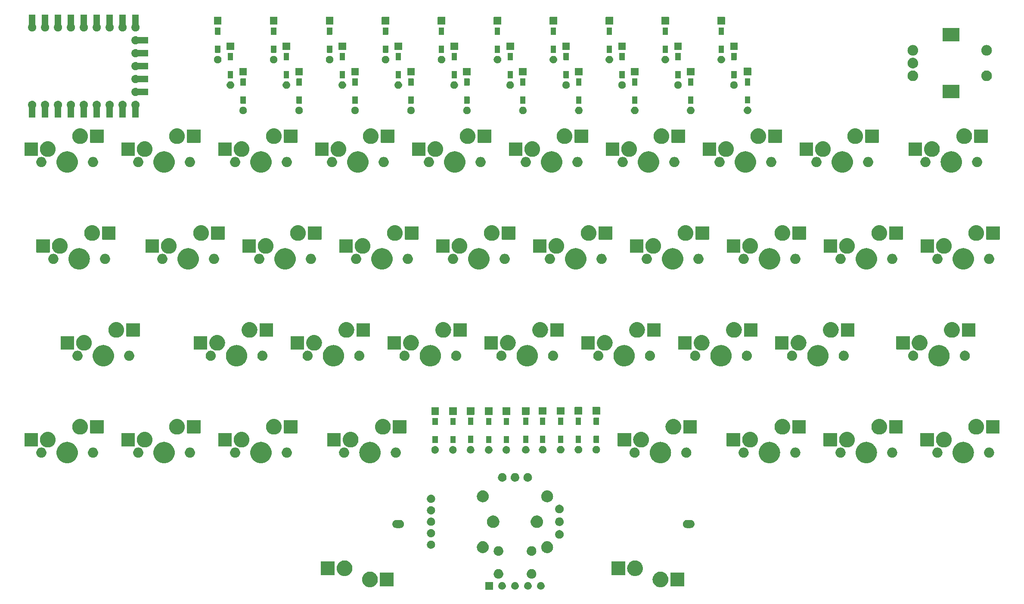
<source format=gbr>
G04 #@! TF.GenerationSoftware,KiCad,Pcbnew,7.0.8*
G04 #@! TF.CreationDate,2024-01-10T21:48:22+09:00*
G04 #@! TF.ProjectId,ckb4,636b6234-2e6b-4696-9361-645f70636258,rev?*
G04 #@! TF.SameCoordinates,Original*
G04 #@! TF.FileFunction,Soldermask,Bot*
G04 #@! TF.FilePolarity,Negative*
%FSLAX46Y46*%
G04 Gerber Fmt 4.6, Leading zero omitted, Abs format (unit mm)*
G04 Created by KiCad (PCBNEW 7.0.8) date 2024-01-10 21:48:22*
%MOMM*%
%LPD*%
G01*
G04 APERTURE LIST*
G04 APERTURE END LIST*
G36*
X-223911983Y53435618D02*
G01*
X-223895438Y53424562D01*
X-223884382Y53408017D01*
X-223880500Y53388500D01*
X-223880500Y51991500D01*
X-223884382Y51971983D01*
X-223895438Y51955438D01*
X-223911983Y51944382D01*
X-223931500Y51940500D01*
X-223943813Y51940500D01*
X-225316189Y51940500D01*
X-225328500Y51940500D01*
X-225348017Y51944382D01*
X-225364562Y51955438D01*
X-225375618Y51971983D01*
X-225379500Y51991500D01*
X-225379500Y53388500D01*
X-225375618Y53408017D01*
X-225364562Y53424562D01*
X-225348017Y53435618D01*
X-225328500Y53439500D01*
X-223931500Y53439500D01*
X-223911983Y53435618D01*
G37*
G36*
X-222047480Y53434709D02*
G01*
X-222011730Y53434709D01*
X-221971399Y53426136D01*
X-221923221Y53420708D01*
X-221888188Y53408449D01*
X-221858602Y53402161D01*
X-221815967Y53383178D01*
X-221764804Y53365276D01*
X-221738168Y53348539D01*
X-221715594Y53338489D01*
X-221673505Y53307909D01*
X-221622694Y53275983D01*
X-221604445Y53257734D01*
X-221588947Y53246474D01*
X-221550627Y53203916D01*
X-221504017Y53157306D01*
X-221493297Y53140246D01*
X-221484196Y53130138D01*
X-221453055Y53076201D01*
X-221414724Y53015196D01*
X-221409938Y53001518D01*
X-221405927Y52994571D01*
X-221385382Y52931343D01*
X-221359292Y52856779D01*
X-221358302Y52847999D01*
X-221357551Y52845686D01*
X-221350735Y52780843D01*
X-221340500Y52690000D01*
X-221350734Y52599164D01*
X-221357551Y52534313D01*
X-221358302Y52531998D01*
X-221359292Y52523221D01*
X-221385378Y52448669D01*
X-221405927Y52385428D01*
X-221409938Y52378479D01*
X-221414724Y52364804D01*
X-221453048Y52303810D01*
X-221484196Y52249861D01*
X-221493299Y52239750D01*
X-221504017Y52222694D01*
X-221550618Y52176092D01*
X-221588947Y52133525D01*
X-221604448Y52122262D01*
X-221622694Y52104017D01*
X-221673495Y52072096D01*
X-221715594Y52041510D01*
X-221738173Y52031456D01*
X-221764804Y52014724D01*
X-221815957Y51996824D01*
X-221858602Y51977838D01*
X-221888194Y51971548D01*
X-221923221Y51959292D01*
X-221971396Y51953863D01*
X-222011730Y51945291D01*
X-222047480Y51945291D01*
X-222090000Y51940500D01*
X-222132520Y51945291D01*
X-222168270Y51945291D01*
X-222208602Y51953863D01*
X-222256779Y51959292D01*
X-222291806Y51971548D01*
X-222321397Y51977838D01*
X-222364037Y51996823D01*
X-222415196Y52014724D01*
X-222441828Y52031458D01*
X-222464405Y52041510D01*
X-222506496Y52072091D01*
X-222557306Y52104017D01*
X-222575553Y52122264D01*
X-222591052Y52133525D01*
X-222629371Y52176082D01*
X-222675983Y52222694D01*
X-222686702Y52239753D01*
X-222695803Y52249861D01*
X-222726939Y52303790D01*
X-222765276Y52364804D01*
X-222770062Y52378483D01*
X-222774072Y52385428D01*
X-222794607Y52448629D01*
X-222820708Y52523221D01*
X-222821697Y52532003D01*
X-222822448Y52534313D01*
X-222829250Y52599032D01*
X-222839500Y52690000D01*
X-222829249Y52780975D01*
X-222822448Y52845686D01*
X-222821697Y52847995D01*
X-222820708Y52856779D01*
X-222794603Y52931383D01*
X-222774072Y52994571D01*
X-222770063Y53001513D01*
X-222765276Y53015196D01*
X-222726931Y53076220D01*
X-222695803Y53130138D01*
X-222686704Y53140243D01*
X-222675983Y53157306D01*
X-222629367Y53203921D01*
X-222591051Y53246476D01*
X-222575553Y53257735D01*
X-222557306Y53275983D01*
X-222506494Y53307909D01*
X-222464407Y53338488D01*
X-222441834Y53348538D01*
X-222415196Y53365276D01*
X-222364027Y53383180D01*
X-222321397Y53402161D01*
X-222291812Y53408449D01*
X-222256779Y53420708D01*
X-222208600Y53426136D01*
X-222168270Y53434709D01*
X-222132520Y53434709D01*
X-222090000Y53439500D01*
X-222047480Y53434709D01*
G37*
G36*
X-219507480Y53434709D02*
G01*
X-219471730Y53434709D01*
X-219431399Y53426136D01*
X-219383221Y53420708D01*
X-219348188Y53408449D01*
X-219318602Y53402161D01*
X-219275967Y53383178D01*
X-219224804Y53365276D01*
X-219198168Y53348539D01*
X-219175594Y53338489D01*
X-219133505Y53307909D01*
X-219082694Y53275983D01*
X-219064445Y53257734D01*
X-219048947Y53246474D01*
X-219010627Y53203916D01*
X-218964017Y53157306D01*
X-218953297Y53140246D01*
X-218944196Y53130138D01*
X-218913055Y53076201D01*
X-218874724Y53015196D01*
X-218869938Y53001518D01*
X-218865927Y52994571D01*
X-218845382Y52931343D01*
X-218819292Y52856779D01*
X-218818302Y52847999D01*
X-218817551Y52845686D01*
X-218810735Y52780843D01*
X-218800500Y52690000D01*
X-218810734Y52599164D01*
X-218817551Y52534313D01*
X-218818302Y52531998D01*
X-218819292Y52523221D01*
X-218845378Y52448669D01*
X-218865927Y52385428D01*
X-218869938Y52378479D01*
X-218874724Y52364804D01*
X-218913048Y52303810D01*
X-218944196Y52249861D01*
X-218953299Y52239750D01*
X-218964017Y52222694D01*
X-219010618Y52176092D01*
X-219048947Y52133525D01*
X-219064448Y52122262D01*
X-219082694Y52104017D01*
X-219133495Y52072096D01*
X-219175594Y52041510D01*
X-219198173Y52031456D01*
X-219224804Y52014724D01*
X-219275957Y51996824D01*
X-219318602Y51977838D01*
X-219348194Y51971548D01*
X-219383221Y51959292D01*
X-219431396Y51953863D01*
X-219471730Y51945291D01*
X-219507480Y51945291D01*
X-219550000Y51940500D01*
X-219592520Y51945291D01*
X-219628270Y51945291D01*
X-219668602Y51953863D01*
X-219716779Y51959292D01*
X-219751806Y51971548D01*
X-219781397Y51977838D01*
X-219824037Y51996823D01*
X-219875196Y52014724D01*
X-219901828Y52031458D01*
X-219924405Y52041510D01*
X-219966496Y52072091D01*
X-220017306Y52104017D01*
X-220035553Y52122264D01*
X-220051052Y52133525D01*
X-220089371Y52176082D01*
X-220135983Y52222694D01*
X-220146702Y52239753D01*
X-220155803Y52249861D01*
X-220186939Y52303790D01*
X-220225276Y52364804D01*
X-220230062Y52378483D01*
X-220234072Y52385428D01*
X-220254607Y52448629D01*
X-220280708Y52523221D01*
X-220281697Y52532003D01*
X-220282448Y52534313D01*
X-220289250Y52599032D01*
X-220299500Y52690000D01*
X-220289249Y52780975D01*
X-220282448Y52845686D01*
X-220281697Y52847995D01*
X-220280708Y52856779D01*
X-220254603Y52931383D01*
X-220234072Y52994571D01*
X-220230063Y53001513D01*
X-220225276Y53015196D01*
X-220186931Y53076220D01*
X-220155803Y53130138D01*
X-220146704Y53140243D01*
X-220135983Y53157306D01*
X-220089367Y53203921D01*
X-220051051Y53246476D01*
X-220035553Y53257735D01*
X-220017306Y53275983D01*
X-219966494Y53307909D01*
X-219924407Y53338488D01*
X-219901834Y53348538D01*
X-219875196Y53365276D01*
X-219824027Y53383180D01*
X-219781397Y53402161D01*
X-219751812Y53408449D01*
X-219716779Y53420708D01*
X-219668600Y53426136D01*
X-219628270Y53434709D01*
X-219592520Y53434709D01*
X-219550000Y53439500D01*
X-219507480Y53434709D01*
G37*
G36*
X-216967480Y53434709D02*
G01*
X-216931730Y53434709D01*
X-216891399Y53426136D01*
X-216843221Y53420708D01*
X-216808188Y53408449D01*
X-216778602Y53402161D01*
X-216735967Y53383178D01*
X-216684804Y53365276D01*
X-216658168Y53348539D01*
X-216635594Y53338489D01*
X-216593505Y53307909D01*
X-216542694Y53275983D01*
X-216524445Y53257734D01*
X-216508947Y53246474D01*
X-216470627Y53203916D01*
X-216424017Y53157306D01*
X-216413297Y53140246D01*
X-216404196Y53130138D01*
X-216373055Y53076201D01*
X-216334724Y53015196D01*
X-216329938Y53001518D01*
X-216325927Y52994571D01*
X-216305382Y52931343D01*
X-216279292Y52856779D01*
X-216278302Y52847999D01*
X-216277551Y52845686D01*
X-216270735Y52780843D01*
X-216260500Y52690000D01*
X-216270734Y52599164D01*
X-216277551Y52534313D01*
X-216278302Y52531998D01*
X-216279292Y52523221D01*
X-216305378Y52448669D01*
X-216325927Y52385428D01*
X-216329938Y52378479D01*
X-216334724Y52364804D01*
X-216373048Y52303810D01*
X-216404196Y52249861D01*
X-216413299Y52239750D01*
X-216424017Y52222694D01*
X-216470618Y52176092D01*
X-216508947Y52133525D01*
X-216524448Y52122262D01*
X-216542694Y52104017D01*
X-216593495Y52072096D01*
X-216635594Y52041510D01*
X-216658173Y52031456D01*
X-216684804Y52014724D01*
X-216735957Y51996824D01*
X-216778602Y51977838D01*
X-216808194Y51971548D01*
X-216843221Y51959292D01*
X-216891396Y51953863D01*
X-216931730Y51945291D01*
X-216967480Y51945291D01*
X-217010000Y51940500D01*
X-217052520Y51945291D01*
X-217088270Y51945291D01*
X-217128602Y51953863D01*
X-217176779Y51959292D01*
X-217211806Y51971548D01*
X-217241397Y51977838D01*
X-217284037Y51996823D01*
X-217335196Y52014724D01*
X-217361828Y52031458D01*
X-217384405Y52041510D01*
X-217426496Y52072091D01*
X-217477306Y52104017D01*
X-217495553Y52122264D01*
X-217511052Y52133525D01*
X-217549371Y52176082D01*
X-217595983Y52222694D01*
X-217606702Y52239753D01*
X-217615803Y52249861D01*
X-217646939Y52303790D01*
X-217685276Y52364804D01*
X-217690062Y52378483D01*
X-217694072Y52385428D01*
X-217714607Y52448629D01*
X-217740708Y52523221D01*
X-217741697Y52532003D01*
X-217742448Y52534313D01*
X-217749250Y52599032D01*
X-217759500Y52690000D01*
X-217749249Y52780975D01*
X-217742448Y52845686D01*
X-217741697Y52847995D01*
X-217740708Y52856779D01*
X-217714603Y52931383D01*
X-217694072Y52994571D01*
X-217690063Y53001513D01*
X-217685276Y53015196D01*
X-217646931Y53076220D01*
X-217615803Y53130138D01*
X-217606704Y53140243D01*
X-217595983Y53157306D01*
X-217549367Y53203921D01*
X-217511051Y53246476D01*
X-217495553Y53257735D01*
X-217477306Y53275983D01*
X-217426494Y53307909D01*
X-217384407Y53338488D01*
X-217361834Y53348538D01*
X-217335196Y53365276D01*
X-217284027Y53383180D01*
X-217241397Y53402161D01*
X-217211812Y53408449D01*
X-217176779Y53420708D01*
X-217128600Y53426136D01*
X-217088270Y53434709D01*
X-217052520Y53434709D01*
X-217010000Y53439500D01*
X-216967480Y53434709D01*
G37*
G36*
X-214427480Y53434709D02*
G01*
X-214391730Y53434709D01*
X-214351399Y53426136D01*
X-214303221Y53420708D01*
X-214268188Y53408449D01*
X-214238602Y53402161D01*
X-214195967Y53383178D01*
X-214144804Y53365276D01*
X-214118168Y53348539D01*
X-214095594Y53338489D01*
X-214053505Y53307909D01*
X-214002694Y53275983D01*
X-213984445Y53257734D01*
X-213968947Y53246474D01*
X-213930627Y53203916D01*
X-213884017Y53157306D01*
X-213873297Y53140246D01*
X-213864196Y53130138D01*
X-213833055Y53076201D01*
X-213794724Y53015196D01*
X-213789938Y53001518D01*
X-213785927Y52994571D01*
X-213765382Y52931343D01*
X-213739292Y52856779D01*
X-213738302Y52847999D01*
X-213737551Y52845686D01*
X-213730735Y52780843D01*
X-213720500Y52690000D01*
X-213730734Y52599164D01*
X-213737551Y52534313D01*
X-213738302Y52531998D01*
X-213739292Y52523221D01*
X-213765378Y52448669D01*
X-213785927Y52385428D01*
X-213789938Y52378479D01*
X-213794724Y52364804D01*
X-213833048Y52303810D01*
X-213864196Y52249861D01*
X-213873299Y52239750D01*
X-213884017Y52222694D01*
X-213930618Y52176092D01*
X-213968947Y52133525D01*
X-213984448Y52122262D01*
X-214002694Y52104017D01*
X-214053495Y52072096D01*
X-214095594Y52041510D01*
X-214118173Y52031456D01*
X-214144804Y52014724D01*
X-214195957Y51996824D01*
X-214238602Y51977838D01*
X-214268194Y51971548D01*
X-214303221Y51959292D01*
X-214351396Y51953863D01*
X-214391730Y51945291D01*
X-214427480Y51945291D01*
X-214470000Y51940500D01*
X-214512520Y51945291D01*
X-214548270Y51945291D01*
X-214588602Y51953863D01*
X-214636779Y51959292D01*
X-214671806Y51971548D01*
X-214701397Y51977838D01*
X-214744037Y51996823D01*
X-214795196Y52014724D01*
X-214821828Y52031458D01*
X-214844405Y52041510D01*
X-214886496Y52072091D01*
X-214937306Y52104017D01*
X-214955553Y52122264D01*
X-214971052Y52133525D01*
X-215009371Y52176082D01*
X-215055983Y52222694D01*
X-215066702Y52239753D01*
X-215075803Y52249861D01*
X-215106939Y52303790D01*
X-215145276Y52364804D01*
X-215150062Y52378483D01*
X-215154072Y52385428D01*
X-215174607Y52448629D01*
X-215200708Y52523221D01*
X-215201697Y52532003D01*
X-215202448Y52534313D01*
X-215209250Y52599032D01*
X-215219500Y52690000D01*
X-215209249Y52780975D01*
X-215202448Y52845686D01*
X-215201697Y52847995D01*
X-215200708Y52856779D01*
X-215174603Y52931383D01*
X-215154072Y52994571D01*
X-215150063Y53001513D01*
X-215145276Y53015196D01*
X-215106931Y53076220D01*
X-215075803Y53130138D01*
X-215066704Y53140243D01*
X-215055983Y53157306D01*
X-215009367Y53203921D01*
X-214971051Y53246476D01*
X-214955553Y53257735D01*
X-214937306Y53275983D01*
X-214886494Y53307909D01*
X-214844407Y53338488D01*
X-214821834Y53348538D01*
X-214795196Y53365276D01*
X-214744027Y53383180D01*
X-214701397Y53402161D01*
X-214671812Y53408449D01*
X-214636779Y53420708D01*
X-214588600Y53426136D01*
X-214548270Y53434709D01*
X-214512520Y53434709D01*
X-214470000Y53439500D01*
X-214427480Y53434709D01*
G37*
G36*
X-248009207Y55496314D02*
G01*
X-247952870Y55496314D01*
X-247891315Y55487035D01*
X-247826120Y55481905D01*
X-247773561Y55469286D01*
X-247723699Y55461771D01*
X-247658544Y55441673D01*
X-247589465Y55425089D01*
X-247544800Y55406588D01*
X-247502230Y55393457D01*
X-247435391Y55361269D01*
X-247364611Y55331951D01*
X-247328279Y55309687D01*
X-247293427Y55292903D01*
X-247227133Y55247704D01*
X-247157095Y55204785D01*
X-247129047Y55180830D01*
X-247101936Y55162346D01*
X-247038631Y55103608D01*
X-246972027Y55046723D01*
X-246951802Y55023043D01*
X-246932043Y55004709D01*
X-246874268Y54932261D01*
X-246813965Y54861655D01*
X-246800702Y54840012D01*
X-246787543Y54823511D01*
X-246737907Y54737540D01*
X-246686799Y54654139D01*
X-246679292Y54636017D01*
X-246671661Y54622799D01*
X-246632744Y54523640D01*
X-246593661Y54429285D01*
X-246590428Y54415819D01*
X-246586992Y54407064D01*
X-246561261Y54294329D01*
X-246536845Y54192630D01*
X-246536211Y54184581D01*
X-246535419Y54181109D01*
X-246525073Y54043050D01*
X-246517750Y53950000D01*
X-246525072Y53856957D01*
X-246535419Y53718890D01*
X-246536211Y53715416D01*
X-246536845Y53707370D01*
X-246561256Y53605689D01*
X-246586992Y53492935D01*
X-246590428Y53484178D01*
X-246593661Y53470715D01*
X-246632736Y53376377D01*
X-246671661Y53277200D01*
X-246679294Y53263978D01*
X-246686799Y53245861D01*
X-246737897Y53162475D01*
X-246787543Y53076488D01*
X-246800705Y53059983D01*
X-246813965Y53038345D01*
X-246874256Y52967752D01*
X-246932043Y52895290D01*
X-246951806Y52876951D01*
X-246972027Y52853277D01*
X-247038617Y52796403D01*
X-247101936Y52737653D01*
X-247129053Y52719164D01*
X-247157095Y52695215D01*
X-247227119Y52652303D01*
X-247293427Y52607096D01*
X-247328287Y52590308D01*
X-247364611Y52568049D01*
X-247435377Y52538736D01*
X-247502230Y52506542D01*
X-247544809Y52493407D01*
X-247589465Y52474911D01*
X-247658530Y52458329D01*
X-247723699Y52438228D01*
X-247773570Y52430711D01*
X-247826120Y52418095D01*
X-247891311Y52412964D01*
X-247952870Y52403686D01*
X-248009207Y52403686D01*
X-248068750Y52399000D01*
X-248128293Y52403686D01*
X-248184630Y52403686D01*
X-248246187Y52412964D01*
X-248311380Y52418095D01*
X-248363931Y52430711D01*
X-248413800Y52438228D01*
X-248478963Y52458328D01*
X-248548035Y52474911D01*
X-248592695Y52493410D01*
X-248635268Y52506542D01*
X-248702110Y52538731D01*
X-248772889Y52568049D01*
X-248809217Y52590310D01*
X-248844074Y52607097D01*
X-248910377Y52652302D01*
X-248980405Y52695215D01*
X-249008446Y52719164D01*
X-249035561Y52737651D01*
X-249098870Y52796393D01*
X-249165473Y52853277D01*
X-249185696Y52876956D01*
X-249205456Y52895290D01*
X-249263228Y52967734D01*
X-249323535Y53038345D01*
X-249336798Y53059988D01*
X-249349956Y53076488D01*
X-249399584Y53162447D01*
X-249450701Y53245861D01*
X-249458208Y53263984D01*
X-249465838Y53277200D01*
X-249504744Y53376331D01*
X-249543839Y53470715D01*
X-249547072Y53484184D01*
X-249550507Y53492935D01*
X-249576223Y53605604D01*
X-249600655Y53707370D01*
X-249601288Y53715423D01*
X-249602080Y53718890D01*
X-249612406Y53856692D01*
X-249619750Y53950000D01*
X-249612406Y54043315D01*
X-249602080Y54181109D01*
X-249601288Y54184574D01*
X-249600655Y54192630D01*
X-249576218Y54294414D01*
X-249550507Y54407064D01*
X-249547073Y54415812D01*
X-249543839Y54429285D01*
X-249504736Y54523686D01*
X-249465838Y54622799D01*
X-249458209Y54636011D01*
X-249450701Y54654139D01*
X-249399574Y54737569D01*
X-249349956Y54823511D01*
X-249336800Y54840007D01*
X-249323535Y54861655D01*
X-249263216Y54932279D01*
X-249205456Y55004709D01*
X-249185701Y55023038D01*
X-249165473Y55046723D01*
X-249098857Y55103617D01*
X-249035561Y55162348D01*
X-249008452Y55180830D01*
X-248980405Y55204785D01*
X-248910362Y55247706D01*
X-248844074Y55292902D01*
X-248809224Y55309684D01*
X-248772889Y55331951D01*
X-248702095Y55361274D01*
X-248635268Y55393457D01*
X-248592705Y55406585D01*
X-248548035Y55425089D01*
X-248478949Y55441675D01*
X-248413800Y55461771D01*
X-248363939Y55469286D01*
X-248311380Y55481905D01*
X-248246183Y55487035D01*
X-248184630Y55496314D01*
X-248128293Y55496314D01*
X-248068750Y55501000D01*
X-248009207Y55496314D01*
G37*
G36*
X-190892957Y55496314D02*
G01*
X-190836620Y55496314D01*
X-190775065Y55487035D01*
X-190709870Y55481905D01*
X-190657311Y55469286D01*
X-190607449Y55461771D01*
X-190542294Y55441673D01*
X-190473215Y55425089D01*
X-190428550Y55406588D01*
X-190385980Y55393457D01*
X-190319141Y55361269D01*
X-190248361Y55331951D01*
X-190212029Y55309687D01*
X-190177177Y55292903D01*
X-190110883Y55247704D01*
X-190040845Y55204785D01*
X-190012797Y55180830D01*
X-189985686Y55162346D01*
X-189922381Y55103608D01*
X-189855777Y55046723D01*
X-189835552Y55023043D01*
X-189815793Y55004709D01*
X-189758018Y54932261D01*
X-189697715Y54861655D01*
X-189684452Y54840012D01*
X-189671293Y54823511D01*
X-189621657Y54737540D01*
X-189570549Y54654139D01*
X-189563042Y54636017D01*
X-189555411Y54622799D01*
X-189516494Y54523640D01*
X-189477411Y54429285D01*
X-189474178Y54415819D01*
X-189470742Y54407064D01*
X-189445011Y54294329D01*
X-189420595Y54192630D01*
X-189419961Y54184581D01*
X-189419169Y54181109D01*
X-189408823Y54043050D01*
X-189401500Y53950000D01*
X-189408822Y53856957D01*
X-189419169Y53718890D01*
X-189419961Y53715416D01*
X-189420595Y53707370D01*
X-189445006Y53605689D01*
X-189470742Y53492935D01*
X-189474178Y53484178D01*
X-189477411Y53470715D01*
X-189516486Y53376377D01*
X-189555411Y53277200D01*
X-189563044Y53263978D01*
X-189570549Y53245861D01*
X-189621647Y53162475D01*
X-189671293Y53076488D01*
X-189684455Y53059983D01*
X-189697715Y53038345D01*
X-189758006Y52967752D01*
X-189815793Y52895290D01*
X-189835556Y52876951D01*
X-189855777Y52853277D01*
X-189922367Y52796403D01*
X-189985686Y52737653D01*
X-190012803Y52719164D01*
X-190040845Y52695215D01*
X-190110869Y52652303D01*
X-190177177Y52607096D01*
X-190212037Y52590308D01*
X-190248361Y52568049D01*
X-190319127Y52538736D01*
X-190385980Y52506542D01*
X-190428559Y52493407D01*
X-190473215Y52474911D01*
X-190542280Y52458329D01*
X-190607449Y52438228D01*
X-190657320Y52430711D01*
X-190709870Y52418095D01*
X-190775061Y52412964D01*
X-190836620Y52403686D01*
X-190892957Y52403686D01*
X-190952500Y52399000D01*
X-191012043Y52403686D01*
X-191068380Y52403686D01*
X-191129937Y52412964D01*
X-191195130Y52418095D01*
X-191247681Y52430711D01*
X-191297550Y52438228D01*
X-191362713Y52458328D01*
X-191431785Y52474911D01*
X-191476445Y52493410D01*
X-191519018Y52506542D01*
X-191585860Y52538731D01*
X-191656639Y52568049D01*
X-191692967Y52590310D01*
X-191727824Y52607097D01*
X-191794127Y52652302D01*
X-191864155Y52695215D01*
X-191892196Y52719164D01*
X-191919311Y52737651D01*
X-191982620Y52796393D01*
X-192049223Y52853277D01*
X-192069446Y52876956D01*
X-192089206Y52895290D01*
X-192146978Y52967734D01*
X-192207285Y53038345D01*
X-192220548Y53059988D01*
X-192233706Y53076488D01*
X-192283334Y53162447D01*
X-192334451Y53245861D01*
X-192341958Y53263984D01*
X-192349588Y53277200D01*
X-192388494Y53376331D01*
X-192427589Y53470715D01*
X-192430822Y53484184D01*
X-192434257Y53492935D01*
X-192459973Y53605604D01*
X-192484405Y53707370D01*
X-192485038Y53715423D01*
X-192485830Y53718890D01*
X-192496156Y53856692D01*
X-192503500Y53950000D01*
X-192496156Y54043315D01*
X-192485830Y54181109D01*
X-192485038Y54184574D01*
X-192484405Y54192630D01*
X-192459968Y54294414D01*
X-192434257Y54407064D01*
X-192430823Y54415812D01*
X-192427589Y54429285D01*
X-192388486Y54523686D01*
X-192349588Y54622799D01*
X-192341959Y54636011D01*
X-192334451Y54654139D01*
X-192283324Y54737569D01*
X-192233706Y54823511D01*
X-192220550Y54840007D01*
X-192207285Y54861655D01*
X-192146966Y54932279D01*
X-192089206Y55004709D01*
X-192069451Y55023038D01*
X-192049223Y55046723D01*
X-191982607Y55103617D01*
X-191919311Y55162348D01*
X-191892202Y55180830D01*
X-191864155Y55204785D01*
X-191794112Y55247706D01*
X-191727824Y55292902D01*
X-191692974Y55309684D01*
X-191656639Y55331951D01*
X-191585845Y55361274D01*
X-191519018Y55393457D01*
X-191476455Y55406585D01*
X-191431785Y55425089D01*
X-191362699Y55441675D01*
X-191297550Y55461771D01*
X-191247689Y55469286D01*
X-191195130Y55481905D01*
X-191129933Y55487035D01*
X-191068380Y55496314D01*
X-191012043Y55496314D01*
X-190952500Y55501000D01*
X-190892957Y55496314D01*
G37*
G36*
X-243449233Y55297118D02*
G01*
X-243432688Y55286062D01*
X-243421632Y55269517D01*
X-243417750Y55250000D01*
X-243417750Y52650000D01*
X-243421632Y52630483D01*
X-243432688Y52613938D01*
X-243449233Y52602882D01*
X-243468750Y52599000D01*
X-243481063Y52599000D01*
X-246056439Y52599000D01*
X-246068750Y52599000D01*
X-246088267Y52602882D01*
X-246104812Y52613938D01*
X-246115868Y52630483D01*
X-246119750Y52650000D01*
X-246119750Y55250000D01*
X-246115868Y55269517D01*
X-246104812Y55286062D01*
X-246088267Y55297118D01*
X-246068750Y55301000D01*
X-243468750Y55301000D01*
X-243449233Y55297118D01*
G37*
G36*
X-186332983Y55297118D02*
G01*
X-186316438Y55286062D01*
X-186305382Y55269517D01*
X-186301500Y55250000D01*
X-186301500Y52650000D01*
X-186305382Y52630483D01*
X-186316438Y52613938D01*
X-186332983Y52602882D01*
X-186352500Y52599000D01*
X-186364813Y52599000D01*
X-188940189Y52599000D01*
X-188952500Y52599000D01*
X-188972017Y52602882D01*
X-188988562Y52613938D01*
X-188999618Y52630483D01*
X-189003500Y52650000D01*
X-189003500Y55250000D01*
X-188999618Y55269517D01*
X-188988562Y55286062D01*
X-188972017Y55297118D01*
X-188952500Y55301000D01*
X-186352500Y55301000D01*
X-186332983Y55297118D01*
G37*
G36*
X-222753396Y55996410D02*
G01*
X-222712304Y55996410D01*
X-222666545Y55987856D01*
X-222614469Y55982727D01*
X-222574902Y55970724D01*
X-222539888Y55964179D01*
X-222491389Y55945390D01*
X-222436068Y55928609D01*
X-222404461Y55911714D01*
X-222376343Y55900822D01*
X-222327490Y55870573D01*
X-222271653Y55840728D01*
X-222248188Y55821471D01*
X-222227215Y55808485D01*
X-222180744Y55766121D01*
X-222127541Y55722459D01*
X-222111775Y55703248D01*
X-222097599Y55690325D01*
X-222056439Y55635821D01*
X-222009272Y55578347D01*
X-222000151Y55561284D01*
X-221991900Y55550357D01*
X-221959067Y55484420D01*
X-221921391Y55413932D01*
X-221917372Y55400685D01*
X-221913717Y55393344D01*
X-221892124Y55317454D01*
X-221867273Y55235531D01*
X-221866456Y55227241D01*
X-221865719Y55224649D01*
X-221858046Y55141854D01*
X-221849000Y55050000D01*
X-221858045Y54958153D01*
X-221865719Y54875350D01*
X-221866456Y54872757D01*
X-221867273Y54864469D01*
X-221892119Y54782560D01*
X-221913717Y54706655D01*
X-221917373Y54699311D01*
X-221921391Y54686068D01*
X-221959060Y54615593D01*
X-221991900Y54549642D01*
X-222000153Y54538712D01*
X-222009272Y54521653D01*
X-222056430Y54464190D01*
X-222097599Y54409674D01*
X-222111778Y54396747D01*
X-222127541Y54377541D01*
X-222180733Y54333887D01*
X-222227215Y54291514D01*
X-222248193Y54278524D01*
X-222271653Y54259272D01*
X-222327478Y54229432D01*
X-222376343Y54199177D01*
X-222404467Y54188281D01*
X-222436068Y54171391D01*
X-222491377Y54154612D01*
X-222539888Y54135820D01*
X-222574909Y54129273D01*
X-222614469Y54117273D01*
X-222666542Y54112144D01*
X-222712304Y54103590D01*
X-222753396Y54103590D01*
X-222800000Y54099000D01*
X-222846604Y54103590D01*
X-222887696Y54103590D01*
X-222933456Y54112144D01*
X-222985531Y54117273D01*
X-223025091Y54129273D01*
X-223060111Y54135820D01*
X-223108617Y54154611D01*
X-223163932Y54171391D01*
X-223195534Y54188282D01*
X-223223656Y54199177D01*
X-223272513Y54229428D01*
X-223328347Y54259272D01*
X-223351809Y54278526D01*
X-223372784Y54291514D01*
X-223419256Y54333879D01*
X-223472459Y54377541D01*
X-223488224Y54396751D01*
X-223502400Y54409674D01*
X-223543557Y54464174D01*
X-223590728Y54521653D01*
X-223599848Y54538717D01*
X-223608099Y54549642D01*
X-223640925Y54615566D01*
X-223678609Y54686068D01*
X-223682628Y54699316D01*
X-223686282Y54706655D01*
X-223707864Y54782507D01*
X-223732727Y54864469D01*
X-223733543Y54872762D01*
X-223734280Y54875350D01*
X-223741937Y54957982D01*
X-223751000Y55050000D01*
X-223741936Y55142026D01*
X-223734280Y55224649D01*
X-223733544Y55227235D01*
X-223732727Y55235531D01*
X-223707859Y55317507D01*
X-223686282Y55393344D01*
X-223682628Y55400680D01*
X-223678609Y55413932D01*
X-223640917Y55484447D01*
X-223608099Y55550357D01*
X-223599850Y55561279D01*
X-223590728Y55578347D01*
X-223543547Y55635836D01*
X-223502400Y55690325D01*
X-223488227Y55703244D01*
X-223472459Y55722459D01*
X-223419245Y55766129D01*
X-223372784Y55808485D01*
X-223351814Y55821469D01*
X-223328347Y55840728D01*
X-223272502Y55870577D01*
X-223223656Y55900822D01*
X-223195541Y55911713D01*
X-223163932Y55928609D01*
X-223108605Y55945392D01*
X-223060111Y55964179D01*
X-223025098Y55970724D01*
X-222985531Y55982727D01*
X-222933453Y55987856D01*
X-222887696Y55996410D01*
X-222846604Y55996410D01*
X-222800000Y56001000D01*
X-222753396Y55996410D01*
G37*
G36*
X-216253396Y55996410D02*
G01*
X-216212304Y55996410D01*
X-216166545Y55987856D01*
X-216114469Y55982727D01*
X-216074902Y55970724D01*
X-216039888Y55964179D01*
X-215991389Y55945390D01*
X-215936068Y55928609D01*
X-215904461Y55911714D01*
X-215876343Y55900822D01*
X-215827490Y55870573D01*
X-215771653Y55840728D01*
X-215748188Y55821471D01*
X-215727215Y55808485D01*
X-215680744Y55766121D01*
X-215627541Y55722459D01*
X-215611775Y55703248D01*
X-215597599Y55690325D01*
X-215556439Y55635821D01*
X-215509272Y55578347D01*
X-215500151Y55561284D01*
X-215491900Y55550357D01*
X-215459067Y55484420D01*
X-215421391Y55413932D01*
X-215417372Y55400685D01*
X-215413717Y55393344D01*
X-215392124Y55317454D01*
X-215367273Y55235531D01*
X-215366456Y55227241D01*
X-215365719Y55224649D01*
X-215358046Y55141854D01*
X-215349000Y55050000D01*
X-215358045Y54958153D01*
X-215365719Y54875350D01*
X-215366456Y54872757D01*
X-215367273Y54864469D01*
X-215392119Y54782560D01*
X-215413717Y54706655D01*
X-215417373Y54699311D01*
X-215421391Y54686068D01*
X-215459060Y54615593D01*
X-215491900Y54549642D01*
X-215500153Y54538712D01*
X-215509272Y54521653D01*
X-215556430Y54464190D01*
X-215597599Y54409674D01*
X-215611778Y54396747D01*
X-215627541Y54377541D01*
X-215680733Y54333887D01*
X-215727215Y54291514D01*
X-215748193Y54278524D01*
X-215771653Y54259272D01*
X-215827478Y54229432D01*
X-215876343Y54199177D01*
X-215904467Y54188281D01*
X-215936068Y54171391D01*
X-215991377Y54154612D01*
X-216039888Y54135820D01*
X-216074909Y54129273D01*
X-216114469Y54117273D01*
X-216166542Y54112144D01*
X-216212304Y54103590D01*
X-216253396Y54103590D01*
X-216300000Y54099000D01*
X-216346604Y54103590D01*
X-216387696Y54103590D01*
X-216433456Y54112144D01*
X-216485531Y54117273D01*
X-216525091Y54129273D01*
X-216560111Y54135820D01*
X-216608617Y54154611D01*
X-216663932Y54171391D01*
X-216695534Y54188282D01*
X-216723656Y54199177D01*
X-216772513Y54229428D01*
X-216828347Y54259272D01*
X-216851809Y54278526D01*
X-216872784Y54291514D01*
X-216919256Y54333879D01*
X-216972459Y54377541D01*
X-216988224Y54396751D01*
X-217002400Y54409674D01*
X-217043557Y54464174D01*
X-217090728Y54521653D01*
X-217099848Y54538717D01*
X-217108099Y54549642D01*
X-217140925Y54615566D01*
X-217178609Y54686068D01*
X-217182628Y54699316D01*
X-217186282Y54706655D01*
X-217207864Y54782507D01*
X-217232727Y54864469D01*
X-217233543Y54872762D01*
X-217234280Y54875350D01*
X-217241937Y54957982D01*
X-217251000Y55050000D01*
X-217241936Y55142026D01*
X-217234280Y55224649D01*
X-217233544Y55227235D01*
X-217232727Y55235531D01*
X-217207859Y55317507D01*
X-217186282Y55393344D01*
X-217182628Y55400680D01*
X-217178609Y55413932D01*
X-217140917Y55484447D01*
X-217108099Y55550357D01*
X-217099850Y55561279D01*
X-217090728Y55578347D01*
X-217043547Y55635836D01*
X-217002400Y55690325D01*
X-216988227Y55703244D01*
X-216972459Y55722459D01*
X-216919245Y55766129D01*
X-216872784Y55808485D01*
X-216851814Y55821469D01*
X-216828347Y55840728D01*
X-216772502Y55870577D01*
X-216723656Y55900822D01*
X-216695541Y55911713D01*
X-216663932Y55928609D01*
X-216608605Y55945392D01*
X-216560111Y55964179D01*
X-216525098Y55970724D01*
X-216485531Y55982727D01*
X-216433453Y55987856D01*
X-216387696Y55996410D01*
X-216346604Y55996410D01*
X-216300000Y56001000D01*
X-216253396Y55996410D01*
G37*
G36*
X-253009207Y57696314D02*
G01*
X-252952870Y57696314D01*
X-252891315Y57687035D01*
X-252826120Y57681905D01*
X-252773561Y57669286D01*
X-252723699Y57661771D01*
X-252658544Y57641673D01*
X-252589465Y57625089D01*
X-252544800Y57606588D01*
X-252502230Y57593457D01*
X-252435391Y57561269D01*
X-252364611Y57531951D01*
X-252328279Y57509687D01*
X-252293427Y57492903D01*
X-252227133Y57447704D01*
X-252157095Y57404785D01*
X-252129047Y57380830D01*
X-252101936Y57362346D01*
X-252038631Y57303608D01*
X-251972027Y57246723D01*
X-251951802Y57223043D01*
X-251932043Y57204709D01*
X-251874268Y57132261D01*
X-251813965Y57061655D01*
X-251800702Y57040012D01*
X-251787543Y57023511D01*
X-251737907Y56937540D01*
X-251686799Y56854139D01*
X-251679292Y56836017D01*
X-251671661Y56822799D01*
X-251632744Y56723640D01*
X-251593661Y56629285D01*
X-251590428Y56615819D01*
X-251586992Y56607064D01*
X-251561261Y56494329D01*
X-251536845Y56392630D01*
X-251536211Y56384581D01*
X-251535419Y56381109D01*
X-251525073Y56243050D01*
X-251517750Y56150000D01*
X-251525072Y56056957D01*
X-251535419Y55918890D01*
X-251536211Y55915416D01*
X-251536845Y55907370D01*
X-251561256Y55805689D01*
X-251586992Y55692935D01*
X-251590428Y55684178D01*
X-251593661Y55670715D01*
X-251632736Y55576377D01*
X-251671661Y55477200D01*
X-251679294Y55463978D01*
X-251686799Y55445861D01*
X-251737897Y55362475D01*
X-251787543Y55276488D01*
X-251800705Y55259983D01*
X-251813965Y55238345D01*
X-251874256Y55167752D01*
X-251932043Y55095290D01*
X-251951806Y55076951D01*
X-251972027Y55053277D01*
X-252038617Y54996403D01*
X-252101936Y54937653D01*
X-252129053Y54919164D01*
X-252157095Y54895215D01*
X-252227119Y54852303D01*
X-252293427Y54807096D01*
X-252328287Y54790308D01*
X-252364611Y54768049D01*
X-252435377Y54738736D01*
X-252502230Y54706542D01*
X-252544809Y54693407D01*
X-252589465Y54674911D01*
X-252658530Y54658329D01*
X-252723699Y54638228D01*
X-252773570Y54630711D01*
X-252826120Y54618095D01*
X-252891311Y54612964D01*
X-252952870Y54603686D01*
X-253009207Y54603686D01*
X-253068750Y54599000D01*
X-253128293Y54603686D01*
X-253184630Y54603686D01*
X-253246187Y54612964D01*
X-253311380Y54618095D01*
X-253363931Y54630711D01*
X-253413800Y54638228D01*
X-253478963Y54658328D01*
X-253548035Y54674911D01*
X-253592695Y54693410D01*
X-253635268Y54706542D01*
X-253702110Y54738731D01*
X-253772889Y54768049D01*
X-253809217Y54790310D01*
X-253844074Y54807097D01*
X-253910377Y54852302D01*
X-253980405Y54895215D01*
X-254008446Y54919164D01*
X-254035561Y54937651D01*
X-254098870Y54996393D01*
X-254165473Y55053277D01*
X-254185696Y55076956D01*
X-254205456Y55095290D01*
X-254263228Y55167734D01*
X-254323535Y55238345D01*
X-254336798Y55259988D01*
X-254349956Y55276488D01*
X-254399584Y55362447D01*
X-254450701Y55445861D01*
X-254458208Y55463984D01*
X-254465838Y55477200D01*
X-254504744Y55576331D01*
X-254543839Y55670715D01*
X-254547072Y55684184D01*
X-254550507Y55692935D01*
X-254576223Y55805604D01*
X-254600655Y55907370D01*
X-254601288Y55915423D01*
X-254602080Y55918890D01*
X-254612406Y56056692D01*
X-254619750Y56150000D01*
X-254612406Y56243315D01*
X-254602080Y56381109D01*
X-254601288Y56384574D01*
X-254600655Y56392630D01*
X-254576218Y56494414D01*
X-254550507Y56607064D01*
X-254547073Y56615812D01*
X-254543839Y56629285D01*
X-254504736Y56723686D01*
X-254465838Y56822799D01*
X-254458209Y56836011D01*
X-254450701Y56854139D01*
X-254399574Y56937569D01*
X-254349956Y57023511D01*
X-254336800Y57040007D01*
X-254323535Y57061655D01*
X-254263216Y57132279D01*
X-254205456Y57204709D01*
X-254185701Y57223038D01*
X-254165473Y57246723D01*
X-254098857Y57303617D01*
X-254035561Y57362348D01*
X-254008452Y57380830D01*
X-253980405Y57404785D01*
X-253910362Y57447706D01*
X-253844074Y57492902D01*
X-253809224Y57509684D01*
X-253772889Y57531951D01*
X-253702095Y57561274D01*
X-253635268Y57593457D01*
X-253592705Y57606585D01*
X-253548035Y57625089D01*
X-253478949Y57641675D01*
X-253413800Y57661771D01*
X-253363939Y57669286D01*
X-253311380Y57681905D01*
X-253246183Y57687035D01*
X-253184630Y57696314D01*
X-253128293Y57696314D01*
X-253068750Y57701000D01*
X-253009207Y57696314D01*
G37*
G36*
X-195892957Y57696314D02*
G01*
X-195836620Y57696314D01*
X-195775065Y57687035D01*
X-195709870Y57681905D01*
X-195657311Y57669286D01*
X-195607449Y57661771D01*
X-195542294Y57641673D01*
X-195473215Y57625089D01*
X-195428550Y57606588D01*
X-195385980Y57593457D01*
X-195319141Y57561269D01*
X-195248361Y57531951D01*
X-195212029Y57509687D01*
X-195177177Y57492903D01*
X-195110883Y57447704D01*
X-195040845Y57404785D01*
X-195012797Y57380830D01*
X-194985686Y57362346D01*
X-194922381Y57303608D01*
X-194855777Y57246723D01*
X-194835552Y57223043D01*
X-194815793Y57204709D01*
X-194758018Y57132261D01*
X-194697715Y57061655D01*
X-194684452Y57040012D01*
X-194671293Y57023511D01*
X-194621657Y56937540D01*
X-194570549Y56854139D01*
X-194563042Y56836017D01*
X-194555411Y56822799D01*
X-194516494Y56723640D01*
X-194477411Y56629285D01*
X-194474178Y56615819D01*
X-194470742Y56607064D01*
X-194445011Y56494329D01*
X-194420595Y56392630D01*
X-194419961Y56384581D01*
X-194419169Y56381109D01*
X-194408823Y56243050D01*
X-194401500Y56150000D01*
X-194408822Y56056957D01*
X-194419169Y55918890D01*
X-194419961Y55915416D01*
X-194420595Y55907370D01*
X-194445006Y55805689D01*
X-194470742Y55692935D01*
X-194474178Y55684178D01*
X-194477411Y55670715D01*
X-194516486Y55576377D01*
X-194555411Y55477200D01*
X-194563044Y55463978D01*
X-194570549Y55445861D01*
X-194621647Y55362475D01*
X-194671293Y55276488D01*
X-194684455Y55259983D01*
X-194697715Y55238345D01*
X-194758006Y55167752D01*
X-194815793Y55095290D01*
X-194835556Y55076951D01*
X-194855777Y55053277D01*
X-194922367Y54996403D01*
X-194985686Y54937653D01*
X-195012803Y54919164D01*
X-195040845Y54895215D01*
X-195110869Y54852303D01*
X-195177177Y54807096D01*
X-195212037Y54790308D01*
X-195248361Y54768049D01*
X-195319127Y54738736D01*
X-195385980Y54706542D01*
X-195428559Y54693407D01*
X-195473215Y54674911D01*
X-195542280Y54658329D01*
X-195607449Y54638228D01*
X-195657320Y54630711D01*
X-195709870Y54618095D01*
X-195775061Y54612964D01*
X-195836620Y54603686D01*
X-195892957Y54603686D01*
X-195952500Y54599000D01*
X-196012043Y54603686D01*
X-196068380Y54603686D01*
X-196129937Y54612964D01*
X-196195130Y54618095D01*
X-196247681Y54630711D01*
X-196297550Y54638228D01*
X-196362713Y54658328D01*
X-196431785Y54674911D01*
X-196476445Y54693410D01*
X-196519018Y54706542D01*
X-196585860Y54738731D01*
X-196656639Y54768049D01*
X-196692967Y54790310D01*
X-196727824Y54807097D01*
X-196794127Y54852302D01*
X-196864155Y54895215D01*
X-196892196Y54919164D01*
X-196919311Y54937651D01*
X-196982620Y54996393D01*
X-197049223Y55053277D01*
X-197069446Y55076956D01*
X-197089206Y55095290D01*
X-197146978Y55167734D01*
X-197207285Y55238345D01*
X-197220548Y55259988D01*
X-197233706Y55276488D01*
X-197283334Y55362447D01*
X-197334451Y55445861D01*
X-197341958Y55463984D01*
X-197349588Y55477200D01*
X-197388494Y55576331D01*
X-197427589Y55670715D01*
X-197430822Y55684184D01*
X-197434257Y55692935D01*
X-197459973Y55805604D01*
X-197484405Y55907370D01*
X-197485038Y55915423D01*
X-197485830Y55918890D01*
X-197496156Y56056692D01*
X-197503500Y56150000D01*
X-197496156Y56243315D01*
X-197485830Y56381109D01*
X-197485038Y56384574D01*
X-197484405Y56392630D01*
X-197459968Y56494414D01*
X-197434257Y56607064D01*
X-197430823Y56615812D01*
X-197427589Y56629285D01*
X-197388486Y56723686D01*
X-197349588Y56822799D01*
X-197341959Y56836011D01*
X-197334451Y56854139D01*
X-197283324Y56937569D01*
X-197233706Y57023511D01*
X-197220550Y57040007D01*
X-197207285Y57061655D01*
X-197146966Y57132279D01*
X-197089206Y57204709D01*
X-197069451Y57223038D01*
X-197049223Y57246723D01*
X-196982607Y57303617D01*
X-196919311Y57362348D01*
X-196892202Y57380830D01*
X-196864155Y57404785D01*
X-196794112Y57447706D01*
X-196727824Y57492902D01*
X-196692974Y57509684D01*
X-196656639Y57531951D01*
X-196585845Y57561274D01*
X-196519018Y57593457D01*
X-196476455Y57606585D01*
X-196431785Y57625089D01*
X-196362699Y57641675D01*
X-196297550Y57661771D01*
X-196247689Y57669286D01*
X-196195130Y57681905D01*
X-196129933Y57687035D01*
X-196068380Y57696314D01*
X-196012043Y57696314D01*
X-195952500Y57701000D01*
X-195892957Y57696314D01*
G37*
G36*
X-255049233Y57497118D02*
G01*
X-255032688Y57486062D01*
X-255021632Y57469517D01*
X-255017750Y57450000D01*
X-255017750Y54850000D01*
X-255021632Y54830483D01*
X-255032688Y54813938D01*
X-255049233Y54802882D01*
X-255068750Y54799000D01*
X-255081063Y54799000D01*
X-257656439Y54799000D01*
X-257668750Y54799000D01*
X-257688267Y54802882D01*
X-257704812Y54813938D01*
X-257715868Y54830483D01*
X-257719750Y54850000D01*
X-257719750Y57450000D01*
X-257715868Y57469517D01*
X-257704812Y57486062D01*
X-257688267Y57497118D01*
X-257668750Y57501000D01*
X-255068750Y57501000D01*
X-255049233Y57497118D01*
G37*
G36*
X-197932983Y57497118D02*
G01*
X-197916438Y57486062D01*
X-197905382Y57469517D01*
X-197901500Y57450000D01*
X-197901500Y54850000D01*
X-197905382Y54830483D01*
X-197916438Y54813938D01*
X-197932983Y54802882D01*
X-197952500Y54799000D01*
X-197964813Y54799000D01*
X-200540189Y54799000D01*
X-200552500Y54799000D01*
X-200572017Y54802882D01*
X-200588562Y54813938D01*
X-200599618Y54830483D01*
X-200603500Y54850000D01*
X-200603500Y57450000D01*
X-200599618Y57469517D01*
X-200588562Y57486062D01*
X-200572017Y57497118D01*
X-200552500Y57501000D01*
X-197952500Y57501000D01*
X-197932983Y57497118D01*
G37*
G36*
X-222753396Y60496410D02*
G01*
X-222712304Y60496410D01*
X-222666545Y60487856D01*
X-222614469Y60482727D01*
X-222574902Y60470724D01*
X-222539888Y60464179D01*
X-222491389Y60445390D01*
X-222436068Y60428609D01*
X-222404461Y60411714D01*
X-222376343Y60400822D01*
X-222327490Y60370573D01*
X-222271653Y60340728D01*
X-222248188Y60321471D01*
X-222227215Y60308485D01*
X-222180744Y60266121D01*
X-222127541Y60222459D01*
X-222111775Y60203248D01*
X-222097599Y60190325D01*
X-222056439Y60135821D01*
X-222009272Y60078347D01*
X-222000151Y60061284D01*
X-221991900Y60050357D01*
X-221959067Y59984420D01*
X-221921391Y59913932D01*
X-221917372Y59900685D01*
X-221913717Y59893344D01*
X-221892124Y59817454D01*
X-221867273Y59735531D01*
X-221866456Y59727241D01*
X-221865719Y59724649D01*
X-221858046Y59641854D01*
X-221849000Y59550000D01*
X-221858045Y59458153D01*
X-221865719Y59375350D01*
X-221866456Y59372757D01*
X-221867273Y59364469D01*
X-221892119Y59282560D01*
X-221913717Y59206655D01*
X-221917373Y59199311D01*
X-221921391Y59186068D01*
X-221959060Y59115593D01*
X-221991900Y59049642D01*
X-222000153Y59038712D01*
X-222009272Y59021653D01*
X-222056430Y58964190D01*
X-222097599Y58909674D01*
X-222111778Y58896747D01*
X-222127541Y58877541D01*
X-222180733Y58833887D01*
X-222227215Y58791514D01*
X-222248193Y58778524D01*
X-222271653Y58759272D01*
X-222327478Y58729432D01*
X-222376343Y58699177D01*
X-222404467Y58688281D01*
X-222436068Y58671391D01*
X-222491377Y58654612D01*
X-222539888Y58635820D01*
X-222574909Y58629273D01*
X-222614469Y58617273D01*
X-222666542Y58612144D01*
X-222712304Y58603590D01*
X-222753396Y58603590D01*
X-222800000Y58599000D01*
X-222846604Y58603590D01*
X-222887696Y58603590D01*
X-222933456Y58612144D01*
X-222985531Y58617273D01*
X-223025091Y58629273D01*
X-223060111Y58635820D01*
X-223108617Y58654611D01*
X-223163932Y58671391D01*
X-223195534Y58688282D01*
X-223223656Y58699177D01*
X-223272513Y58729428D01*
X-223328347Y58759272D01*
X-223351809Y58778526D01*
X-223372784Y58791514D01*
X-223419256Y58833879D01*
X-223472459Y58877541D01*
X-223488224Y58896751D01*
X-223502400Y58909674D01*
X-223543557Y58964174D01*
X-223590728Y59021653D01*
X-223599848Y59038717D01*
X-223608099Y59049642D01*
X-223640925Y59115566D01*
X-223678609Y59186068D01*
X-223682628Y59199316D01*
X-223686282Y59206655D01*
X-223707864Y59282507D01*
X-223732727Y59364469D01*
X-223733543Y59372762D01*
X-223734280Y59375350D01*
X-223741937Y59457982D01*
X-223751000Y59550000D01*
X-223741936Y59642026D01*
X-223734280Y59724649D01*
X-223733544Y59727235D01*
X-223732727Y59735531D01*
X-223707859Y59817507D01*
X-223686282Y59893344D01*
X-223682628Y59900680D01*
X-223678609Y59913932D01*
X-223640917Y59984447D01*
X-223608099Y60050357D01*
X-223599850Y60061279D01*
X-223590728Y60078347D01*
X-223543547Y60135836D01*
X-223502400Y60190325D01*
X-223488227Y60203244D01*
X-223472459Y60222459D01*
X-223419245Y60266129D01*
X-223372784Y60308485D01*
X-223351814Y60321469D01*
X-223328347Y60340728D01*
X-223272502Y60370577D01*
X-223223656Y60400822D01*
X-223195541Y60411713D01*
X-223163932Y60428609D01*
X-223108605Y60445392D01*
X-223060111Y60464179D01*
X-223025098Y60470724D01*
X-222985531Y60482727D01*
X-222933453Y60487856D01*
X-222887696Y60496410D01*
X-222846604Y60496410D01*
X-222800000Y60501000D01*
X-222753396Y60496410D01*
G37*
G36*
X-216253396Y60496410D02*
G01*
X-216212304Y60496410D01*
X-216166545Y60487856D01*
X-216114469Y60482727D01*
X-216074902Y60470724D01*
X-216039888Y60464179D01*
X-215991389Y60445390D01*
X-215936068Y60428609D01*
X-215904461Y60411714D01*
X-215876343Y60400822D01*
X-215827490Y60370573D01*
X-215771653Y60340728D01*
X-215748188Y60321471D01*
X-215727215Y60308485D01*
X-215680744Y60266121D01*
X-215627541Y60222459D01*
X-215611775Y60203248D01*
X-215597599Y60190325D01*
X-215556439Y60135821D01*
X-215509272Y60078347D01*
X-215500151Y60061284D01*
X-215491900Y60050357D01*
X-215459067Y59984420D01*
X-215421391Y59913932D01*
X-215417372Y59900685D01*
X-215413717Y59893344D01*
X-215392124Y59817454D01*
X-215367273Y59735531D01*
X-215366456Y59727241D01*
X-215365719Y59724649D01*
X-215358046Y59641854D01*
X-215349000Y59550000D01*
X-215358045Y59458153D01*
X-215365719Y59375350D01*
X-215366456Y59372757D01*
X-215367273Y59364469D01*
X-215392119Y59282560D01*
X-215413717Y59206655D01*
X-215417373Y59199311D01*
X-215421391Y59186068D01*
X-215459060Y59115593D01*
X-215491900Y59049642D01*
X-215500153Y59038712D01*
X-215509272Y59021653D01*
X-215556430Y58964190D01*
X-215597599Y58909674D01*
X-215611778Y58896747D01*
X-215627541Y58877541D01*
X-215680733Y58833887D01*
X-215727215Y58791514D01*
X-215748193Y58778524D01*
X-215771653Y58759272D01*
X-215827478Y58729432D01*
X-215876343Y58699177D01*
X-215904467Y58688281D01*
X-215936068Y58671391D01*
X-215991377Y58654612D01*
X-216039888Y58635820D01*
X-216074909Y58629273D01*
X-216114469Y58617273D01*
X-216166542Y58612144D01*
X-216212304Y58603590D01*
X-216253396Y58603590D01*
X-216300000Y58599000D01*
X-216346604Y58603590D01*
X-216387696Y58603590D01*
X-216433456Y58612144D01*
X-216485531Y58617273D01*
X-216525091Y58629273D01*
X-216560111Y58635820D01*
X-216608617Y58654611D01*
X-216663932Y58671391D01*
X-216695534Y58688282D01*
X-216723656Y58699177D01*
X-216772513Y58729428D01*
X-216828347Y58759272D01*
X-216851809Y58778526D01*
X-216872784Y58791514D01*
X-216919256Y58833879D01*
X-216972459Y58877541D01*
X-216988224Y58896751D01*
X-217002400Y58909674D01*
X-217043557Y58964174D01*
X-217090728Y59021653D01*
X-217099848Y59038717D01*
X-217108099Y59049642D01*
X-217140925Y59115566D01*
X-217178609Y59186068D01*
X-217182628Y59199316D01*
X-217186282Y59206655D01*
X-217207864Y59282507D01*
X-217232727Y59364469D01*
X-217233543Y59372762D01*
X-217234280Y59375350D01*
X-217241937Y59457982D01*
X-217251000Y59550000D01*
X-217241936Y59642026D01*
X-217234280Y59724649D01*
X-217233544Y59727235D01*
X-217232727Y59735531D01*
X-217207859Y59817507D01*
X-217186282Y59893344D01*
X-217182628Y59900680D01*
X-217178609Y59913932D01*
X-217140917Y59984447D01*
X-217108099Y60050357D01*
X-217099850Y60061279D01*
X-217090728Y60078347D01*
X-217043547Y60135836D01*
X-217002400Y60190325D01*
X-216988227Y60203244D01*
X-216972459Y60222459D01*
X-216919245Y60266129D01*
X-216872784Y60308485D01*
X-216851814Y60321469D01*
X-216828347Y60340728D01*
X-216772502Y60370577D01*
X-216723656Y60400822D01*
X-216695541Y60411713D01*
X-216663932Y60428609D01*
X-216608605Y60445392D01*
X-216560111Y60464179D01*
X-216525098Y60470724D01*
X-216485531Y60482727D01*
X-216433453Y60487856D01*
X-216387696Y60496410D01*
X-216346604Y60496410D01*
X-216300000Y60501000D01*
X-216253396Y60496410D01*
G37*
G36*
X-225823117Y61470983D02*
G01*
X-225766492Y61470983D01*
X-225716676Y61461670D01*
X-225670875Y61457664D01*
X-225614658Y61442600D01*
X-225553172Y61431107D01*
X-225511466Y61414950D01*
X-225472948Y61404629D01*
X-225414632Y61377436D01*
X-225350812Y61352712D01*
X-225317873Y61332317D01*
X-225287236Y61318031D01*
X-225229440Y61277561D01*
X-225166302Y61238468D01*
X-225142099Y61216404D01*
X-225119390Y61200503D01*
X-225065068Y61146181D01*
X-225005926Y61092266D01*
X-224989803Y61070916D01*
X-224974494Y61055607D01*
X-224926740Y60987407D01*
X-224875145Y60919084D01*
X-224865900Y60900518D01*
X-224856967Y60887760D01*
X-224818925Y60806179D01*
X-224778413Y60724820D01*
X-224774384Y60710663D01*
X-224770371Y60702055D01*
X-224745069Y60607630D01*
X-224719024Y60516089D01*
X-224718222Y60507434D01*
X-224717335Y60504124D01*
X-224707533Y60392094D01*
X-224699000Y60300000D01*
X-224707533Y60207913D01*
X-224717335Y60095875D01*
X-224718222Y60092564D01*
X-224719024Y60083911D01*
X-224745065Y59992382D01*
X-224770370Y59897948D01*
X-224774384Y59889338D01*
X-224778413Y59875180D01*
X-224818920Y59793829D01*
X-224856968Y59712236D01*
X-224865904Y59699473D01*
X-224875145Y59680916D01*
X-224926729Y59612607D01*
X-224974496Y59544390D01*
X-224989807Y59529078D01*
X-225005926Y59507734D01*
X-225065057Y59453828D01*
X-225119390Y59399496D01*
X-225142104Y59383591D01*
X-225166302Y59361532D01*
X-225229427Y59322446D01*
X-225287236Y59281968D01*
X-225317880Y59267678D01*
X-225350812Y59247288D01*
X-225414619Y59222568D01*
X-225472948Y59195370D01*
X-225511474Y59185046D01*
X-225553172Y59168893D01*
X-225614646Y59157401D01*
X-225670875Y59142335D01*
X-225716686Y59138327D01*
X-225766492Y59129017D01*
X-225823106Y59129017D01*
X-225875000Y59124477D01*
X-225926894Y59129017D01*
X-225983508Y59129017D01*
X-226033314Y59138327D01*
X-226079124Y59142335D01*
X-226135350Y59157400D01*
X-226196828Y59168893D01*
X-226238527Y59185047D01*
X-226277051Y59195370D01*
X-226335374Y59222566D01*
X-226399188Y59247288D01*
X-226432122Y59267680D01*
X-226462763Y59281968D01*
X-226520563Y59322440D01*
X-226583698Y59361532D01*
X-226607899Y59383594D01*
X-226630609Y59399496D01*
X-226684931Y59453818D01*
X-226744074Y59507734D01*
X-226760196Y59529083D01*
X-226775503Y59544390D01*
X-226823256Y59612589D01*
X-226874855Y59680916D01*
X-226884098Y59699478D01*
X-226893031Y59712236D01*
X-226931063Y59793798D01*
X-226971587Y59875180D01*
X-226975617Y59889344D01*
X-226979629Y59897948D01*
X-227004916Y59992322D01*
X-227030976Y60083911D01*
X-227031778Y60092569D01*
X-227032664Y60095875D01*
X-227042448Y60207720D01*
X-227051000Y60300000D01*
X-227042448Y60392287D01*
X-227032664Y60504124D01*
X-227031778Y60507428D01*
X-227030976Y60516089D01*
X-227004912Y60607691D01*
X-226979628Y60702055D01*
X-226975616Y60710657D01*
X-226971587Y60724820D01*
X-226931058Y60806211D01*
X-226893032Y60887760D01*
X-226884102Y60900513D01*
X-226874855Y60919084D01*
X-226823246Y60987425D01*
X-226775505Y61055607D01*
X-226760199Y61070912D01*
X-226744074Y61092266D01*
X-226684920Y61146191D01*
X-226630607Y61200505D01*
X-226607902Y61216403D01*
X-226583698Y61238468D01*
X-226520544Y61277570D01*
X-226462760Y61318032D01*
X-226432130Y61332314D01*
X-226399188Y61352712D01*
X-226335367Y61377436D01*
X-226277055Y61404628D01*
X-226238535Y61414949D01*
X-226196828Y61431107D01*
X-226135337Y61442601D01*
X-226079124Y61457664D01*
X-226033324Y61461670D01*
X-225983508Y61470983D01*
X-225926883Y61470983D01*
X-225875000Y61475522D01*
X-225823117Y61470983D01*
G37*
G36*
X-213173117Y61470983D02*
G01*
X-213116492Y61470983D01*
X-213066676Y61461670D01*
X-213020875Y61457664D01*
X-212964658Y61442600D01*
X-212903172Y61431107D01*
X-212861466Y61414950D01*
X-212822948Y61404629D01*
X-212764632Y61377436D01*
X-212700812Y61352712D01*
X-212667873Y61332317D01*
X-212637236Y61318031D01*
X-212579440Y61277561D01*
X-212516302Y61238468D01*
X-212492099Y61216404D01*
X-212469390Y61200503D01*
X-212415068Y61146181D01*
X-212355926Y61092266D01*
X-212339803Y61070916D01*
X-212324494Y61055607D01*
X-212276740Y60987407D01*
X-212225145Y60919084D01*
X-212215900Y60900518D01*
X-212206967Y60887760D01*
X-212168925Y60806179D01*
X-212128413Y60724820D01*
X-212124384Y60710663D01*
X-212120371Y60702055D01*
X-212095069Y60607630D01*
X-212069024Y60516089D01*
X-212068222Y60507434D01*
X-212067335Y60504124D01*
X-212057533Y60392094D01*
X-212049000Y60300000D01*
X-212057533Y60207913D01*
X-212067335Y60095875D01*
X-212068222Y60092564D01*
X-212069024Y60083911D01*
X-212095065Y59992382D01*
X-212120370Y59897948D01*
X-212124384Y59889338D01*
X-212128413Y59875180D01*
X-212168920Y59793829D01*
X-212206968Y59712236D01*
X-212215904Y59699473D01*
X-212225145Y59680916D01*
X-212276729Y59612607D01*
X-212324496Y59544390D01*
X-212339807Y59529078D01*
X-212355926Y59507734D01*
X-212415057Y59453828D01*
X-212469390Y59399496D01*
X-212492104Y59383591D01*
X-212516302Y59361532D01*
X-212579427Y59322446D01*
X-212637236Y59281968D01*
X-212667880Y59267678D01*
X-212700812Y59247288D01*
X-212764619Y59222568D01*
X-212822948Y59195370D01*
X-212861474Y59185046D01*
X-212903172Y59168893D01*
X-212964646Y59157401D01*
X-213020875Y59142335D01*
X-213066686Y59138327D01*
X-213116492Y59129017D01*
X-213173106Y59129017D01*
X-213225000Y59124477D01*
X-213276894Y59129017D01*
X-213333508Y59129017D01*
X-213383314Y59138327D01*
X-213429124Y59142335D01*
X-213485350Y59157400D01*
X-213546828Y59168893D01*
X-213588527Y59185047D01*
X-213627051Y59195370D01*
X-213685374Y59222566D01*
X-213749188Y59247288D01*
X-213782122Y59267680D01*
X-213812763Y59281968D01*
X-213870563Y59322440D01*
X-213933698Y59361532D01*
X-213957899Y59383594D01*
X-213980609Y59399496D01*
X-214034931Y59453818D01*
X-214094074Y59507734D01*
X-214110196Y59529083D01*
X-214125503Y59544390D01*
X-214173256Y59612589D01*
X-214224855Y59680916D01*
X-214234098Y59699478D01*
X-214243031Y59712236D01*
X-214281063Y59793798D01*
X-214321587Y59875180D01*
X-214325617Y59889344D01*
X-214329629Y59897948D01*
X-214354916Y59992322D01*
X-214380976Y60083911D01*
X-214381778Y60092569D01*
X-214382664Y60095875D01*
X-214392448Y60207720D01*
X-214401000Y60300000D01*
X-214392448Y60392287D01*
X-214382664Y60504124D01*
X-214381778Y60507428D01*
X-214380976Y60516089D01*
X-214354912Y60607691D01*
X-214329628Y60702055D01*
X-214325616Y60710657D01*
X-214321587Y60724820D01*
X-214281058Y60806211D01*
X-214243032Y60887760D01*
X-214234102Y60900513D01*
X-214224855Y60919084D01*
X-214173246Y60987425D01*
X-214125505Y61055607D01*
X-214110199Y61070912D01*
X-214094074Y61092266D01*
X-214034920Y61146191D01*
X-213980607Y61200505D01*
X-213957902Y61216403D01*
X-213933698Y61238468D01*
X-213870544Y61277570D01*
X-213812760Y61318032D01*
X-213782130Y61332314D01*
X-213749188Y61352712D01*
X-213685367Y61377436D01*
X-213627055Y61404628D01*
X-213588535Y61414949D01*
X-213546828Y61431107D01*
X-213485337Y61442601D01*
X-213429124Y61457664D01*
X-213383324Y61461670D01*
X-213333508Y61470983D01*
X-213276883Y61470983D01*
X-213225000Y61475522D01*
X-213173117Y61470983D01*
G37*
G36*
X-236014400Y61599862D02*
G01*
X-235975088Y61599862D01*
X-235930744Y61590436D01*
X-235879090Y61584616D01*
X-235841524Y61571471D01*
X-235808982Y61564554D01*
X-235762088Y61543675D01*
X-235707253Y61524488D01*
X-235678709Y61506552D01*
X-235653844Y61495482D01*
X-235607479Y61461796D01*
X-235553103Y61427629D01*
X-235533575Y61408101D01*
X-235516457Y61395664D01*
X-235474138Y61348664D01*
X-235424371Y61298897D01*
X-235412923Y61280678D01*
X-235402826Y61269464D01*
X-235368278Y61209626D01*
X-235327512Y61144747D01*
X-235322422Y61130202D01*
X-235317915Y61122395D01*
X-235294832Y61051354D01*
X-235267384Y60972910D01*
X-235266343Y60963671D01*
X-235265439Y60960889D01*
X-235257240Y60882881D01*
X-235247000Y60792000D01*
X-235257239Y60701125D01*
X-235265439Y60623110D01*
X-235266343Y60620327D01*
X-235267384Y60611090D01*
X-235294828Y60532658D01*
X-235317915Y60461604D01*
X-235322423Y60453794D01*
X-235327512Y60439253D01*
X-235368271Y60374385D01*
X-235402826Y60314535D01*
X-235412925Y60303318D01*
X-235424371Y60285103D01*
X-235474129Y60235344D01*
X-235516457Y60188335D01*
X-235533578Y60175895D01*
X-235553103Y60156371D01*
X-235607469Y60122210D01*
X-235653844Y60088517D01*
X-235678714Y60077443D01*
X-235707253Y60059512D01*
X-235762078Y60040327D01*
X-235808982Y60019445D01*
X-235841530Y60012526D01*
X-235879090Y59999384D01*
X-235930741Y59993564D01*
X-235975088Y59984138D01*
X-236014400Y59984138D01*
X-236060000Y59979000D01*
X-236105600Y59984138D01*
X-236144912Y59984138D01*
X-236189258Y59993564D01*
X-236240910Y59999384D01*
X-236278470Y60012527D01*
X-236311017Y60019445D01*
X-236357917Y60040326D01*
X-236412747Y60059512D01*
X-236441287Y60077445D01*
X-236466155Y60088517D01*
X-236512523Y60122205D01*
X-236566897Y60156371D01*
X-236586423Y60175897D01*
X-236603542Y60188335D01*
X-236645860Y60235334D01*
X-236695629Y60285103D01*
X-236707076Y60303322D01*
X-236717173Y60314535D01*
X-236751716Y60374365D01*
X-236792488Y60439253D01*
X-236797577Y60453799D01*
X-236802084Y60461604D01*
X-236825157Y60532618D01*
X-236852616Y60611090D01*
X-236853657Y60620331D01*
X-236854560Y60623110D01*
X-236862745Y60700993D01*
X-236873000Y60792000D01*
X-236862745Y60883013D01*
X-236854560Y60960889D01*
X-236853657Y60963666D01*
X-236852616Y60972910D01*
X-236825153Y61051394D01*
X-236802084Y61122395D01*
X-236797578Y61130198D01*
X-236792488Y61144747D01*
X-236751709Y61209645D01*
X-236717173Y61269464D01*
X-236707078Y61280674D01*
X-236695629Y61298897D01*
X-236645850Y61348675D01*
X-236603540Y61395666D01*
X-236586425Y61408100D01*
X-236566897Y61427629D01*
X-236512517Y61461797D01*
X-236466157Y61495481D01*
X-236441294Y61506550D01*
X-236412747Y61524488D01*
X-236357903Y61543678D01*
X-236311016Y61564554D01*
X-236278478Y61571470D01*
X-236240910Y61584616D01*
X-236189254Y61590436D01*
X-236144912Y61599862D01*
X-236105600Y61599862D01*
X-236060000Y61605000D01*
X-236014400Y61599862D01*
G37*
G36*
X-210778811Y63646338D02*
G01*
X-210731046Y63646338D01*
X-210689797Y63637570D01*
X-210654098Y63634054D01*
X-210609248Y63620448D01*
X-210557027Y63609349D01*
X-210523610Y63594471D01*
X-210494564Y63585660D01*
X-210448402Y63560986D01*
X-210394500Y63536988D01*
X-210369443Y63518783D01*
X-210347546Y63507079D01*
X-210302873Y63470416D01*
X-210250570Y63432416D01*
X-210233588Y63413555D01*
X-210218679Y63401320D01*
X-210178610Y63352496D01*
X-210131527Y63300205D01*
X-210121636Y63283073D01*
X-210112920Y63272453D01*
X-210080687Y63212148D01*
X-210042573Y63146133D01*
X-210038186Y63132634D01*
X-210034339Y63125435D01*
X-210013128Y63055512D01*
X-209987596Y62976933D01*
X-209986697Y62968380D01*
X-209985945Y62965901D01*
X-209978613Y62891467D01*
X-209969000Y62800000D01*
X-209978612Y62708540D01*
X-209985945Y62634098D01*
X-209986697Y62631618D01*
X-209987596Y62623067D01*
X-210013123Y62544502D01*
X-210034339Y62474564D01*
X-210038187Y62467363D01*
X-210042573Y62453867D01*
X-210080680Y62387863D01*
X-210112920Y62327546D01*
X-210121638Y62316923D01*
X-210131527Y62299795D01*
X-210178601Y62247513D01*
X-210218679Y62198679D01*
X-210233591Y62186440D01*
X-210250570Y62167584D01*
X-210302862Y62129591D01*
X-210347546Y62092920D01*
X-210369448Y62081213D01*
X-210394500Y62063012D01*
X-210448391Y62039018D01*
X-210494564Y62014339D01*
X-210523617Y62005525D01*
X-210557027Y61990651D01*
X-210609237Y61979553D01*
X-210654098Y61965945D01*
X-210689806Y61962427D01*
X-210731046Y61953662D01*
X-210778801Y61953662D01*
X-210820000Y61949604D01*
X-210861199Y61953662D01*
X-210908954Y61953662D01*
X-210950194Y61962427D01*
X-210985901Y61965945D01*
X-211030759Y61979552D01*
X-211082973Y61990651D01*
X-211116384Y62005526D01*
X-211145435Y62014339D01*
X-211191602Y62039015D01*
X-211245500Y62063012D01*
X-211270554Y62081215D01*
X-211292453Y62092920D01*
X-211337128Y62129584D01*
X-211389430Y62167584D01*
X-211406411Y62186443D01*
X-211421320Y62198679D01*
X-211461387Y62247501D01*
X-211508473Y62299795D01*
X-211518364Y62316927D01*
X-211527079Y62327546D01*
X-211559306Y62387840D01*
X-211597427Y62453867D01*
X-211601813Y62467368D01*
X-211605660Y62474564D01*
X-211626861Y62544455D01*
X-211652404Y62623067D01*
X-211653303Y62631623D01*
X-211654054Y62634098D01*
X-211661371Y62708389D01*
X-211671000Y62800000D01*
X-211661370Y62891619D01*
X-211654054Y62965901D01*
X-211653303Y62968375D01*
X-211652404Y62976933D01*
X-211626856Y63055558D01*
X-211605660Y63125435D01*
X-211601814Y63132629D01*
X-211597427Y63146133D01*
X-211559299Y63212172D01*
X-211527079Y63272453D01*
X-211518366Y63283069D01*
X-211508473Y63300205D01*
X-211461378Y63352509D01*
X-211421320Y63401320D01*
X-211406414Y63413552D01*
X-211389430Y63432416D01*
X-211337118Y63470423D01*
X-211292453Y63507079D01*
X-211270559Y63518780D01*
X-211245500Y63536988D01*
X-211191591Y63560989D01*
X-211145435Y63585660D01*
X-211116391Y63594470D01*
X-211082973Y63609349D01*
X-211030748Y63620449D01*
X-210985901Y63634054D01*
X-210950203Y63637570D01*
X-210908954Y63646338D01*
X-210861188Y63646338D01*
X-210820000Y63650395D01*
X-210778811Y63646338D01*
G37*
G36*
X-236014400Y63853862D02*
G01*
X-235975088Y63853862D01*
X-235930744Y63844436D01*
X-235879090Y63838616D01*
X-235841524Y63825471D01*
X-235808982Y63818554D01*
X-235762088Y63797675D01*
X-235707253Y63778488D01*
X-235678709Y63760552D01*
X-235653844Y63749482D01*
X-235607479Y63715796D01*
X-235553103Y63681629D01*
X-235533575Y63662101D01*
X-235516457Y63649664D01*
X-235474138Y63602664D01*
X-235424371Y63552897D01*
X-235412923Y63534678D01*
X-235402826Y63523464D01*
X-235368278Y63463626D01*
X-235327512Y63398747D01*
X-235322422Y63384202D01*
X-235317915Y63376395D01*
X-235294832Y63305354D01*
X-235267384Y63226910D01*
X-235266343Y63217671D01*
X-235265439Y63214889D01*
X-235257240Y63136881D01*
X-235247000Y63046000D01*
X-235257239Y62955125D01*
X-235265439Y62877110D01*
X-235266343Y62874327D01*
X-235267384Y62865090D01*
X-235294828Y62786658D01*
X-235317915Y62715604D01*
X-235322423Y62707794D01*
X-235327512Y62693253D01*
X-235368271Y62628385D01*
X-235402826Y62568535D01*
X-235412925Y62557318D01*
X-235424371Y62539103D01*
X-235474129Y62489344D01*
X-235516457Y62442335D01*
X-235533578Y62429895D01*
X-235553103Y62410371D01*
X-235607469Y62376210D01*
X-235653844Y62342517D01*
X-235678714Y62331443D01*
X-235707253Y62313512D01*
X-235762078Y62294327D01*
X-235808982Y62273445D01*
X-235841530Y62266526D01*
X-235879090Y62253384D01*
X-235930741Y62247564D01*
X-235975088Y62238138D01*
X-236014400Y62238138D01*
X-236060000Y62233000D01*
X-236105600Y62238138D01*
X-236144912Y62238138D01*
X-236189258Y62247564D01*
X-236240910Y62253384D01*
X-236278470Y62266527D01*
X-236311017Y62273445D01*
X-236357917Y62294326D01*
X-236412747Y62313512D01*
X-236441287Y62331445D01*
X-236466155Y62342517D01*
X-236512523Y62376205D01*
X-236566897Y62410371D01*
X-236586423Y62429897D01*
X-236603542Y62442335D01*
X-236645860Y62489334D01*
X-236695629Y62539103D01*
X-236707076Y62557322D01*
X-236717173Y62568535D01*
X-236751716Y62628365D01*
X-236792488Y62693253D01*
X-236797577Y62707799D01*
X-236802084Y62715604D01*
X-236825157Y62786618D01*
X-236852616Y62865090D01*
X-236853657Y62874331D01*
X-236854560Y62877110D01*
X-236862745Y62954993D01*
X-236873000Y63046000D01*
X-236862745Y63137013D01*
X-236854560Y63214889D01*
X-236853657Y63217666D01*
X-236852616Y63226910D01*
X-236825153Y63305394D01*
X-236802084Y63376395D01*
X-236797578Y63384198D01*
X-236792488Y63398747D01*
X-236751709Y63463645D01*
X-236717173Y63523464D01*
X-236707078Y63534674D01*
X-236695629Y63552897D01*
X-236645850Y63602675D01*
X-236603540Y63649666D01*
X-236586425Y63662100D01*
X-236566897Y63681629D01*
X-236512517Y63715797D01*
X-236466157Y63749481D01*
X-236441294Y63760550D01*
X-236412747Y63778488D01*
X-236357903Y63797678D01*
X-236311016Y63818554D01*
X-236278478Y63825470D01*
X-236240910Y63838616D01*
X-236189254Y63844436D01*
X-236144912Y63853862D01*
X-236105600Y63853862D01*
X-236060000Y63859000D01*
X-236014400Y63853862D01*
G37*
G36*
X-242077828Y65640755D02*
G01*
X-242002356Y65632823D01*
X-241999663Y65631948D01*
X-241990511Y65630917D01*
X-241912780Y65603718D01*
X-241843231Y65581120D01*
X-241835588Y65576707D01*
X-241821209Y65571676D01*
X-241757072Y65531376D01*
X-241698340Y65497467D01*
X-241687332Y65487555D01*
X-241669335Y65476247D01*
X-241620164Y65427076D01*
X-241574003Y65385512D01*
X-241561788Y65368700D01*
X-241542503Y65349415D01*
X-241508760Y65295714D01*
X-241475658Y65250153D01*
X-241464778Y65225718D01*
X-241447074Y65197541D01*
X-241428132Y65143408D01*
X-241407608Y65097310D01*
X-241400808Y65065322D01*
X-241387833Y65028239D01*
X-241382086Y64977239D01*
X-241372823Y64933657D01*
X-241372823Y64895023D01*
X-241367750Y64850000D01*
X-241372823Y64804976D01*
X-241372823Y64766342D01*
X-241382086Y64722757D01*
X-241387833Y64671761D01*
X-241400808Y64634680D01*
X-241407607Y64602693D01*
X-241428131Y64556593D01*
X-241447074Y64502459D01*
X-241464778Y64474282D01*
X-241475660Y64449842D01*
X-241508768Y64404272D01*
X-241542503Y64350585D01*
X-241561785Y64331302D01*
X-241574003Y64314487D01*
X-241620174Y64272913D01*
X-241669335Y64223753D01*
X-241687328Y64212446D01*
X-241698340Y64202532D01*
X-241757092Y64168611D01*
X-241821209Y64128324D01*
X-241835584Y64123293D01*
X-241843231Y64118879D01*
X-241912820Y64096267D01*
X-241990511Y64069083D01*
X-241999659Y64068052D01*
X-242002356Y64067176D01*
X-242077902Y64059236D01*
X-242168750Y64049000D01*
X-242175299Y64049000D01*
X-242862201Y64049000D01*
X-242868750Y64049000D01*
X-242959604Y64059237D01*
X-243035143Y64067176D01*
X-243037839Y64068052D01*
X-243046989Y64069083D01*
X-243124692Y64096272D01*
X-243194268Y64118879D01*
X-243201913Y64123293D01*
X-243216291Y64128324D01*
X-243280418Y64168618D01*
X-243339159Y64202532D01*
X-243350168Y64212444D01*
X-243368165Y64223753D01*
X-243417334Y64272922D01*
X-243463496Y64314487D01*
X-243475710Y64331298D01*
X-243494997Y64350585D01*
X-243528741Y64404288D01*
X-243561841Y64449846D01*
X-243572719Y64474278D01*
X-243590426Y64502459D01*
X-243609369Y64556597D01*
X-243629891Y64602689D01*
X-243636689Y64634673D01*
X-243649667Y64671761D01*
X-243655413Y64722760D01*
X-243664677Y64766342D01*
X-243664677Y64804976D01*
X-243669750Y64850000D01*
X-243664677Y64895023D01*
X-243664677Y64933657D01*
X-243655413Y64977237D01*
X-243649667Y65028239D01*
X-243636689Y65065327D01*
X-243629892Y65097306D01*
X-243609373Y65143391D01*
X-243590426Y65197541D01*
X-243572716Y65225725D01*
X-243561839Y65250157D01*
X-243528742Y65295710D01*
X-243494997Y65349415D01*
X-243475707Y65368704D01*
X-243463496Y65385512D01*
X-243417344Y65427067D01*
X-243368165Y65476247D01*
X-243350164Y65487557D01*
X-243339159Y65497467D01*
X-243280438Y65531369D01*
X-243216291Y65571676D01*
X-243201909Y65576708D01*
X-243194268Y65581120D01*
X-243124732Y65603713D01*
X-243046989Y65630917D01*
X-243037834Y65631948D01*
X-243035143Y65632823D01*
X-242959679Y65640754D01*
X-242868750Y65651000D01*
X-242168750Y65651000D01*
X-242077828Y65640755D01*
G37*
G36*
X-184961578Y65640755D02*
G01*
X-184886106Y65632823D01*
X-184883413Y65631948D01*
X-184874261Y65630917D01*
X-184796530Y65603718D01*
X-184726981Y65581120D01*
X-184719338Y65576707D01*
X-184704959Y65571676D01*
X-184640822Y65531376D01*
X-184582090Y65497467D01*
X-184571082Y65487555D01*
X-184553085Y65476247D01*
X-184503914Y65427076D01*
X-184457753Y65385512D01*
X-184445538Y65368700D01*
X-184426253Y65349415D01*
X-184392510Y65295714D01*
X-184359408Y65250153D01*
X-184348528Y65225718D01*
X-184330824Y65197541D01*
X-184311882Y65143408D01*
X-184291358Y65097310D01*
X-184284558Y65065322D01*
X-184271583Y65028239D01*
X-184265836Y64977239D01*
X-184256573Y64933657D01*
X-184256573Y64895023D01*
X-184251500Y64850000D01*
X-184256573Y64804976D01*
X-184256573Y64766342D01*
X-184265836Y64722757D01*
X-184271583Y64671761D01*
X-184284558Y64634680D01*
X-184291357Y64602693D01*
X-184311881Y64556593D01*
X-184330824Y64502459D01*
X-184348528Y64474282D01*
X-184359410Y64449842D01*
X-184392518Y64404272D01*
X-184426253Y64350585D01*
X-184445535Y64331302D01*
X-184457753Y64314487D01*
X-184503924Y64272913D01*
X-184553085Y64223753D01*
X-184571078Y64212446D01*
X-184582090Y64202532D01*
X-184640842Y64168611D01*
X-184704959Y64128324D01*
X-184719334Y64123293D01*
X-184726981Y64118879D01*
X-184796570Y64096267D01*
X-184874261Y64069083D01*
X-184883409Y64068052D01*
X-184886106Y64067176D01*
X-184961652Y64059236D01*
X-185052500Y64049000D01*
X-185059049Y64049000D01*
X-185745951Y64049000D01*
X-185752500Y64049000D01*
X-185843354Y64059237D01*
X-185918893Y64067176D01*
X-185921589Y64068052D01*
X-185930739Y64069083D01*
X-186008442Y64096272D01*
X-186078018Y64118879D01*
X-186085663Y64123293D01*
X-186100041Y64128324D01*
X-186164168Y64168618D01*
X-186222909Y64202532D01*
X-186233918Y64212444D01*
X-186251915Y64223753D01*
X-186301084Y64272922D01*
X-186347246Y64314487D01*
X-186359460Y64331298D01*
X-186378747Y64350585D01*
X-186412491Y64404288D01*
X-186445591Y64449846D01*
X-186456469Y64474278D01*
X-186474176Y64502459D01*
X-186493119Y64556597D01*
X-186513641Y64602689D01*
X-186520439Y64634673D01*
X-186533417Y64671761D01*
X-186539163Y64722760D01*
X-186548427Y64766342D01*
X-186548427Y64804976D01*
X-186553500Y64850000D01*
X-186548427Y64895023D01*
X-186548427Y64933657D01*
X-186539163Y64977237D01*
X-186533417Y65028239D01*
X-186520439Y65065327D01*
X-186513642Y65097306D01*
X-186493123Y65143391D01*
X-186474176Y65197541D01*
X-186456466Y65225725D01*
X-186445589Y65250157D01*
X-186412492Y65295710D01*
X-186378747Y65349415D01*
X-186359457Y65368704D01*
X-186347246Y65385512D01*
X-186301094Y65427067D01*
X-186251915Y65476247D01*
X-186233914Y65487557D01*
X-186222909Y65497467D01*
X-186164188Y65531369D01*
X-186100041Y65571676D01*
X-186085659Y65576708D01*
X-186078018Y65581120D01*
X-186008482Y65603713D01*
X-185930739Y65630917D01*
X-185921584Y65631948D01*
X-185918893Y65632823D01*
X-185843429Y65640754D01*
X-185752500Y65651000D01*
X-185052500Y65651000D01*
X-184961578Y65640755D01*
G37*
G36*
X-223797263Y66521386D02*
G01*
X-223748792Y66521386D01*
X-223695372Y66512471D01*
X-223637107Y66507374D01*
X-223591344Y66495112D01*
X-223549139Y66488069D01*
X-223492524Y66468633D01*
X-223430683Y66452063D01*
X-223392802Y66434399D01*
X-223357693Y66422346D01*
X-223300008Y66391128D01*
X-223237000Y66361747D01*
X-223207335Y66340975D01*
X-223179678Y66326008D01*
X-223123373Y66282185D01*
X-223061942Y66239170D01*
X-223040293Y66217521D01*
X-223019944Y66201683D01*
X-222967667Y66144895D01*
X-222910830Y66088058D01*
X-222896483Y66067568D01*
X-222882850Y66052759D01*
X-222837367Y65983142D01*
X-222788253Y65913000D01*
X-222780054Y65895418D01*
X-222772143Y65883309D01*
X-222736235Y65801447D01*
X-222697937Y65719317D01*
X-222694370Y65706004D01*
X-222690832Y65697939D01*
X-222667135Y65604365D01*
X-222642626Y65512893D01*
X-222641915Y65504772D01*
X-222641143Y65501722D01*
X-222632090Y65392472D01*
X-222624000Y65300000D01*
X-222632089Y65207535D01*
X-222641143Y65098277D01*
X-222641915Y65095225D01*
X-222642626Y65087107D01*
X-222667131Y64995651D01*
X-222690832Y64902060D01*
X-222694370Y64893992D01*
X-222697937Y64880683D01*
X-222736227Y64798568D01*
X-222772143Y64716690D01*
X-222780056Y64704577D01*
X-222788253Y64687000D01*
X-222837357Y64616870D01*
X-222882850Y64547240D01*
X-222896486Y64532427D01*
X-222910830Y64511942D01*
X-222967655Y64455116D01*
X-223019944Y64398316D01*
X-223040298Y64382473D01*
X-223061942Y64360830D01*
X-223123361Y64317823D01*
X-223179678Y64273991D01*
X-223207341Y64259020D01*
X-223237000Y64238253D01*
X-223299995Y64208877D01*
X-223357693Y64177653D01*
X-223392810Y64165597D01*
X-223430683Y64147937D01*
X-223492510Y64131370D01*
X-223549139Y64111930D01*
X-223591352Y64104885D01*
X-223637107Y64092626D01*
X-223695369Y64087528D01*
X-223748792Y64078614D01*
X-223797263Y64078614D01*
X-223850000Y64074000D01*
X-223902737Y64078614D01*
X-223951208Y64078614D01*
X-224004630Y64087528D01*
X-224062893Y64092626D01*
X-224108648Y64104886D01*
X-224150860Y64111930D01*
X-224207484Y64131369D01*
X-224269317Y64147937D01*
X-224307192Y64165598D01*
X-224342306Y64177653D01*
X-224399997Y64208874D01*
X-224463000Y64238253D01*
X-224492661Y64259022D01*
X-224520321Y64273991D01*
X-224576628Y64317816D01*
X-224638058Y64360830D01*
X-224659705Y64382477D01*
X-224680055Y64398316D01*
X-224732331Y64455103D01*
X-224789170Y64511942D01*
X-224803517Y64532431D01*
X-224817149Y64547240D01*
X-224862627Y64616849D01*
X-224911747Y64687000D01*
X-224919946Y64704582D01*
X-224927856Y64716690D01*
X-224963755Y64798532D01*
X-225002063Y64880683D01*
X-225005630Y64893998D01*
X-225009167Y64902060D01*
X-225032850Y64995583D01*
X-225057374Y65087107D01*
X-225058084Y65095231D01*
X-225058856Y65098277D01*
X-225067891Y65207319D01*
X-225076000Y65300000D01*
X-225067890Y65392688D01*
X-225058856Y65501722D01*
X-225058084Y65504766D01*
X-225057374Y65512893D01*
X-225032845Y65604433D01*
X-225009167Y65697939D01*
X-225005631Y65705999D01*
X-225002063Y65719317D01*
X-224963748Y65801483D01*
X-224927856Y65883309D01*
X-224919947Y65895413D01*
X-224911747Y65913000D01*
X-224862617Y65983164D01*
X-224817149Y66052759D01*
X-224803520Y66067563D01*
X-224789170Y66088058D01*
X-224732319Y66144908D01*
X-224680055Y66201683D01*
X-224659709Y66217518D01*
X-224638058Y66239170D01*
X-224576616Y66282192D01*
X-224520321Y66326008D01*
X-224492668Y66340973D01*
X-224463000Y66361747D01*
X-224399983Y66391131D01*
X-224342306Y66422346D01*
X-224307200Y66434397D01*
X-224269317Y66452063D01*
X-224207471Y66468634D01*
X-224150860Y66488069D01*
X-224108656Y66495111D01*
X-224062893Y66507374D01*
X-224004626Y66512471D01*
X-223951208Y66521386D01*
X-223902737Y66521386D01*
X-223850000Y66526000D01*
X-223797263Y66521386D01*
G37*
G36*
X-215197263Y66521386D02*
G01*
X-215148792Y66521386D01*
X-215095372Y66512471D01*
X-215037107Y66507374D01*
X-214991344Y66495112D01*
X-214949139Y66488069D01*
X-214892524Y66468633D01*
X-214830683Y66452063D01*
X-214792802Y66434399D01*
X-214757693Y66422346D01*
X-214700008Y66391128D01*
X-214637000Y66361747D01*
X-214607335Y66340975D01*
X-214579678Y66326008D01*
X-214523373Y66282185D01*
X-214461942Y66239170D01*
X-214440293Y66217521D01*
X-214419944Y66201683D01*
X-214367667Y66144895D01*
X-214310830Y66088058D01*
X-214296483Y66067568D01*
X-214282850Y66052759D01*
X-214237367Y65983142D01*
X-214188253Y65913000D01*
X-214180054Y65895418D01*
X-214172143Y65883309D01*
X-214136235Y65801447D01*
X-214097937Y65719317D01*
X-214094370Y65706004D01*
X-214090832Y65697939D01*
X-214067135Y65604365D01*
X-214042626Y65512893D01*
X-214041915Y65504772D01*
X-214041143Y65501722D01*
X-214032090Y65392472D01*
X-214024000Y65300000D01*
X-214032089Y65207535D01*
X-214041143Y65098277D01*
X-214041915Y65095225D01*
X-214042626Y65087107D01*
X-214067131Y64995651D01*
X-214090832Y64902060D01*
X-214094370Y64893992D01*
X-214097937Y64880683D01*
X-214136227Y64798568D01*
X-214172143Y64716690D01*
X-214180056Y64704577D01*
X-214188253Y64687000D01*
X-214237357Y64616870D01*
X-214282850Y64547240D01*
X-214296486Y64532427D01*
X-214310830Y64511942D01*
X-214367655Y64455116D01*
X-214419944Y64398316D01*
X-214440298Y64382473D01*
X-214461942Y64360830D01*
X-214523361Y64317823D01*
X-214579678Y64273991D01*
X-214607341Y64259020D01*
X-214637000Y64238253D01*
X-214699995Y64208877D01*
X-214757693Y64177653D01*
X-214792810Y64165597D01*
X-214830683Y64147937D01*
X-214892510Y64131370D01*
X-214949139Y64111930D01*
X-214991352Y64104885D01*
X-215037107Y64092626D01*
X-215095369Y64087528D01*
X-215148792Y64078614D01*
X-215197263Y64078614D01*
X-215250000Y64074000D01*
X-215302737Y64078614D01*
X-215351208Y64078614D01*
X-215404630Y64087528D01*
X-215462893Y64092626D01*
X-215508648Y64104886D01*
X-215550860Y64111930D01*
X-215607484Y64131369D01*
X-215669317Y64147937D01*
X-215707192Y64165598D01*
X-215742306Y64177653D01*
X-215799997Y64208874D01*
X-215863000Y64238253D01*
X-215892661Y64259022D01*
X-215920321Y64273991D01*
X-215976628Y64317816D01*
X-216038058Y64360830D01*
X-216059705Y64382477D01*
X-216080055Y64398316D01*
X-216132331Y64455103D01*
X-216189170Y64511942D01*
X-216203517Y64532431D01*
X-216217149Y64547240D01*
X-216262627Y64616849D01*
X-216311747Y64687000D01*
X-216319946Y64704582D01*
X-216327856Y64716690D01*
X-216363755Y64798532D01*
X-216402063Y64880683D01*
X-216405630Y64893998D01*
X-216409167Y64902060D01*
X-216432850Y64995583D01*
X-216457374Y65087107D01*
X-216458084Y65095231D01*
X-216458856Y65098277D01*
X-216467891Y65207319D01*
X-216476000Y65300000D01*
X-216467890Y65392688D01*
X-216458856Y65501722D01*
X-216458084Y65504766D01*
X-216457374Y65512893D01*
X-216432845Y65604433D01*
X-216409167Y65697939D01*
X-216405631Y65705999D01*
X-216402063Y65719317D01*
X-216363748Y65801483D01*
X-216327856Y65883309D01*
X-216319947Y65895413D01*
X-216311747Y65913000D01*
X-216262617Y65983164D01*
X-216217149Y66052759D01*
X-216203520Y66067563D01*
X-216189170Y66088058D01*
X-216132319Y66144908D01*
X-216080055Y66201683D01*
X-216059709Y66217518D01*
X-216038058Y66239170D01*
X-215976616Y66282192D01*
X-215920321Y66326008D01*
X-215892668Y66340973D01*
X-215863000Y66361747D01*
X-215799983Y66391131D01*
X-215742306Y66422346D01*
X-215707200Y66434397D01*
X-215669317Y66452063D01*
X-215607471Y66468634D01*
X-215550860Y66488069D01*
X-215508656Y66495111D01*
X-215462893Y66507374D01*
X-215404626Y66512471D01*
X-215351208Y66521386D01*
X-215302737Y66521386D01*
X-215250000Y66526000D01*
X-215197263Y66521386D01*
G37*
G36*
X-210778811Y66146338D02*
G01*
X-210731046Y66146338D01*
X-210689797Y66137570D01*
X-210654098Y66134054D01*
X-210609248Y66120448D01*
X-210557027Y66109349D01*
X-210523610Y66094471D01*
X-210494564Y66085660D01*
X-210448402Y66060986D01*
X-210394500Y66036988D01*
X-210369443Y66018783D01*
X-210347546Y66007079D01*
X-210302873Y65970416D01*
X-210250570Y65932416D01*
X-210233588Y65913555D01*
X-210218679Y65901320D01*
X-210178610Y65852496D01*
X-210131527Y65800205D01*
X-210121636Y65783073D01*
X-210112920Y65772453D01*
X-210080687Y65712148D01*
X-210042573Y65646133D01*
X-210038186Y65632634D01*
X-210034339Y65625435D01*
X-210013128Y65555512D01*
X-209987596Y65476933D01*
X-209986697Y65468380D01*
X-209985945Y65465901D01*
X-209978613Y65391467D01*
X-209969000Y65300000D01*
X-209978612Y65208540D01*
X-209985945Y65134098D01*
X-209986697Y65131618D01*
X-209987596Y65123067D01*
X-210013123Y65044502D01*
X-210034339Y64974564D01*
X-210038187Y64967363D01*
X-210042573Y64953867D01*
X-210080680Y64887863D01*
X-210112920Y64827546D01*
X-210121638Y64816923D01*
X-210131527Y64799795D01*
X-210178601Y64747513D01*
X-210218679Y64698679D01*
X-210233591Y64686440D01*
X-210250570Y64667584D01*
X-210302862Y64629591D01*
X-210347546Y64592920D01*
X-210369448Y64581213D01*
X-210394500Y64563012D01*
X-210448391Y64539018D01*
X-210494564Y64514339D01*
X-210523617Y64505525D01*
X-210557027Y64490651D01*
X-210609237Y64479553D01*
X-210654098Y64465945D01*
X-210689806Y64462427D01*
X-210731046Y64453662D01*
X-210778801Y64453662D01*
X-210820000Y64449604D01*
X-210861199Y64453662D01*
X-210908954Y64453662D01*
X-210950194Y64462427D01*
X-210985901Y64465945D01*
X-211030759Y64479552D01*
X-211082973Y64490651D01*
X-211116384Y64505526D01*
X-211145435Y64514339D01*
X-211191602Y64539015D01*
X-211245500Y64563012D01*
X-211270554Y64581215D01*
X-211292453Y64592920D01*
X-211337128Y64629584D01*
X-211389430Y64667584D01*
X-211406411Y64686443D01*
X-211421320Y64698679D01*
X-211461387Y64747501D01*
X-211508473Y64799795D01*
X-211518364Y64816927D01*
X-211527079Y64827546D01*
X-211559306Y64887840D01*
X-211597427Y64953867D01*
X-211601813Y64967368D01*
X-211605660Y64974564D01*
X-211626861Y65044455D01*
X-211652404Y65123067D01*
X-211653303Y65131623D01*
X-211654054Y65134098D01*
X-211661371Y65208389D01*
X-211671000Y65300000D01*
X-211661370Y65391619D01*
X-211654054Y65465901D01*
X-211653303Y65468375D01*
X-211652404Y65476933D01*
X-211626856Y65555558D01*
X-211605660Y65625435D01*
X-211601814Y65632629D01*
X-211597427Y65646133D01*
X-211559299Y65712172D01*
X-211527079Y65772453D01*
X-211518366Y65783069D01*
X-211508473Y65800205D01*
X-211461378Y65852509D01*
X-211421320Y65901320D01*
X-211406414Y65913552D01*
X-211389430Y65932416D01*
X-211337118Y65970423D01*
X-211292453Y66007079D01*
X-211270559Y66018780D01*
X-211245500Y66036988D01*
X-211191591Y66060989D01*
X-211145435Y66085660D01*
X-211116391Y66094470D01*
X-211082973Y66109349D01*
X-211030748Y66120449D01*
X-210985901Y66134054D01*
X-210950203Y66137570D01*
X-210908954Y66146338D01*
X-210861188Y66146338D01*
X-210820000Y66150395D01*
X-210778811Y66146338D01*
G37*
G36*
X-236014400Y66107862D02*
G01*
X-235975088Y66107862D01*
X-235930744Y66098436D01*
X-235879090Y66092616D01*
X-235841524Y66079471D01*
X-235808982Y66072554D01*
X-235762088Y66051675D01*
X-235707253Y66032488D01*
X-235678709Y66014552D01*
X-235653844Y66003482D01*
X-235607479Y65969796D01*
X-235553103Y65935629D01*
X-235533575Y65916101D01*
X-235516457Y65903664D01*
X-235474138Y65856664D01*
X-235424371Y65806897D01*
X-235412923Y65788678D01*
X-235402826Y65777464D01*
X-235368278Y65717626D01*
X-235327512Y65652747D01*
X-235322422Y65638202D01*
X-235317915Y65630395D01*
X-235294832Y65559354D01*
X-235267384Y65480910D01*
X-235266343Y65471671D01*
X-235265439Y65468889D01*
X-235257240Y65390881D01*
X-235247000Y65300000D01*
X-235257239Y65209125D01*
X-235265439Y65131110D01*
X-235266343Y65128327D01*
X-235267384Y65119090D01*
X-235294828Y65040658D01*
X-235317915Y64969604D01*
X-235322423Y64961794D01*
X-235327512Y64947253D01*
X-235368271Y64882385D01*
X-235402826Y64822535D01*
X-235412925Y64811318D01*
X-235424371Y64793103D01*
X-235474129Y64743344D01*
X-235516457Y64696335D01*
X-235533578Y64683895D01*
X-235553103Y64664371D01*
X-235607469Y64630210D01*
X-235653844Y64596517D01*
X-235678714Y64585443D01*
X-235707253Y64567512D01*
X-235762078Y64548327D01*
X-235808982Y64527445D01*
X-235841530Y64520526D01*
X-235879090Y64507384D01*
X-235930741Y64501564D01*
X-235975088Y64492138D01*
X-236014400Y64492138D01*
X-236060000Y64487000D01*
X-236105600Y64492138D01*
X-236144912Y64492138D01*
X-236189258Y64501564D01*
X-236240910Y64507384D01*
X-236278470Y64520527D01*
X-236311017Y64527445D01*
X-236357917Y64548326D01*
X-236412747Y64567512D01*
X-236441287Y64585445D01*
X-236466155Y64596517D01*
X-236512523Y64630205D01*
X-236566897Y64664371D01*
X-236586423Y64683897D01*
X-236603542Y64696335D01*
X-236645860Y64743334D01*
X-236695629Y64793103D01*
X-236707076Y64811322D01*
X-236717173Y64822535D01*
X-236751716Y64882365D01*
X-236792488Y64947253D01*
X-236797577Y64961799D01*
X-236802084Y64969604D01*
X-236825157Y65040618D01*
X-236852616Y65119090D01*
X-236853657Y65128331D01*
X-236854560Y65131110D01*
X-236862745Y65208993D01*
X-236873000Y65300000D01*
X-236862745Y65391013D01*
X-236854560Y65468889D01*
X-236853657Y65471666D01*
X-236852616Y65480910D01*
X-236825153Y65559394D01*
X-236802084Y65630395D01*
X-236797578Y65638198D01*
X-236792488Y65652747D01*
X-236751709Y65717645D01*
X-236717173Y65777464D01*
X-236707078Y65788674D01*
X-236695629Y65806897D01*
X-236645850Y65856675D01*
X-236603540Y65903666D01*
X-236586425Y65916100D01*
X-236566897Y65935629D01*
X-236512517Y65969797D01*
X-236466157Y66003481D01*
X-236441294Y66014550D01*
X-236412747Y66032488D01*
X-236357903Y66051678D01*
X-236311016Y66072554D01*
X-236278478Y66079470D01*
X-236240910Y66092616D01*
X-236189254Y66098436D01*
X-236144912Y66107862D01*
X-236105600Y66107862D01*
X-236060000Y66113000D01*
X-236014400Y66107862D01*
G37*
G36*
X-236014400Y68361862D02*
G01*
X-235975088Y68361862D01*
X-235930744Y68352436D01*
X-235879090Y68346616D01*
X-235841524Y68333471D01*
X-235808982Y68326554D01*
X-235762088Y68305675D01*
X-235707253Y68286488D01*
X-235678709Y68268552D01*
X-235653844Y68257482D01*
X-235607479Y68223796D01*
X-235553103Y68189629D01*
X-235533575Y68170101D01*
X-235516457Y68157664D01*
X-235474138Y68110664D01*
X-235424371Y68060897D01*
X-235412923Y68042678D01*
X-235402826Y68031464D01*
X-235368278Y67971626D01*
X-235327512Y67906747D01*
X-235322422Y67892202D01*
X-235317915Y67884395D01*
X-235294832Y67813354D01*
X-235267384Y67734910D01*
X-235266343Y67725671D01*
X-235265439Y67722889D01*
X-235257240Y67644881D01*
X-235247000Y67554000D01*
X-235257239Y67463125D01*
X-235265439Y67385110D01*
X-235266343Y67382327D01*
X-235267384Y67373090D01*
X-235294828Y67294658D01*
X-235317915Y67223604D01*
X-235322423Y67215794D01*
X-235327512Y67201253D01*
X-235368271Y67136385D01*
X-235402826Y67076535D01*
X-235412925Y67065318D01*
X-235424371Y67047103D01*
X-235474129Y66997344D01*
X-235516457Y66950335D01*
X-235533578Y66937895D01*
X-235553103Y66918371D01*
X-235607469Y66884210D01*
X-235653844Y66850517D01*
X-235678714Y66839443D01*
X-235707253Y66821512D01*
X-235762078Y66802327D01*
X-235808982Y66781445D01*
X-235841530Y66774526D01*
X-235879090Y66761384D01*
X-235930741Y66755564D01*
X-235975088Y66746138D01*
X-236014400Y66746138D01*
X-236060000Y66741000D01*
X-236105600Y66746138D01*
X-236144912Y66746138D01*
X-236189258Y66755564D01*
X-236240910Y66761384D01*
X-236278470Y66774527D01*
X-236311017Y66781445D01*
X-236357917Y66802326D01*
X-236412747Y66821512D01*
X-236441287Y66839445D01*
X-236466155Y66850517D01*
X-236512523Y66884205D01*
X-236566897Y66918371D01*
X-236586423Y66937897D01*
X-236603542Y66950335D01*
X-236645860Y66997334D01*
X-236695629Y67047103D01*
X-236707076Y67065322D01*
X-236717173Y67076535D01*
X-236751716Y67136365D01*
X-236792488Y67201253D01*
X-236797577Y67215799D01*
X-236802084Y67223604D01*
X-236825157Y67294618D01*
X-236852616Y67373090D01*
X-236853657Y67382331D01*
X-236854560Y67385110D01*
X-236862745Y67462993D01*
X-236873000Y67554000D01*
X-236862745Y67645013D01*
X-236854560Y67722889D01*
X-236853657Y67725666D01*
X-236852616Y67734910D01*
X-236825153Y67813394D01*
X-236802084Y67884395D01*
X-236797578Y67892198D01*
X-236792488Y67906747D01*
X-236751709Y67971645D01*
X-236717173Y68031464D01*
X-236707078Y68042674D01*
X-236695629Y68060897D01*
X-236645850Y68110675D01*
X-236603540Y68157666D01*
X-236586425Y68170100D01*
X-236566897Y68189629D01*
X-236512517Y68223797D01*
X-236466157Y68257481D01*
X-236441294Y68268550D01*
X-236412747Y68286488D01*
X-236357903Y68305678D01*
X-236311016Y68326554D01*
X-236278478Y68333470D01*
X-236240910Y68346616D01*
X-236189254Y68352436D01*
X-236144912Y68361862D01*
X-236105600Y68361862D01*
X-236060000Y68367000D01*
X-236014400Y68361862D01*
G37*
G36*
X-210778811Y68646338D02*
G01*
X-210731046Y68646338D01*
X-210689797Y68637570D01*
X-210654098Y68634054D01*
X-210609248Y68620448D01*
X-210557027Y68609349D01*
X-210523610Y68594471D01*
X-210494564Y68585660D01*
X-210448402Y68560986D01*
X-210394500Y68536988D01*
X-210369443Y68518783D01*
X-210347546Y68507079D01*
X-210302873Y68470416D01*
X-210250570Y68432416D01*
X-210233588Y68413555D01*
X-210218679Y68401320D01*
X-210178610Y68352496D01*
X-210131527Y68300205D01*
X-210121636Y68283073D01*
X-210112920Y68272453D01*
X-210080687Y68212148D01*
X-210042573Y68146133D01*
X-210038186Y68132634D01*
X-210034339Y68125435D01*
X-210013128Y68055512D01*
X-209987596Y67976933D01*
X-209986697Y67968380D01*
X-209985945Y67965901D01*
X-209978613Y67891467D01*
X-209969000Y67800000D01*
X-209978612Y67708540D01*
X-209985945Y67634098D01*
X-209986697Y67631618D01*
X-209987596Y67623067D01*
X-210013123Y67544502D01*
X-210034339Y67474564D01*
X-210038187Y67467363D01*
X-210042573Y67453867D01*
X-210080680Y67387863D01*
X-210112920Y67327546D01*
X-210121638Y67316923D01*
X-210131527Y67299795D01*
X-210178601Y67247513D01*
X-210218679Y67198679D01*
X-210233591Y67186440D01*
X-210250570Y67167584D01*
X-210302862Y67129591D01*
X-210347546Y67092920D01*
X-210369448Y67081213D01*
X-210394500Y67063012D01*
X-210448391Y67039018D01*
X-210494564Y67014339D01*
X-210523617Y67005525D01*
X-210557027Y66990651D01*
X-210609237Y66979553D01*
X-210654098Y66965945D01*
X-210689806Y66962427D01*
X-210731046Y66953662D01*
X-210778801Y66953662D01*
X-210820000Y66949604D01*
X-210861199Y66953662D01*
X-210908954Y66953662D01*
X-210950194Y66962427D01*
X-210985901Y66965945D01*
X-211030759Y66979552D01*
X-211082973Y66990651D01*
X-211116384Y67005526D01*
X-211145435Y67014339D01*
X-211191602Y67039015D01*
X-211245500Y67063012D01*
X-211270554Y67081215D01*
X-211292453Y67092920D01*
X-211337128Y67129584D01*
X-211389430Y67167584D01*
X-211406411Y67186443D01*
X-211421320Y67198679D01*
X-211461387Y67247501D01*
X-211508473Y67299795D01*
X-211518364Y67316927D01*
X-211527079Y67327546D01*
X-211559306Y67387840D01*
X-211597427Y67453867D01*
X-211601813Y67467368D01*
X-211605660Y67474564D01*
X-211626861Y67544455D01*
X-211652404Y67623067D01*
X-211653303Y67631623D01*
X-211654054Y67634098D01*
X-211661371Y67708389D01*
X-211671000Y67800000D01*
X-211661370Y67891619D01*
X-211654054Y67965901D01*
X-211653303Y67968375D01*
X-211652404Y67976933D01*
X-211626856Y68055558D01*
X-211605660Y68125435D01*
X-211601814Y68132629D01*
X-211597427Y68146133D01*
X-211559299Y68212172D01*
X-211527079Y68272453D01*
X-211518366Y68283069D01*
X-211508473Y68300205D01*
X-211461378Y68352509D01*
X-211421320Y68401320D01*
X-211406414Y68413552D01*
X-211389430Y68432416D01*
X-211337118Y68470423D01*
X-211292453Y68507079D01*
X-211270559Y68518780D01*
X-211245500Y68536988D01*
X-211191591Y68560989D01*
X-211145435Y68585660D01*
X-211116391Y68594470D01*
X-211082973Y68609349D01*
X-211030748Y68620449D01*
X-210985901Y68634054D01*
X-210950203Y68637570D01*
X-210908954Y68646338D01*
X-210861188Y68646338D01*
X-210820000Y68650395D01*
X-210778811Y68646338D01*
G37*
G36*
X-236014400Y70615862D02*
G01*
X-235975088Y70615862D01*
X-235930744Y70606436D01*
X-235879090Y70600616D01*
X-235841524Y70587471D01*
X-235808982Y70580554D01*
X-235762088Y70559675D01*
X-235707253Y70540488D01*
X-235678709Y70522552D01*
X-235653844Y70511482D01*
X-235607479Y70477796D01*
X-235553103Y70443629D01*
X-235533575Y70424101D01*
X-235516457Y70411664D01*
X-235474138Y70364664D01*
X-235424371Y70314897D01*
X-235412923Y70296678D01*
X-235402826Y70285464D01*
X-235368278Y70225626D01*
X-235327512Y70160747D01*
X-235322422Y70146202D01*
X-235317915Y70138395D01*
X-235294832Y70067354D01*
X-235267384Y69988910D01*
X-235266343Y69979671D01*
X-235265439Y69976889D01*
X-235257240Y69898881D01*
X-235247000Y69808000D01*
X-235257239Y69717125D01*
X-235265439Y69639110D01*
X-235266343Y69636327D01*
X-235267384Y69627090D01*
X-235294828Y69548658D01*
X-235317915Y69477604D01*
X-235322423Y69469794D01*
X-235327512Y69455253D01*
X-235368271Y69390385D01*
X-235402826Y69330535D01*
X-235412925Y69319318D01*
X-235424371Y69301103D01*
X-235474129Y69251344D01*
X-235516457Y69204335D01*
X-235533578Y69191895D01*
X-235553103Y69172371D01*
X-235607469Y69138210D01*
X-235653844Y69104517D01*
X-235678714Y69093443D01*
X-235707253Y69075512D01*
X-235762078Y69056327D01*
X-235808982Y69035445D01*
X-235841530Y69028526D01*
X-235879090Y69015384D01*
X-235930741Y69009564D01*
X-235975088Y69000138D01*
X-236014400Y69000138D01*
X-236060000Y68995000D01*
X-236105600Y69000138D01*
X-236144912Y69000138D01*
X-236189258Y69009564D01*
X-236240910Y69015384D01*
X-236278470Y69028527D01*
X-236311017Y69035445D01*
X-236357917Y69056326D01*
X-236412747Y69075512D01*
X-236441287Y69093445D01*
X-236466155Y69104517D01*
X-236512523Y69138205D01*
X-236566897Y69172371D01*
X-236586423Y69191897D01*
X-236603542Y69204335D01*
X-236645860Y69251334D01*
X-236695629Y69301103D01*
X-236707076Y69319322D01*
X-236717173Y69330535D01*
X-236751716Y69390365D01*
X-236792488Y69455253D01*
X-236797577Y69469799D01*
X-236802084Y69477604D01*
X-236825157Y69548618D01*
X-236852616Y69627090D01*
X-236853657Y69636331D01*
X-236854560Y69639110D01*
X-236862745Y69716993D01*
X-236873000Y69808000D01*
X-236862745Y69899013D01*
X-236854560Y69976889D01*
X-236853657Y69979666D01*
X-236852616Y69988910D01*
X-236825153Y70067394D01*
X-236802084Y70138395D01*
X-236797578Y70146198D01*
X-236792488Y70160747D01*
X-236751709Y70225645D01*
X-236717173Y70285464D01*
X-236707078Y70296674D01*
X-236695629Y70314897D01*
X-236645850Y70364675D01*
X-236603540Y70411666D01*
X-236586425Y70424100D01*
X-236566897Y70443629D01*
X-236512517Y70477797D01*
X-236466157Y70511481D01*
X-236441294Y70522550D01*
X-236412747Y70540488D01*
X-236357903Y70559678D01*
X-236311016Y70580554D01*
X-236278478Y70587470D01*
X-236240910Y70600616D01*
X-236189254Y70606436D01*
X-236144912Y70615862D01*
X-236105600Y70615862D01*
X-236060000Y70621000D01*
X-236014400Y70615862D01*
G37*
G36*
X-225823117Y71470983D02*
G01*
X-225766492Y71470983D01*
X-225716676Y71461670D01*
X-225670875Y71457664D01*
X-225614658Y71442600D01*
X-225553172Y71431107D01*
X-225511466Y71414950D01*
X-225472948Y71404629D01*
X-225414632Y71377436D01*
X-225350812Y71352712D01*
X-225317873Y71332317D01*
X-225287236Y71318031D01*
X-225229440Y71277561D01*
X-225166302Y71238468D01*
X-225142099Y71216404D01*
X-225119390Y71200503D01*
X-225065068Y71146181D01*
X-225005926Y71092266D01*
X-224989803Y71070916D01*
X-224974494Y71055607D01*
X-224926740Y70987407D01*
X-224875145Y70919084D01*
X-224865900Y70900518D01*
X-224856967Y70887760D01*
X-224818925Y70806179D01*
X-224778413Y70724820D01*
X-224774384Y70710663D01*
X-224770371Y70702055D01*
X-224745069Y70607630D01*
X-224719024Y70516089D01*
X-224718222Y70507434D01*
X-224717335Y70504124D01*
X-224707533Y70392094D01*
X-224699000Y70300000D01*
X-224707533Y70207913D01*
X-224717335Y70095875D01*
X-224718222Y70092564D01*
X-224719024Y70083911D01*
X-224745065Y69992382D01*
X-224770370Y69897948D01*
X-224774384Y69889338D01*
X-224778413Y69875180D01*
X-224818920Y69793829D01*
X-224856968Y69712236D01*
X-224865904Y69699473D01*
X-224875145Y69680916D01*
X-224926729Y69612607D01*
X-224974496Y69544390D01*
X-224989807Y69529078D01*
X-225005926Y69507734D01*
X-225065057Y69453828D01*
X-225119390Y69399496D01*
X-225142104Y69383591D01*
X-225166302Y69361532D01*
X-225229427Y69322446D01*
X-225287236Y69281968D01*
X-225317880Y69267678D01*
X-225350812Y69247288D01*
X-225414619Y69222568D01*
X-225472948Y69195370D01*
X-225511474Y69185046D01*
X-225553172Y69168893D01*
X-225614646Y69157401D01*
X-225670875Y69142335D01*
X-225716686Y69138327D01*
X-225766492Y69129017D01*
X-225823106Y69129017D01*
X-225875000Y69124477D01*
X-225926894Y69129017D01*
X-225983508Y69129017D01*
X-226033314Y69138327D01*
X-226079124Y69142335D01*
X-226135350Y69157400D01*
X-226196828Y69168893D01*
X-226238527Y69185047D01*
X-226277051Y69195370D01*
X-226335374Y69222566D01*
X-226399188Y69247288D01*
X-226432122Y69267680D01*
X-226462763Y69281968D01*
X-226520563Y69322440D01*
X-226583698Y69361532D01*
X-226607899Y69383594D01*
X-226630609Y69399496D01*
X-226684931Y69453818D01*
X-226744074Y69507734D01*
X-226760196Y69529083D01*
X-226775503Y69544390D01*
X-226823256Y69612589D01*
X-226874855Y69680916D01*
X-226884098Y69699478D01*
X-226893031Y69712236D01*
X-226931063Y69793798D01*
X-226971587Y69875180D01*
X-226975617Y69889344D01*
X-226979629Y69897948D01*
X-227004916Y69992322D01*
X-227030976Y70083911D01*
X-227031778Y70092569D01*
X-227032664Y70095875D01*
X-227042448Y70207720D01*
X-227051000Y70300000D01*
X-227042448Y70392287D01*
X-227032664Y70504124D01*
X-227031778Y70507428D01*
X-227030976Y70516089D01*
X-227004912Y70607691D01*
X-226979628Y70702055D01*
X-226975616Y70710657D01*
X-226971587Y70724820D01*
X-226931058Y70806211D01*
X-226893032Y70887760D01*
X-226884102Y70900513D01*
X-226874855Y70919084D01*
X-226823246Y70987425D01*
X-226775505Y71055607D01*
X-226760199Y71070912D01*
X-226744074Y71092266D01*
X-226684920Y71146191D01*
X-226630607Y71200505D01*
X-226607902Y71216403D01*
X-226583698Y71238468D01*
X-226520544Y71277570D01*
X-226462760Y71318032D01*
X-226432130Y71332314D01*
X-226399188Y71352712D01*
X-226335367Y71377436D01*
X-226277055Y71404628D01*
X-226238535Y71414949D01*
X-226196828Y71431107D01*
X-226135337Y71442601D01*
X-226079124Y71457664D01*
X-226033324Y71461670D01*
X-225983508Y71470983D01*
X-225926883Y71470983D01*
X-225875000Y71475522D01*
X-225823117Y71470983D01*
G37*
G36*
X-213173117Y71470983D02*
G01*
X-213116492Y71470983D01*
X-213066676Y71461670D01*
X-213020875Y71457664D01*
X-212964658Y71442600D01*
X-212903172Y71431107D01*
X-212861466Y71414950D01*
X-212822948Y71404629D01*
X-212764632Y71377436D01*
X-212700812Y71352712D01*
X-212667873Y71332317D01*
X-212637236Y71318031D01*
X-212579440Y71277561D01*
X-212516302Y71238468D01*
X-212492099Y71216404D01*
X-212469390Y71200503D01*
X-212415068Y71146181D01*
X-212355926Y71092266D01*
X-212339803Y71070916D01*
X-212324494Y71055607D01*
X-212276740Y70987407D01*
X-212225145Y70919084D01*
X-212215900Y70900518D01*
X-212206967Y70887760D01*
X-212168925Y70806179D01*
X-212128413Y70724820D01*
X-212124384Y70710663D01*
X-212120371Y70702055D01*
X-212095069Y70607630D01*
X-212069024Y70516089D01*
X-212068222Y70507434D01*
X-212067335Y70504124D01*
X-212057533Y70392094D01*
X-212049000Y70300000D01*
X-212057533Y70207913D01*
X-212067335Y70095875D01*
X-212068222Y70092564D01*
X-212069024Y70083911D01*
X-212095065Y69992382D01*
X-212120370Y69897948D01*
X-212124384Y69889338D01*
X-212128413Y69875180D01*
X-212168920Y69793829D01*
X-212206968Y69712236D01*
X-212215904Y69699473D01*
X-212225145Y69680916D01*
X-212276729Y69612607D01*
X-212324496Y69544390D01*
X-212339807Y69529078D01*
X-212355926Y69507734D01*
X-212415057Y69453828D01*
X-212469390Y69399496D01*
X-212492104Y69383591D01*
X-212516302Y69361532D01*
X-212579427Y69322446D01*
X-212637236Y69281968D01*
X-212667880Y69267678D01*
X-212700812Y69247288D01*
X-212764619Y69222568D01*
X-212822948Y69195370D01*
X-212861474Y69185046D01*
X-212903172Y69168893D01*
X-212964646Y69157401D01*
X-213020875Y69142335D01*
X-213066686Y69138327D01*
X-213116492Y69129017D01*
X-213173106Y69129017D01*
X-213225000Y69124477D01*
X-213276894Y69129017D01*
X-213333508Y69129017D01*
X-213383314Y69138327D01*
X-213429124Y69142335D01*
X-213485350Y69157400D01*
X-213546828Y69168893D01*
X-213588527Y69185047D01*
X-213627051Y69195370D01*
X-213685374Y69222566D01*
X-213749188Y69247288D01*
X-213782122Y69267680D01*
X-213812763Y69281968D01*
X-213870563Y69322440D01*
X-213933698Y69361532D01*
X-213957899Y69383594D01*
X-213980609Y69399496D01*
X-214034931Y69453818D01*
X-214094074Y69507734D01*
X-214110196Y69529083D01*
X-214125503Y69544390D01*
X-214173256Y69612589D01*
X-214224855Y69680916D01*
X-214234098Y69699478D01*
X-214243031Y69712236D01*
X-214281063Y69793798D01*
X-214321587Y69875180D01*
X-214325617Y69889344D01*
X-214329629Y69897948D01*
X-214354916Y69992322D01*
X-214380976Y70083911D01*
X-214381778Y70092569D01*
X-214382664Y70095875D01*
X-214392448Y70207720D01*
X-214401000Y70300000D01*
X-214392448Y70392287D01*
X-214382664Y70504124D01*
X-214381778Y70507428D01*
X-214380976Y70516089D01*
X-214354912Y70607691D01*
X-214329628Y70702055D01*
X-214325616Y70710657D01*
X-214321587Y70724820D01*
X-214281058Y70806211D01*
X-214243032Y70887760D01*
X-214234102Y70900513D01*
X-214224855Y70919084D01*
X-214173246Y70987425D01*
X-214125505Y71055607D01*
X-214110199Y71070912D01*
X-214094074Y71092266D01*
X-214034920Y71146191D01*
X-213980607Y71200505D01*
X-213957902Y71216403D01*
X-213933698Y71238468D01*
X-213870544Y71277570D01*
X-213812760Y71318032D01*
X-213782130Y71332314D01*
X-213749188Y71352712D01*
X-213685367Y71377436D01*
X-213627055Y71404628D01*
X-213588535Y71414949D01*
X-213546828Y71431107D01*
X-213485337Y71442601D01*
X-213429124Y71457664D01*
X-213383324Y71461670D01*
X-213333508Y71470983D01*
X-213276883Y71470983D01*
X-213225000Y71475522D01*
X-213173117Y71470983D01*
G37*
G36*
X-222008811Y74876338D02*
G01*
X-221961046Y74876338D01*
X-221919797Y74867570D01*
X-221884098Y74864054D01*
X-221839248Y74850448D01*
X-221787027Y74839349D01*
X-221753610Y74824471D01*
X-221724564Y74815660D01*
X-221678402Y74790986D01*
X-221624500Y74766988D01*
X-221599443Y74748783D01*
X-221577546Y74737079D01*
X-221532873Y74700416D01*
X-221480570Y74662416D01*
X-221463588Y74643555D01*
X-221448679Y74631320D01*
X-221408610Y74582496D01*
X-221361527Y74530205D01*
X-221351636Y74513073D01*
X-221342920Y74502453D01*
X-221310687Y74442148D01*
X-221272573Y74376133D01*
X-221268186Y74362634D01*
X-221264339Y74355435D01*
X-221243128Y74285512D01*
X-221217596Y74206933D01*
X-221216697Y74198380D01*
X-221215945Y74195901D01*
X-221208613Y74121467D01*
X-221199000Y74030000D01*
X-221208612Y73938540D01*
X-221215945Y73864098D01*
X-221216697Y73861618D01*
X-221217596Y73853067D01*
X-221243123Y73774502D01*
X-221264339Y73704564D01*
X-221268187Y73697363D01*
X-221272573Y73683867D01*
X-221310680Y73617863D01*
X-221342920Y73557546D01*
X-221351638Y73546923D01*
X-221361527Y73529795D01*
X-221408601Y73477513D01*
X-221448679Y73428679D01*
X-221463591Y73416440D01*
X-221480570Y73397584D01*
X-221532862Y73359591D01*
X-221577546Y73322920D01*
X-221599448Y73311213D01*
X-221624500Y73293012D01*
X-221678391Y73269018D01*
X-221724564Y73244339D01*
X-221753617Y73235525D01*
X-221787027Y73220651D01*
X-221839237Y73209553D01*
X-221884098Y73195945D01*
X-221919806Y73192427D01*
X-221961046Y73183662D01*
X-222008801Y73183662D01*
X-222050000Y73179604D01*
X-222091199Y73183662D01*
X-222138954Y73183662D01*
X-222180194Y73192427D01*
X-222215901Y73195945D01*
X-222260759Y73209552D01*
X-222312973Y73220651D01*
X-222346384Y73235526D01*
X-222375435Y73244339D01*
X-222421602Y73269015D01*
X-222475500Y73293012D01*
X-222500554Y73311215D01*
X-222522453Y73322920D01*
X-222567128Y73359584D01*
X-222619430Y73397584D01*
X-222636411Y73416443D01*
X-222651320Y73428679D01*
X-222691387Y73477501D01*
X-222738473Y73529795D01*
X-222748364Y73546927D01*
X-222757079Y73557546D01*
X-222789306Y73617840D01*
X-222827427Y73683867D01*
X-222831813Y73697368D01*
X-222835660Y73704564D01*
X-222856861Y73774455D01*
X-222882404Y73853067D01*
X-222883303Y73861623D01*
X-222884054Y73864098D01*
X-222891371Y73938389D01*
X-222901000Y74030000D01*
X-222891370Y74121619D01*
X-222884054Y74195901D01*
X-222883303Y74198375D01*
X-222882404Y74206933D01*
X-222856856Y74285558D01*
X-222835660Y74355435D01*
X-222831814Y74362629D01*
X-222827427Y74376133D01*
X-222789299Y74442172D01*
X-222757079Y74502453D01*
X-222748366Y74513069D01*
X-222738473Y74530205D01*
X-222691378Y74582509D01*
X-222651320Y74631320D01*
X-222636414Y74643552D01*
X-222619430Y74662416D01*
X-222567118Y74700423D01*
X-222522453Y74737079D01*
X-222500559Y74748780D01*
X-222475500Y74766988D01*
X-222421591Y74790989D01*
X-222375435Y74815660D01*
X-222346391Y74824470D01*
X-222312973Y74839349D01*
X-222260748Y74850449D01*
X-222215901Y74864054D01*
X-222180203Y74867570D01*
X-222138954Y74876338D01*
X-222091188Y74876338D01*
X-222050000Y74880395D01*
X-222008811Y74876338D01*
G37*
G36*
X-219508811Y74876338D02*
G01*
X-219461046Y74876338D01*
X-219419797Y74867570D01*
X-219384098Y74864054D01*
X-219339248Y74850448D01*
X-219287027Y74839349D01*
X-219253610Y74824471D01*
X-219224564Y74815660D01*
X-219178402Y74790986D01*
X-219124500Y74766988D01*
X-219099443Y74748783D01*
X-219077546Y74737079D01*
X-219032873Y74700416D01*
X-218980570Y74662416D01*
X-218963588Y74643555D01*
X-218948679Y74631320D01*
X-218908610Y74582496D01*
X-218861527Y74530205D01*
X-218851636Y74513073D01*
X-218842920Y74502453D01*
X-218810687Y74442148D01*
X-218772573Y74376133D01*
X-218768186Y74362634D01*
X-218764339Y74355435D01*
X-218743128Y74285512D01*
X-218717596Y74206933D01*
X-218716697Y74198380D01*
X-218715945Y74195901D01*
X-218708613Y74121467D01*
X-218699000Y74030000D01*
X-218708612Y73938540D01*
X-218715945Y73864098D01*
X-218716697Y73861618D01*
X-218717596Y73853067D01*
X-218743123Y73774502D01*
X-218764339Y73704564D01*
X-218768187Y73697363D01*
X-218772573Y73683867D01*
X-218810680Y73617863D01*
X-218842920Y73557546D01*
X-218851638Y73546923D01*
X-218861527Y73529795D01*
X-218908601Y73477513D01*
X-218948679Y73428679D01*
X-218963591Y73416440D01*
X-218980570Y73397584D01*
X-219032862Y73359591D01*
X-219077546Y73322920D01*
X-219099448Y73311213D01*
X-219124500Y73293012D01*
X-219178391Y73269018D01*
X-219224564Y73244339D01*
X-219253617Y73235525D01*
X-219287027Y73220651D01*
X-219339237Y73209553D01*
X-219384098Y73195945D01*
X-219419806Y73192427D01*
X-219461046Y73183662D01*
X-219508801Y73183662D01*
X-219550000Y73179604D01*
X-219591199Y73183662D01*
X-219638954Y73183662D01*
X-219680194Y73192427D01*
X-219715901Y73195945D01*
X-219760759Y73209552D01*
X-219812973Y73220651D01*
X-219846384Y73235526D01*
X-219875435Y73244339D01*
X-219921602Y73269015D01*
X-219975500Y73293012D01*
X-220000554Y73311215D01*
X-220022453Y73322920D01*
X-220067128Y73359584D01*
X-220119430Y73397584D01*
X-220136411Y73416443D01*
X-220151320Y73428679D01*
X-220191387Y73477501D01*
X-220238473Y73529795D01*
X-220248364Y73546927D01*
X-220257079Y73557546D01*
X-220289306Y73617840D01*
X-220327427Y73683867D01*
X-220331813Y73697368D01*
X-220335660Y73704564D01*
X-220356861Y73774455D01*
X-220382404Y73853067D01*
X-220383303Y73861623D01*
X-220384054Y73864098D01*
X-220391371Y73938389D01*
X-220401000Y74030000D01*
X-220391370Y74121619D01*
X-220384054Y74195901D01*
X-220383303Y74198375D01*
X-220382404Y74206933D01*
X-220356856Y74285558D01*
X-220335660Y74355435D01*
X-220331814Y74362629D01*
X-220327427Y74376133D01*
X-220289299Y74442172D01*
X-220257079Y74502453D01*
X-220248366Y74513069D01*
X-220238473Y74530205D01*
X-220191378Y74582509D01*
X-220151320Y74631320D01*
X-220136414Y74643552D01*
X-220119430Y74662416D01*
X-220067118Y74700423D01*
X-220022453Y74737079D01*
X-220000559Y74748780D01*
X-219975500Y74766988D01*
X-219921591Y74790989D01*
X-219875435Y74815660D01*
X-219846391Y74824470D01*
X-219812973Y74839349D01*
X-219760748Y74850449D01*
X-219715901Y74864054D01*
X-219680203Y74867570D01*
X-219638954Y74876338D01*
X-219591188Y74876338D01*
X-219550000Y74880395D01*
X-219508811Y74876338D01*
G37*
G36*
X-217008811Y74876338D02*
G01*
X-216961046Y74876338D01*
X-216919797Y74867570D01*
X-216884098Y74864054D01*
X-216839248Y74850448D01*
X-216787027Y74839349D01*
X-216753610Y74824471D01*
X-216724564Y74815660D01*
X-216678402Y74790986D01*
X-216624500Y74766988D01*
X-216599443Y74748783D01*
X-216577546Y74737079D01*
X-216532873Y74700416D01*
X-216480570Y74662416D01*
X-216463588Y74643555D01*
X-216448679Y74631320D01*
X-216408610Y74582496D01*
X-216361527Y74530205D01*
X-216351636Y74513073D01*
X-216342920Y74502453D01*
X-216310687Y74442148D01*
X-216272573Y74376133D01*
X-216268186Y74362634D01*
X-216264339Y74355435D01*
X-216243128Y74285512D01*
X-216217596Y74206933D01*
X-216216697Y74198380D01*
X-216215945Y74195901D01*
X-216208613Y74121467D01*
X-216199000Y74030000D01*
X-216208612Y73938540D01*
X-216215945Y73864098D01*
X-216216697Y73861618D01*
X-216217596Y73853067D01*
X-216243123Y73774502D01*
X-216264339Y73704564D01*
X-216268187Y73697363D01*
X-216272573Y73683867D01*
X-216310680Y73617863D01*
X-216342920Y73557546D01*
X-216351638Y73546923D01*
X-216361527Y73529795D01*
X-216408601Y73477513D01*
X-216448679Y73428679D01*
X-216463591Y73416440D01*
X-216480570Y73397584D01*
X-216532862Y73359591D01*
X-216577546Y73322920D01*
X-216599448Y73311213D01*
X-216624500Y73293012D01*
X-216678391Y73269018D01*
X-216724564Y73244339D01*
X-216753617Y73235525D01*
X-216787027Y73220651D01*
X-216839237Y73209553D01*
X-216884098Y73195945D01*
X-216919806Y73192427D01*
X-216961046Y73183662D01*
X-217008801Y73183662D01*
X-217050000Y73179604D01*
X-217091199Y73183662D01*
X-217138954Y73183662D01*
X-217180194Y73192427D01*
X-217215901Y73195945D01*
X-217260759Y73209552D01*
X-217312973Y73220651D01*
X-217346384Y73235526D01*
X-217375435Y73244339D01*
X-217421602Y73269015D01*
X-217475500Y73293012D01*
X-217500554Y73311215D01*
X-217522453Y73322920D01*
X-217567128Y73359584D01*
X-217619430Y73397584D01*
X-217636411Y73416443D01*
X-217651320Y73428679D01*
X-217691387Y73477501D01*
X-217738473Y73529795D01*
X-217748364Y73546927D01*
X-217757079Y73557546D01*
X-217789306Y73617840D01*
X-217827427Y73683867D01*
X-217831813Y73697368D01*
X-217835660Y73704564D01*
X-217856861Y73774455D01*
X-217882404Y73853067D01*
X-217883303Y73861623D01*
X-217884054Y73864098D01*
X-217891371Y73938389D01*
X-217901000Y74030000D01*
X-217891370Y74121619D01*
X-217884054Y74195901D01*
X-217883303Y74198375D01*
X-217882404Y74206933D01*
X-217856856Y74285558D01*
X-217835660Y74355435D01*
X-217831814Y74362629D01*
X-217827427Y74376133D01*
X-217789299Y74442172D01*
X-217757079Y74502453D01*
X-217748366Y74513069D01*
X-217738473Y74530205D01*
X-217691378Y74582509D01*
X-217651320Y74631320D01*
X-217636414Y74643552D01*
X-217619430Y74662416D01*
X-217567118Y74700423D01*
X-217522453Y74737079D01*
X-217500559Y74748780D01*
X-217475500Y74766988D01*
X-217421591Y74790989D01*
X-217375435Y74815660D01*
X-217346391Y74824470D01*
X-217312973Y74839349D01*
X-217260748Y74850449D01*
X-217215901Y74864054D01*
X-217180203Y74867570D01*
X-217138954Y74876338D01*
X-217091188Y74876338D01*
X-217050000Y74880395D01*
X-217008811Y74876338D01*
G37*
G36*
X-307529364Y80996102D02*
G01*
X-307456623Y80996102D01*
X-307390307Y80986987D01*
X-307325801Y80982759D01*
X-307250343Y80967749D01*
X-307172539Y80957056D01*
X-307113704Y80940571D01*
X-307056290Y80929151D01*
X-306977549Y80902422D01*
X-306896418Y80879690D01*
X-306845751Y80857682D01*
X-306796082Y80840822D01*
X-306715891Y80801276D01*
X-306633403Y80765447D01*
X-306591228Y80739799D01*
X-306549638Y80719290D01*
X-306470030Y80666097D01*
X-306388395Y80616454D01*
X-306354666Y80589013D01*
X-306321155Y80566622D01*
X-306244329Y80499247D01*
X-306165956Y80435486D01*
X-306140305Y80408020D01*
X-306114558Y80385441D01*
X-306042821Y80303641D01*
X-305970231Y80225916D01*
X-305951966Y80200041D01*
X-305933377Y80178844D01*
X-305869094Y80082638D01*
X-305804865Y79991646D01*
X-305793016Y79968779D01*
X-305780711Y79950363D01*
X-305726244Y79839915D01*
X-305672939Y79737041D01*
X-305666299Y79718358D01*
X-305659176Y79703914D01*
X-305616812Y79579114D01*
X-305576911Y79466843D01*
X-305574085Y79453246D01*
X-305570848Y79443709D01*
X-305542765Y79302525D01*
X-305518569Y79186086D01*
X-305518026Y79178150D01*
X-305517240Y79174198D01*
X-305505397Y78993520D01*
X-305499000Y78900000D01*
X-305505396Y78806487D01*
X-305517240Y78625801D01*
X-305518026Y78621847D01*
X-305518569Y78613914D01*
X-305542760Y78497496D01*
X-305570848Y78356290D01*
X-305574086Y78346750D01*
X-305576911Y78333157D01*
X-305616804Y78220907D01*
X-305659177Y78096082D01*
X-305666301Y78081633D01*
X-305672939Y78062959D01*
X-305726218Y77960134D01*
X-305780709Y77849638D01*
X-305793020Y77831211D01*
X-305804865Y77808354D01*
X-305869076Y77717386D01*
X-305933377Y77621155D01*
X-305951970Y77599953D01*
X-305970231Y77574084D01*
X-306042807Y77496374D01*
X-306114558Y77414558D01*
X-306140310Y77391973D01*
X-306165956Y77364514D01*
X-306244313Y77300765D01*
X-306321155Y77233377D01*
X-306354673Y77210980D01*
X-306388395Y77183546D01*
X-306470013Y77133912D01*
X-306549638Y77080709D01*
X-306591237Y77060194D01*
X-306633403Y77034553D01*
X-306715874Y76998730D01*
X-306796082Y76959177D01*
X-306845762Y76942312D01*
X-306896418Y76920310D01*
X-306977532Y76897582D01*
X-307056290Y76870848D01*
X-307113716Y76859425D01*
X-307172539Y76842944D01*
X-307250327Y76832252D01*
X-307325801Y76817240D01*
X-307390321Y76813010D01*
X-307456623Y76803898D01*
X-307529349Y76803898D01*
X-307600000Y76799267D01*
X-307670651Y76803898D01*
X-307743377Y76803898D01*
X-307809679Y76813010D01*
X-307874198Y76817240D01*
X-307949669Y76832251D01*
X-308027461Y76842944D01*
X-308086285Y76859426D01*
X-308143709Y76870848D01*
X-308222461Y76897580D01*
X-308303582Y76920310D01*
X-308354241Y76942314D01*
X-308403917Y76959177D01*
X-308484117Y76998727D01*
X-308566597Y77034553D01*
X-308608767Y77060197D01*
X-308650361Y77080709D01*
X-308729975Y77133905D01*
X-308811605Y77183546D01*
X-308845331Y77210984D01*
X-308878844Y77233377D01*
X-308955672Y77300753D01*
X-309034044Y77364514D01*
X-309059694Y77391978D01*
X-309085441Y77414558D01*
X-309157176Y77496356D01*
X-309229769Y77574084D01*
X-309248033Y77599959D01*
X-309266622Y77621155D01*
X-309330904Y77717360D01*
X-309395135Y77808354D01*
X-309406982Y77831218D01*
X-309419290Y77849638D01*
X-309473760Y77960094D01*
X-309527061Y78062959D01*
X-309533700Y78081641D01*
X-309540822Y78096082D01*
X-309583173Y78220845D01*
X-309623089Y78333157D01*
X-309625915Y78346758D01*
X-309629151Y78356290D01*
X-309657215Y78497384D01*
X-309681431Y78613914D01*
X-309681974Y78621855D01*
X-309682759Y78625801D01*
X-309694579Y78806136D01*
X-309701000Y78900000D01*
X-309694578Y78993870D01*
X-309682759Y79174198D01*
X-309681974Y79178142D01*
X-309681431Y79186086D01*
X-309657211Y79302637D01*
X-309629151Y79443709D01*
X-309625915Y79453239D01*
X-309623089Y79466843D01*
X-309583165Y79579176D01*
X-309540823Y79703914D01*
X-309533703Y79718351D01*
X-309527061Y79737041D01*
X-309473734Y79839955D01*
X-309419288Y79950363D01*
X-309406986Y79968772D01*
X-309395135Y79991646D01*
X-309330886Y80082665D01*
X-309266622Y80178844D01*
X-309248037Y80200035D01*
X-309229769Y80225916D01*
X-309157162Y80303658D01*
X-309085441Y80385441D01*
X-309059699Y80408015D01*
X-309034044Y80435486D01*
X-308955656Y80499258D01*
X-308878844Y80566622D01*
X-308845338Y80589009D01*
X-308811605Y80616454D01*
X-308729951Y80666108D01*
X-308650363Y80719288D01*
X-308608783Y80739792D01*
X-308566597Y80765447D01*
X-308484089Y80801284D01*
X-308403914Y80840823D01*
X-308354251Y80857681D01*
X-308303582Y80879690D01*
X-308222444Y80902423D01*
X-308143709Y80929151D01*
X-308086298Y80940570D01*
X-308027461Y80957056D01*
X-307949653Y80967750D01*
X-307874198Y80982759D01*
X-307809693Y80986987D01*
X-307743377Y80996102D01*
X-307670636Y80996102D01*
X-307600000Y81000732D01*
X-307529364Y80996102D01*
G37*
G36*
X-288479364Y80996102D02*
G01*
X-288406623Y80996102D01*
X-288340307Y80986987D01*
X-288275801Y80982759D01*
X-288200343Y80967749D01*
X-288122539Y80957056D01*
X-288063704Y80940571D01*
X-288006290Y80929151D01*
X-287927549Y80902422D01*
X-287846418Y80879690D01*
X-287795751Y80857682D01*
X-287746082Y80840822D01*
X-287665891Y80801276D01*
X-287583403Y80765447D01*
X-287541228Y80739799D01*
X-287499638Y80719290D01*
X-287420030Y80666097D01*
X-287338395Y80616454D01*
X-287304666Y80589013D01*
X-287271155Y80566622D01*
X-287194329Y80499247D01*
X-287115956Y80435486D01*
X-287090305Y80408020D01*
X-287064558Y80385441D01*
X-286992821Y80303641D01*
X-286920231Y80225916D01*
X-286901966Y80200041D01*
X-286883377Y80178844D01*
X-286819094Y80082638D01*
X-286754865Y79991646D01*
X-286743016Y79968779D01*
X-286730711Y79950363D01*
X-286676244Y79839915D01*
X-286622939Y79737041D01*
X-286616299Y79718358D01*
X-286609176Y79703914D01*
X-286566812Y79579114D01*
X-286526911Y79466843D01*
X-286524085Y79453246D01*
X-286520848Y79443709D01*
X-286492765Y79302525D01*
X-286468569Y79186086D01*
X-286468026Y79178150D01*
X-286467240Y79174198D01*
X-286455397Y78993520D01*
X-286449000Y78900000D01*
X-286455396Y78806487D01*
X-286467240Y78625801D01*
X-286468026Y78621847D01*
X-286468569Y78613914D01*
X-286492760Y78497496D01*
X-286520848Y78356290D01*
X-286524086Y78346750D01*
X-286526911Y78333157D01*
X-286566804Y78220907D01*
X-286609177Y78096082D01*
X-286616301Y78081633D01*
X-286622939Y78062959D01*
X-286676218Y77960134D01*
X-286730709Y77849638D01*
X-286743020Y77831211D01*
X-286754865Y77808354D01*
X-286819076Y77717386D01*
X-286883377Y77621155D01*
X-286901970Y77599953D01*
X-286920231Y77574084D01*
X-286992807Y77496374D01*
X-287064558Y77414558D01*
X-287090310Y77391973D01*
X-287115956Y77364514D01*
X-287194313Y77300765D01*
X-287271155Y77233377D01*
X-287304673Y77210980D01*
X-287338395Y77183546D01*
X-287420013Y77133912D01*
X-287499638Y77080709D01*
X-287541237Y77060194D01*
X-287583403Y77034553D01*
X-287665874Y76998730D01*
X-287746082Y76959177D01*
X-287795762Y76942312D01*
X-287846418Y76920310D01*
X-287927532Y76897582D01*
X-288006290Y76870848D01*
X-288063716Y76859425D01*
X-288122539Y76842944D01*
X-288200327Y76832252D01*
X-288275801Y76817240D01*
X-288340321Y76813010D01*
X-288406623Y76803898D01*
X-288479349Y76803898D01*
X-288550000Y76799267D01*
X-288620651Y76803898D01*
X-288693377Y76803898D01*
X-288759679Y76813010D01*
X-288824198Y76817240D01*
X-288899669Y76832251D01*
X-288977461Y76842944D01*
X-289036285Y76859426D01*
X-289093709Y76870848D01*
X-289172461Y76897580D01*
X-289253582Y76920310D01*
X-289304241Y76942314D01*
X-289353917Y76959177D01*
X-289434117Y76998727D01*
X-289516597Y77034553D01*
X-289558767Y77060197D01*
X-289600361Y77080709D01*
X-289679975Y77133905D01*
X-289761605Y77183546D01*
X-289795331Y77210984D01*
X-289828844Y77233377D01*
X-289905672Y77300753D01*
X-289984044Y77364514D01*
X-290009694Y77391978D01*
X-290035441Y77414558D01*
X-290107176Y77496356D01*
X-290179769Y77574084D01*
X-290198033Y77599959D01*
X-290216622Y77621155D01*
X-290280904Y77717360D01*
X-290345135Y77808354D01*
X-290356982Y77831218D01*
X-290369290Y77849638D01*
X-290423760Y77960094D01*
X-290477061Y78062959D01*
X-290483700Y78081641D01*
X-290490822Y78096082D01*
X-290533173Y78220845D01*
X-290573089Y78333157D01*
X-290575915Y78346758D01*
X-290579151Y78356290D01*
X-290607215Y78497384D01*
X-290631431Y78613914D01*
X-290631974Y78621855D01*
X-290632759Y78625801D01*
X-290644579Y78806136D01*
X-290651000Y78900000D01*
X-290644578Y78993870D01*
X-290632759Y79174198D01*
X-290631974Y79178142D01*
X-290631431Y79186086D01*
X-290607211Y79302637D01*
X-290579151Y79443709D01*
X-290575915Y79453239D01*
X-290573089Y79466843D01*
X-290533165Y79579176D01*
X-290490823Y79703914D01*
X-290483703Y79718351D01*
X-290477061Y79737041D01*
X-290423734Y79839955D01*
X-290369288Y79950363D01*
X-290356986Y79968772D01*
X-290345135Y79991646D01*
X-290280886Y80082665D01*
X-290216622Y80178844D01*
X-290198037Y80200035D01*
X-290179769Y80225916D01*
X-290107162Y80303658D01*
X-290035441Y80385441D01*
X-290009699Y80408015D01*
X-289984044Y80435486D01*
X-289905656Y80499258D01*
X-289828844Y80566622D01*
X-289795338Y80589009D01*
X-289761605Y80616454D01*
X-289679951Y80666108D01*
X-289600363Y80719288D01*
X-289558783Y80739792D01*
X-289516597Y80765447D01*
X-289434089Y80801284D01*
X-289353914Y80840823D01*
X-289304251Y80857681D01*
X-289253582Y80879690D01*
X-289172444Y80902423D01*
X-289093709Y80929151D01*
X-289036298Y80940570D01*
X-288977461Y80957056D01*
X-288899653Y80967750D01*
X-288824198Y80982759D01*
X-288759693Y80986987D01*
X-288693377Y80996102D01*
X-288620636Y80996102D01*
X-288550000Y81000732D01*
X-288479364Y80996102D01*
G37*
G36*
X-269429364Y80996102D02*
G01*
X-269356623Y80996102D01*
X-269290307Y80986987D01*
X-269225801Y80982759D01*
X-269150343Y80967749D01*
X-269072539Y80957056D01*
X-269013704Y80940571D01*
X-268956290Y80929151D01*
X-268877549Y80902422D01*
X-268796418Y80879690D01*
X-268745751Y80857682D01*
X-268696082Y80840822D01*
X-268615891Y80801276D01*
X-268533403Y80765447D01*
X-268491228Y80739799D01*
X-268449638Y80719290D01*
X-268370030Y80666097D01*
X-268288395Y80616454D01*
X-268254666Y80589013D01*
X-268221155Y80566622D01*
X-268144329Y80499247D01*
X-268065956Y80435486D01*
X-268040305Y80408020D01*
X-268014558Y80385441D01*
X-267942821Y80303641D01*
X-267870231Y80225916D01*
X-267851966Y80200041D01*
X-267833377Y80178844D01*
X-267769094Y80082638D01*
X-267704865Y79991646D01*
X-267693016Y79968779D01*
X-267680711Y79950363D01*
X-267626244Y79839915D01*
X-267572939Y79737041D01*
X-267566299Y79718358D01*
X-267559176Y79703914D01*
X-267516812Y79579114D01*
X-267476911Y79466843D01*
X-267474085Y79453246D01*
X-267470848Y79443709D01*
X-267442765Y79302525D01*
X-267418569Y79186086D01*
X-267418026Y79178150D01*
X-267417240Y79174198D01*
X-267405397Y78993520D01*
X-267399000Y78900000D01*
X-267405396Y78806487D01*
X-267417240Y78625801D01*
X-267418026Y78621847D01*
X-267418569Y78613914D01*
X-267442760Y78497496D01*
X-267470848Y78356290D01*
X-267474086Y78346750D01*
X-267476911Y78333157D01*
X-267516804Y78220907D01*
X-267559177Y78096082D01*
X-267566301Y78081633D01*
X-267572939Y78062959D01*
X-267626218Y77960134D01*
X-267680709Y77849638D01*
X-267693020Y77831211D01*
X-267704865Y77808354D01*
X-267769076Y77717386D01*
X-267833377Y77621155D01*
X-267851970Y77599953D01*
X-267870231Y77574084D01*
X-267942807Y77496374D01*
X-268014558Y77414558D01*
X-268040310Y77391973D01*
X-268065956Y77364514D01*
X-268144313Y77300765D01*
X-268221155Y77233377D01*
X-268254673Y77210980D01*
X-268288395Y77183546D01*
X-268370013Y77133912D01*
X-268449638Y77080709D01*
X-268491237Y77060194D01*
X-268533403Y77034553D01*
X-268615874Y76998730D01*
X-268696082Y76959177D01*
X-268745762Y76942312D01*
X-268796418Y76920310D01*
X-268877532Y76897582D01*
X-268956290Y76870848D01*
X-269013716Y76859425D01*
X-269072539Y76842944D01*
X-269150327Y76832252D01*
X-269225801Y76817240D01*
X-269290321Y76813010D01*
X-269356623Y76803898D01*
X-269429349Y76803898D01*
X-269500000Y76799267D01*
X-269570651Y76803898D01*
X-269643377Y76803898D01*
X-269709679Y76813010D01*
X-269774198Y76817240D01*
X-269849669Y76832251D01*
X-269927461Y76842944D01*
X-269986285Y76859426D01*
X-270043709Y76870848D01*
X-270122461Y76897580D01*
X-270203582Y76920310D01*
X-270254241Y76942314D01*
X-270303917Y76959177D01*
X-270384117Y76998727D01*
X-270466597Y77034553D01*
X-270508767Y77060197D01*
X-270550361Y77080709D01*
X-270629975Y77133905D01*
X-270711605Y77183546D01*
X-270745331Y77210984D01*
X-270778844Y77233377D01*
X-270855672Y77300753D01*
X-270934044Y77364514D01*
X-270959694Y77391978D01*
X-270985441Y77414558D01*
X-271057176Y77496356D01*
X-271129769Y77574084D01*
X-271148033Y77599959D01*
X-271166622Y77621155D01*
X-271230904Y77717360D01*
X-271295135Y77808354D01*
X-271306982Y77831218D01*
X-271319290Y77849638D01*
X-271373760Y77960094D01*
X-271427061Y78062959D01*
X-271433700Y78081641D01*
X-271440822Y78096082D01*
X-271483173Y78220845D01*
X-271523089Y78333157D01*
X-271525915Y78346758D01*
X-271529151Y78356290D01*
X-271557215Y78497384D01*
X-271581431Y78613914D01*
X-271581974Y78621855D01*
X-271582759Y78625801D01*
X-271594579Y78806136D01*
X-271601000Y78900000D01*
X-271594578Y78993870D01*
X-271582759Y79174198D01*
X-271581974Y79178142D01*
X-271581431Y79186086D01*
X-271557211Y79302637D01*
X-271529151Y79443709D01*
X-271525915Y79453239D01*
X-271523089Y79466843D01*
X-271483165Y79579176D01*
X-271440823Y79703914D01*
X-271433703Y79718351D01*
X-271427061Y79737041D01*
X-271373734Y79839955D01*
X-271319288Y79950363D01*
X-271306986Y79968772D01*
X-271295135Y79991646D01*
X-271230886Y80082665D01*
X-271166622Y80178844D01*
X-271148037Y80200035D01*
X-271129769Y80225916D01*
X-271057162Y80303658D01*
X-270985441Y80385441D01*
X-270959699Y80408015D01*
X-270934044Y80435486D01*
X-270855656Y80499258D01*
X-270778844Y80566622D01*
X-270745338Y80589009D01*
X-270711605Y80616454D01*
X-270629951Y80666108D01*
X-270550363Y80719288D01*
X-270508783Y80739792D01*
X-270466597Y80765447D01*
X-270384089Y80801284D01*
X-270303914Y80840823D01*
X-270254251Y80857681D01*
X-270203582Y80879690D01*
X-270122444Y80902423D01*
X-270043709Y80929151D01*
X-269986298Y80940570D01*
X-269927461Y80957056D01*
X-269849653Y80967750D01*
X-269774198Y80982759D01*
X-269709693Y80986987D01*
X-269643377Y80996102D01*
X-269570636Y80996102D01*
X-269500000Y81000732D01*
X-269429364Y80996102D01*
G37*
G36*
X-247998114Y80996102D02*
G01*
X-247925373Y80996102D01*
X-247859057Y80986987D01*
X-247794551Y80982759D01*
X-247719093Y80967749D01*
X-247641289Y80957056D01*
X-247582454Y80940571D01*
X-247525040Y80929151D01*
X-247446299Y80902422D01*
X-247365168Y80879690D01*
X-247314501Y80857682D01*
X-247264832Y80840822D01*
X-247184641Y80801276D01*
X-247102153Y80765447D01*
X-247059978Y80739799D01*
X-247018388Y80719290D01*
X-246938780Y80666097D01*
X-246857145Y80616454D01*
X-246823416Y80589013D01*
X-246789905Y80566622D01*
X-246713079Y80499247D01*
X-246634706Y80435486D01*
X-246609055Y80408020D01*
X-246583308Y80385441D01*
X-246511571Y80303641D01*
X-246438981Y80225916D01*
X-246420716Y80200041D01*
X-246402127Y80178844D01*
X-246337844Y80082638D01*
X-246273615Y79991646D01*
X-246261766Y79968779D01*
X-246249461Y79950363D01*
X-246194994Y79839915D01*
X-246141689Y79737041D01*
X-246135049Y79718358D01*
X-246127926Y79703914D01*
X-246085562Y79579114D01*
X-246045661Y79466843D01*
X-246042835Y79453246D01*
X-246039598Y79443709D01*
X-246011515Y79302525D01*
X-245987319Y79186086D01*
X-245986776Y79178150D01*
X-245985990Y79174198D01*
X-245974147Y78993520D01*
X-245967750Y78900000D01*
X-245974146Y78806487D01*
X-245985990Y78625801D01*
X-245986776Y78621847D01*
X-245987319Y78613914D01*
X-246011510Y78497496D01*
X-246039598Y78356290D01*
X-246042836Y78346750D01*
X-246045661Y78333157D01*
X-246085554Y78220907D01*
X-246127927Y78096082D01*
X-246135051Y78081633D01*
X-246141689Y78062959D01*
X-246194968Y77960134D01*
X-246249459Y77849638D01*
X-246261770Y77831211D01*
X-246273615Y77808354D01*
X-246337826Y77717386D01*
X-246402127Y77621155D01*
X-246420720Y77599953D01*
X-246438981Y77574084D01*
X-246511557Y77496374D01*
X-246583308Y77414558D01*
X-246609060Y77391973D01*
X-246634706Y77364514D01*
X-246713063Y77300765D01*
X-246789905Y77233377D01*
X-246823423Y77210980D01*
X-246857145Y77183546D01*
X-246938763Y77133912D01*
X-247018388Y77080709D01*
X-247059987Y77060194D01*
X-247102153Y77034553D01*
X-247184624Y76998730D01*
X-247264832Y76959177D01*
X-247314512Y76942312D01*
X-247365168Y76920310D01*
X-247446282Y76897582D01*
X-247525040Y76870848D01*
X-247582466Y76859425D01*
X-247641289Y76842944D01*
X-247719077Y76832252D01*
X-247794551Y76817240D01*
X-247859071Y76813010D01*
X-247925373Y76803898D01*
X-247998099Y76803898D01*
X-248068750Y76799267D01*
X-248139401Y76803898D01*
X-248212127Y76803898D01*
X-248278429Y76813010D01*
X-248342948Y76817240D01*
X-248418419Y76832251D01*
X-248496211Y76842944D01*
X-248555035Y76859426D01*
X-248612459Y76870848D01*
X-248691211Y76897580D01*
X-248772332Y76920310D01*
X-248822991Y76942314D01*
X-248872667Y76959177D01*
X-248952867Y76998727D01*
X-249035347Y77034553D01*
X-249077517Y77060197D01*
X-249119111Y77080709D01*
X-249198725Y77133905D01*
X-249280355Y77183546D01*
X-249314081Y77210984D01*
X-249347594Y77233377D01*
X-249424422Y77300753D01*
X-249502794Y77364514D01*
X-249528444Y77391978D01*
X-249554191Y77414558D01*
X-249625926Y77496356D01*
X-249698519Y77574084D01*
X-249716783Y77599959D01*
X-249735372Y77621155D01*
X-249799654Y77717360D01*
X-249863885Y77808354D01*
X-249875732Y77831218D01*
X-249888040Y77849638D01*
X-249942510Y77960094D01*
X-249995811Y78062959D01*
X-250002450Y78081641D01*
X-250009572Y78096082D01*
X-250051923Y78220845D01*
X-250091839Y78333157D01*
X-250094665Y78346758D01*
X-250097901Y78356290D01*
X-250125965Y78497384D01*
X-250150181Y78613914D01*
X-250150724Y78621855D01*
X-250151509Y78625801D01*
X-250163329Y78806136D01*
X-250169750Y78900000D01*
X-250163328Y78993870D01*
X-250151509Y79174198D01*
X-250150724Y79178142D01*
X-250150181Y79186086D01*
X-250125961Y79302637D01*
X-250097901Y79443709D01*
X-250094665Y79453239D01*
X-250091839Y79466843D01*
X-250051915Y79579176D01*
X-250009573Y79703914D01*
X-250002453Y79718351D01*
X-249995811Y79737041D01*
X-249942484Y79839955D01*
X-249888038Y79950363D01*
X-249875736Y79968772D01*
X-249863885Y79991646D01*
X-249799636Y80082665D01*
X-249735372Y80178844D01*
X-249716787Y80200035D01*
X-249698519Y80225916D01*
X-249625912Y80303658D01*
X-249554191Y80385441D01*
X-249528449Y80408015D01*
X-249502794Y80435486D01*
X-249424406Y80499258D01*
X-249347594Y80566622D01*
X-249314088Y80589009D01*
X-249280355Y80616454D01*
X-249198701Y80666108D01*
X-249119113Y80719288D01*
X-249077533Y80739792D01*
X-249035347Y80765447D01*
X-248952839Y80801284D01*
X-248872664Y80840823D01*
X-248823001Y80857681D01*
X-248772332Y80879690D01*
X-248691194Y80902423D01*
X-248612459Y80929151D01*
X-248555048Y80940570D01*
X-248496211Y80957056D01*
X-248418403Y80967750D01*
X-248342948Y80982759D01*
X-248278443Y80986987D01*
X-248212127Y80996102D01*
X-248139386Y80996102D01*
X-248068750Y81000732D01*
X-247998114Y80996102D01*
G37*
G36*
X-190881864Y80996102D02*
G01*
X-190809123Y80996102D01*
X-190742807Y80986987D01*
X-190678301Y80982759D01*
X-190602843Y80967749D01*
X-190525039Y80957056D01*
X-190466204Y80940571D01*
X-190408790Y80929151D01*
X-190330049Y80902422D01*
X-190248918Y80879690D01*
X-190198251Y80857682D01*
X-190148582Y80840822D01*
X-190068391Y80801276D01*
X-189985903Y80765447D01*
X-189943728Y80739799D01*
X-189902138Y80719290D01*
X-189822530Y80666097D01*
X-189740895Y80616454D01*
X-189707166Y80589013D01*
X-189673655Y80566622D01*
X-189596829Y80499247D01*
X-189518456Y80435486D01*
X-189492805Y80408020D01*
X-189467058Y80385441D01*
X-189395321Y80303641D01*
X-189322731Y80225916D01*
X-189304466Y80200041D01*
X-189285877Y80178844D01*
X-189221594Y80082638D01*
X-189157365Y79991646D01*
X-189145516Y79968779D01*
X-189133211Y79950363D01*
X-189078744Y79839915D01*
X-189025439Y79737041D01*
X-189018799Y79718358D01*
X-189011676Y79703914D01*
X-188969312Y79579114D01*
X-188929411Y79466843D01*
X-188926585Y79453246D01*
X-188923348Y79443709D01*
X-188895265Y79302525D01*
X-188871069Y79186086D01*
X-188870526Y79178150D01*
X-188869740Y79174198D01*
X-188857897Y78993520D01*
X-188851500Y78900000D01*
X-188857896Y78806487D01*
X-188869740Y78625801D01*
X-188870526Y78621847D01*
X-188871069Y78613914D01*
X-188895260Y78497496D01*
X-188923348Y78356290D01*
X-188926586Y78346750D01*
X-188929411Y78333157D01*
X-188969304Y78220907D01*
X-189011677Y78096082D01*
X-189018801Y78081633D01*
X-189025439Y78062959D01*
X-189078718Y77960134D01*
X-189133209Y77849638D01*
X-189145520Y77831211D01*
X-189157365Y77808354D01*
X-189221576Y77717386D01*
X-189285877Y77621155D01*
X-189304470Y77599953D01*
X-189322731Y77574084D01*
X-189395307Y77496374D01*
X-189467058Y77414558D01*
X-189492810Y77391973D01*
X-189518456Y77364514D01*
X-189596813Y77300765D01*
X-189673655Y77233377D01*
X-189707173Y77210980D01*
X-189740895Y77183546D01*
X-189822513Y77133912D01*
X-189902138Y77080709D01*
X-189943737Y77060194D01*
X-189985903Y77034553D01*
X-190068374Y76998730D01*
X-190148582Y76959177D01*
X-190198262Y76942312D01*
X-190248918Y76920310D01*
X-190330032Y76897582D01*
X-190408790Y76870848D01*
X-190466216Y76859425D01*
X-190525039Y76842944D01*
X-190602827Y76832252D01*
X-190678301Y76817240D01*
X-190742821Y76813010D01*
X-190809123Y76803898D01*
X-190881849Y76803898D01*
X-190952500Y76799267D01*
X-191023151Y76803898D01*
X-191095877Y76803898D01*
X-191162179Y76813010D01*
X-191226698Y76817240D01*
X-191302169Y76832251D01*
X-191379961Y76842944D01*
X-191438785Y76859426D01*
X-191496209Y76870848D01*
X-191574961Y76897580D01*
X-191656082Y76920310D01*
X-191706741Y76942314D01*
X-191756417Y76959177D01*
X-191836617Y76998727D01*
X-191919097Y77034553D01*
X-191961267Y77060197D01*
X-192002861Y77080709D01*
X-192082475Y77133905D01*
X-192164105Y77183546D01*
X-192197831Y77210984D01*
X-192231344Y77233377D01*
X-192308172Y77300753D01*
X-192386544Y77364514D01*
X-192412194Y77391978D01*
X-192437941Y77414558D01*
X-192509676Y77496356D01*
X-192582269Y77574084D01*
X-192600533Y77599959D01*
X-192619122Y77621155D01*
X-192683404Y77717360D01*
X-192747635Y77808354D01*
X-192759482Y77831218D01*
X-192771790Y77849638D01*
X-192826260Y77960094D01*
X-192879561Y78062959D01*
X-192886200Y78081641D01*
X-192893322Y78096082D01*
X-192935673Y78220845D01*
X-192975589Y78333157D01*
X-192978415Y78346758D01*
X-192981651Y78356290D01*
X-193009715Y78497384D01*
X-193033931Y78613914D01*
X-193034474Y78621855D01*
X-193035259Y78625801D01*
X-193047079Y78806136D01*
X-193053500Y78900000D01*
X-193047078Y78993870D01*
X-193035259Y79174198D01*
X-193034474Y79178142D01*
X-193033931Y79186086D01*
X-193009711Y79302637D01*
X-192981651Y79443709D01*
X-192978415Y79453239D01*
X-192975589Y79466843D01*
X-192935665Y79579176D01*
X-192893323Y79703914D01*
X-192886203Y79718351D01*
X-192879561Y79737041D01*
X-192826234Y79839955D01*
X-192771788Y79950363D01*
X-192759486Y79968772D01*
X-192747635Y79991646D01*
X-192683386Y80082665D01*
X-192619122Y80178844D01*
X-192600537Y80200035D01*
X-192582269Y80225916D01*
X-192509662Y80303658D01*
X-192437941Y80385441D01*
X-192412199Y80408015D01*
X-192386544Y80435486D01*
X-192308156Y80499258D01*
X-192231344Y80566622D01*
X-192197838Y80589009D01*
X-192164105Y80616454D01*
X-192082451Y80666108D01*
X-192002863Y80719288D01*
X-191961283Y80739792D01*
X-191919097Y80765447D01*
X-191836589Y80801284D01*
X-191756414Y80840823D01*
X-191706751Y80857681D01*
X-191656082Y80879690D01*
X-191574944Y80902423D01*
X-191496209Y80929151D01*
X-191438798Y80940570D01*
X-191379961Y80957056D01*
X-191302153Y80967750D01*
X-191226698Y80982759D01*
X-191162193Y80986987D01*
X-191095877Y80996102D01*
X-191023136Y80996102D01*
X-190952500Y81000732D01*
X-190881864Y80996102D01*
G37*
G36*
X-169450614Y80996102D02*
G01*
X-169377873Y80996102D01*
X-169311557Y80986987D01*
X-169247051Y80982759D01*
X-169171593Y80967749D01*
X-169093789Y80957056D01*
X-169034954Y80940571D01*
X-168977540Y80929151D01*
X-168898799Y80902422D01*
X-168817668Y80879690D01*
X-168767001Y80857682D01*
X-168717332Y80840822D01*
X-168637141Y80801276D01*
X-168554653Y80765447D01*
X-168512478Y80739799D01*
X-168470888Y80719290D01*
X-168391280Y80666097D01*
X-168309645Y80616454D01*
X-168275916Y80589013D01*
X-168242405Y80566622D01*
X-168165579Y80499247D01*
X-168087206Y80435486D01*
X-168061555Y80408020D01*
X-168035808Y80385441D01*
X-167964071Y80303641D01*
X-167891481Y80225916D01*
X-167873216Y80200041D01*
X-167854627Y80178844D01*
X-167790344Y80082638D01*
X-167726115Y79991646D01*
X-167714266Y79968779D01*
X-167701961Y79950363D01*
X-167647494Y79839915D01*
X-167594189Y79737041D01*
X-167587549Y79718358D01*
X-167580426Y79703914D01*
X-167538062Y79579114D01*
X-167498161Y79466843D01*
X-167495335Y79453246D01*
X-167492098Y79443709D01*
X-167464015Y79302525D01*
X-167439819Y79186086D01*
X-167439276Y79178150D01*
X-167438490Y79174198D01*
X-167426647Y78993520D01*
X-167420250Y78900000D01*
X-167426646Y78806487D01*
X-167438490Y78625801D01*
X-167439276Y78621847D01*
X-167439819Y78613914D01*
X-167464010Y78497496D01*
X-167492098Y78356290D01*
X-167495336Y78346750D01*
X-167498161Y78333157D01*
X-167538054Y78220907D01*
X-167580427Y78096082D01*
X-167587551Y78081633D01*
X-167594189Y78062959D01*
X-167647468Y77960134D01*
X-167701959Y77849638D01*
X-167714270Y77831211D01*
X-167726115Y77808354D01*
X-167790326Y77717386D01*
X-167854627Y77621155D01*
X-167873220Y77599953D01*
X-167891481Y77574084D01*
X-167964057Y77496374D01*
X-168035808Y77414558D01*
X-168061560Y77391973D01*
X-168087206Y77364514D01*
X-168165563Y77300765D01*
X-168242405Y77233377D01*
X-168275923Y77210980D01*
X-168309645Y77183546D01*
X-168391263Y77133912D01*
X-168470888Y77080709D01*
X-168512487Y77060194D01*
X-168554653Y77034553D01*
X-168637124Y76998730D01*
X-168717332Y76959177D01*
X-168767012Y76942312D01*
X-168817668Y76920310D01*
X-168898782Y76897582D01*
X-168977540Y76870848D01*
X-169034966Y76859425D01*
X-169093789Y76842944D01*
X-169171577Y76832252D01*
X-169247051Y76817240D01*
X-169311571Y76813010D01*
X-169377873Y76803898D01*
X-169450599Y76803898D01*
X-169521250Y76799267D01*
X-169591901Y76803898D01*
X-169664627Y76803898D01*
X-169730929Y76813010D01*
X-169795448Y76817240D01*
X-169870919Y76832251D01*
X-169948711Y76842944D01*
X-170007535Y76859426D01*
X-170064959Y76870848D01*
X-170143711Y76897580D01*
X-170224832Y76920310D01*
X-170275491Y76942314D01*
X-170325167Y76959177D01*
X-170405367Y76998727D01*
X-170487847Y77034553D01*
X-170530017Y77060197D01*
X-170571611Y77080709D01*
X-170651225Y77133905D01*
X-170732855Y77183546D01*
X-170766581Y77210984D01*
X-170800094Y77233377D01*
X-170876922Y77300753D01*
X-170955294Y77364514D01*
X-170980944Y77391978D01*
X-171006691Y77414558D01*
X-171078426Y77496356D01*
X-171151019Y77574084D01*
X-171169283Y77599959D01*
X-171187872Y77621155D01*
X-171252154Y77717360D01*
X-171316385Y77808354D01*
X-171328232Y77831218D01*
X-171340540Y77849638D01*
X-171395010Y77960094D01*
X-171448311Y78062959D01*
X-171454950Y78081641D01*
X-171462072Y78096082D01*
X-171504423Y78220845D01*
X-171544339Y78333157D01*
X-171547165Y78346758D01*
X-171550401Y78356290D01*
X-171578465Y78497384D01*
X-171602681Y78613914D01*
X-171603224Y78621855D01*
X-171604009Y78625801D01*
X-171615829Y78806136D01*
X-171622250Y78900000D01*
X-171615828Y78993870D01*
X-171604009Y79174198D01*
X-171603224Y79178142D01*
X-171602681Y79186086D01*
X-171578461Y79302637D01*
X-171550401Y79443709D01*
X-171547165Y79453239D01*
X-171544339Y79466843D01*
X-171504415Y79579176D01*
X-171462073Y79703914D01*
X-171454953Y79718351D01*
X-171448311Y79737041D01*
X-171394984Y79839955D01*
X-171340538Y79950363D01*
X-171328236Y79968772D01*
X-171316385Y79991646D01*
X-171252136Y80082665D01*
X-171187872Y80178844D01*
X-171169287Y80200035D01*
X-171151019Y80225916D01*
X-171078412Y80303658D01*
X-171006691Y80385441D01*
X-170980949Y80408015D01*
X-170955294Y80435486D01*
X-170876906Y80499258D01*
X-170800094Y80566622D01*
X-170766588Y80589009D01*
X-170732855Y80616454D01*
X-170651201Y80666108D01*
X-170571613Y80719288D01*
X-170530033Y80739792D01*
X-170487847Y80765447D01*
X-170405339Y80801284D01*
X-170325164Y80840823D01*
X-170275501Y80857681D01*
X-170224832Y80879690D01*
X-170143694Y80902423D01*
X-170064959Y80929151D01*
X-170007548Y80940570D01*
X-169948711Y80957056D01*
X-169870903Y80967750D01*
X-169795448Y80982759D01*
X-169730943Y80986987D01*
X-169664627Y80996102D01*
X-169591886Y80996102D01*
X-169521250Y81000732D01*
X-169450614Y80996102D01*
G37*
G36*
X-150400614Y80996102D02*
G01*
X-150327873Y80996102D01*
X-150261557Y80986987D01*
X-150197051Y80982759D01*
X-150121593Y80967749D01*
X-150043789Y80957056D01*
X-149984954Y80940571D01*
X-149927540Y80929151D01*
X-149848799Y80902422D01*
X-149767668Y80879690D01*
X-149717001Y80857682D01*
X-149667332Y80840822D01*
X-149587141Y80801276D01*
X-149504653Y80765447D01*
X-149462478Y80739799D01*
X-149420888Y80719290D01*
X-149341280Y80666097D01*
X-149259645Y80616454D01*
X-149225916Y80589013D01*
X-149192405Y80566622D01*
X-149115579Y80499247D01*
X-149037206Y80435486D01*
X-149011555Y80408020D01*
X-148985808Y80385441D01*
X-148914071Y80303641D01*
X-148841481Y80225916D01*
X-148823216Y80200041D01*
X-148804627Y80178844D01*
X-148740344Y80082638D01*
X-148676115Y79991646D01*
X-148664266Y79968779D01*
X-148651961Y79950363D01*
X-148597494Y79839915D01*
X-148544189Y79737041D01*
X-148537549Y79718358D01*
X-148530426Y79703914D01*
X-148488062Y79579114D01*
X-148448161Y79466843D01*
X-148445335Y79453246D01*
X-148442098Y79443709D01*
X-148414015Y79302525D01*
X-148389819Y79186086D01*
X-148389276Y79178150D01*
X-148388490Y79174198D01*
X-148376647Y78993520D01*
X-148370250Y78900000D01*
X-148376646Y78806487D01*
X-148388490Y78625801D01*
X-148389276Y78621847D01*
X-148389819Y78613914D01*
X-148414010Y78497496D01*
X-148442098Y78356290D01*
X-148445336Y78346750D01*
X-148448161Y78333157D01*
X-148488054Y78220907D01*
X-148530427Y78096082D01*
X-148537551Y78081633D01*
X-148544189Y78062959D01*
X-148597468Y77960134D01*
X-148651959Y77849638D01*
X-148664270Y77831211D01*
X-148676115Y77808354D01*
X-148740326Y77717386D01*
X-148804627Y77621155D01*
X-148823220Y77599953D01*
X-148841481Y77574084D01*
X-148914057Y77496374D01*
X-148985808Y77414558D01*
X-149011560Y77391973D01*
X-149037206Y77364514D01*
X-149115563Y77300765D01*
X-149192405Y77233377D01*
X-149225923Y77210980D01*
X-149259645Y77183546D01*
X-149341263Y77133912D01*
X-149420888Y77080709D01*
X-149462487Y77060194D01*
X-149504653Y77034553D01*
X-149587124Y76998730D01*
X-149667332Y76959177D01*
X-149717012Y76942312D01*
X-149767668Y76920310D01*
X-149848782Y76897582D01*
X-149927540Y76870848D01*
X-149984966Y76859425D01*
X-150043789Y76842944D01*
X-150121577Y76832252D01*
X-150197051Y76817240D01*
X-150261571Y76813010D01*
X-150327873Y76803898D01*
X-150400599Y76803898D01*
X-150471250Y76799267D01*
X-150541901Y76803898D01*
X-150614627Y76803898D01*
X-150680929Y76813010D01*
X-150745448Y76817240D01*
X-150820919Y76832251D01*
X-150898711Y76842944D01*
X-150957535Y76859426D01*
X-151014959Y76870848D01*
X-151093711Y76897580D01*
X-151174832Y76920310D01*
X-151225491Y76942314D01*
X-151275167Y76959177D01*
X-151355367Y76998727D01*
X-151437847Y77034553D01*
X-151480017Y77060197D01*
X-151521611Y77080709D01*
X-151601225Y77133905D01*
X-151682855Y77183546D01*
X-151716581Y77210984D01*
X-151750094Y77233377D01*
X-151826922Y77300753D01*
X-151905294Y77364514D01*
X-151930944Y77391978D01*
X-151956691Y77414558D01*
X-152028426Y77496356D01*
X-152101019Y77574084D01*
X-152119283Y77599959D01*
X-152137872Y77621155D01*
X-152202154Y77717360D01*
X-152266385Y77808354D01*
X-152278232Y77831218D01*
X-152290540Y77849638D01*
X-152345010Y77960094D01*
X-152398311Y78062959D01*
X-152404950Y78081641D01*
X-152412072Y78096082D01*
X-152454423Y78220845D01*
X-152494339Y78333157D01*
X-152497165Y78346758D01*
X-152500401Y78356290D01*
X-152528465Y78497384D01*
X-152552681Y78613914D01*
X-152553224Y78621855D01*
X-152554009Y78625801D01*
X-152565829Y78806136D01*
X-152572250Y78900000D01*
X-152565828Y78993870D01*
X-152554009Y79174198D01*
X-152553224Y79178142D01*
X-152552681Y79186086D01*
X-152528461Y79302637D01*
X-152500401Y79443709D01*
X-152497165Y79453239D01*
X-152494339Y79466843D01*
X-152454415Y79579176D01*
X-152412073Y79703914D01*
X-152404953Y79718351D01*
X-152398311Y79737041D01*
X-152344984Y79839955D01*
X-152290538Y79950363D01*
X-152278236Y79968772D01*
X-152266385Y79991646D01*
X-152202136Y80082665D01*
X-152137872Y80178844D01*
X-152119287Y80200035D01*
X-152101019Y80225916D01*
X-152028412Y80303658D01*
X-151956691Y80385441D01*
X-151930949Y80408015D01*
X-151905294Y80435486D01*
X-151826906Y80499258D01*
X-151750094Y80566622D01*
X-151716588Y80589009D01*
X-151682855Y80616454D01*
X-151601201Y80666108D01*
X-151521613Y80719288D01*
X-151480033Y80739792D01*
X-151437847Y80765447D01*
X-151355339Y80801284D01*
X-151275164Y80840823D01*
X-151225501Y80857681D01*
X-151174832Y80879690D01*
X-151093694Y80902423D01*
X-151014959Y80929151D01*
X-150957548Y80940570D01*
X-150898711Y80957056D01*
X-150820903Y80967750D01*
X-150745448Y80982759D01*
X-150680943Y80986987D01*
X-150614627Y80996102D01*
X-150541886Y80996102D01*
X-150471250Y81000732D01*
X-150400614Y80996102D01*
G37*
G36*
X-131350614Y80996102D02*
G01*
X-131277873Y80996102D01*
X-131211557Y80986987D01*
X-131147051Y80982759D01*
X-131071593Y80967749D01*
X-130993789Y80957056D01*
X-130934954Y80940571D01*
X-130877540Y80929151D01*
X-130798799Y80902422D01*
X-130717668Y80879690D01*
X-130667001Y80857682D01*
X-130617332Y80840822D01*
X-130537141Y80801276D01*
X-130454653Y80765447D01*
X-130412478Y80739799D01*
X-130370888Y80719290D01*
X-130291280Y80666097D01*
X-130209645Y80616454D01*
X-130175916Y80589013D01*
X-130142405Y80566622D01*
X-130065579Y80499247D01*
X-129987206Y80435486D01*
X-129961555Y80408020D01*
X-129935808Y80385441D01*
X-129864071Y80303641D01*
X-129791481Y80225916D01*
X-129773216Y80200041D01*
X-129754627Y80178844D01*
X-129690344Y80082638D01*
X-129626115Y79991646D01*
X-129614266Y79968779D01*
X-129601961Y79950363D01*
X-129547494Y79839915D01*
X-129494189Y79737041D01*
X-129487549Y79718358D01*
X-129480426Y79703914D01*
X-129438062Y79579114D01*
X-129398161Y79466843D01*
X-129395335Y79453246D01*
X-129392098Y79443709D01*
X-129364015Y79302525D01*
X-129339819Y79186086D01*
X-129339276Y79178150D01*
X-129338490Y79174198D01*
X-129326647Y78993520D01*
X-129320250Y78900000D01*
X-129326646Y78806487D01*
X-129338490Y78625801D01*
X-129339276Y78621847D01*
X-129339819Y78613914D01*
X-129364010Y78497496D01*
X-129392098Y78356290D01*
X-129395336Y78346750D01*
X-129398161Y78333157D01*
X-129438054Y78220907D01*
X-129480427Y78096082D01*
X-129487551Y78081633D01*
X-129494189Y78062959D01*
X-129547468Y77960134D01*
X-129601959Y77849638D01*
X-129614270Y77831211D01*
X-129626115Y77808354D01*
X-129690326Y77717386D01*
X-129754627Y77621155D01*
X-129773220Y77599953D01*
X-129791481Y77574084D01*
X-129864057Y77496374D01*
X-129935808Y77414558D01*
X-129961560Y77391973D01*
X-129987206Y77364514D01*
X-130065563Y77300765D01*
X-130142405Y77233377D01*
X-130175923Y77210980D01*
X-130209645Y77183546D01*
X-130291263Y77133912D01*
X-130370888Y77080709D01*
X-130412487Y77060194D01*
X-130454653Y77034553D01*
X-130537124Y76998730D01*
X-130617332Y76959177D01*
X-130667012Y76942312D01*
X-130717668Y76920310D01*
X-130798782Y76897582D01*
X-130877540Y76870848D01*
X-130934966Y76859425D01*
X-130993789Y76842944D01*
X-131071577Y76832252D01*
X-131147051Y76817240D01*
X-131211571Y76813010D01*
X-131277873Y76803898D01*
X-131350599Y76803898D01*
X-131421250Y76799267D01*
X-131491901Y76803898D01*
X-131564627Y76803898D01*
X-131630929Y76813010D01*
X-131695448Y76817240D01*
X-131770919Y76832251D01*
X-131848711Y76842944D01*
X-131907535Y76859426D01*
X-131964959Y76870848D01*
X-132043711Y76897580D01*
X-132124832Y76920310D01*
X-132175491Y76942314D01*
X-132225167Y76959177D01*
X-132305367Y76998727D01*
X-132387847Y77034553D01*
X-132430017Y77060197D01*
X-132471611Y77080709D01*
X-132551225Y77133905D01*
X-132632855Y77183546D01*
X-132666581Y77210984D01*
X-132700094Y77233377D01*
X-132776922Y77300753D01*
X-132855294Y77364514D01*
X-132880944Y77391978D01*
X-132906691Y77414558D01*
X-132978426Y77496356D01*
X-133051019Y77574084D01*
X-133069283Y77599959D01*
X-133087872Y77621155D01*
X-133152154Y77717360D01*
X-133216385Y77808354D01*
X-133228232Y77831218D01*
X-133240540Y77849638D01*
X-133295010Y77960094D01*
X-133348311Y78062959D01*
X-133354950Y78081641D01*
X-133362072Y78096082D01*
X-133404423Y78220845D01*
X-133444339Y78333157D01*
X-133447165Y78346758D01*
X-133450401Y78356290D01*
X-133478465Y78497384D01*
X-133502681Y78613914D01*
X-133503224Y78621855D01*
X-133504009Y78625801D01*
X-133515829Y78806136D01*
X-133522250Y78900000D01*
X-133515828Y78993870D01*
X-133504009Y79174198D01*
X-133503224Y79178142D01*
X-133502681Y79186086D01*
X-133478461Y79302637D01*
X-133450401Y79443709D01*
X-133447165Y79453239D01*
X-133444339Y79466843D01*
X-133404415Y79579176D01*
X-133362073Y79703914D01*
X-133354953Y79718351D01*
X-133348311Y79737041D01*
X-133294984Y79839955D01*
X-133240538Y79950363D01*
X-133228236Y79968772D01*
X-133216385Y79991646D01*
X-133152136Y80082665D01*
X-133087872Y80178844D01*
X-133069287Y80200035D01*
X-133051019Y80225916D01*
X-132978412Y80303658D01*
X-132906691Y80385441D01*
X-132880949Y80408015D01*
X-132855294Y80435486D01*
X-132776906Y80499258D01*
X-132700094Y80566622D01*
X-132666588Y80589009D01*
X-132632855Y80616454D01*
X-132551201Y80666108D01*
X-132471613Y80719288D01*
X-132430033Y80739792D01*
X-132387847Y80765447D01*
X-132305339Y80801284D01*
X-132225164Y80840823D01*
X-132175501Y80857681D01*
X-132124832Y80879690D01*
X-132043694Y80902423D01*
X-131964959Y80929151D01*
X-131907548Y80940570D01*
X-131848711Y80957056D01*
X-131770903Y80967750D01*
X-131695448Y80982759D01*
X-131630943Y80986987D01*
X-131564627Y80996102D01*
X-131491886Y80996102D01*
X-131421250Y81000732D01*
X-131350614Y80996102D01*
G37*
G36*
X-312631235Y79896197D02*
G01*
X-312587691Y79896197D01*
X-312539200Y79887132D01*
X-312484715Y79881766D01*
X-312443318Y79869208D01*
X-312406207Y79862271D01*
X-312354807Y79842358D01*
X-312296934Y79824803D01*
X-312263866Y79807128D01*
X-312234052Y79795578D01*
X-312182249Y79763503D01*
X-312123874Y79732301D01*
X-312099346Y79712171D01*
X-312077085Y79698388D01*
X-312027761Y79653423D01*
X-311972186Y79607814D01*
X-311955716Y79587745D01*
X-311940649Y79574010D01*
X-311896902Y79516080D01*
X-311847699Y79456126D01*
X-311838185Y79438327D01*
X-311829389Y79426679D01*
X-311794389Y79356390D01*
X-311755197Y79283066D01*
X-311751017Y79269286D01*
X-311747093Y79261406D01*
X-311723914Y79179940D01*
X-311698234Y79095285D01*
X-311697390Y79086719D01*
X-311696570Y79083836D01*
X-311688041Y78991800D01*
X-311679000Y78900000D01*
X-311688040Y78808207D01*
X-311696570Y78716163D01*
X-311697390Y78713279D01*
X-311698234Y78704715D01*
X-311723909Y78620074D01*
X-311747093Y78538593D01*
X-311751017Y78530710D01*
X-311755197Y78516934D01*
X-311794382Y78443622D01*
X-311829389Y78373320D01*
X-311838187Y78361669D01*
X-311847699Y78343874D01*
X-311896893Y78283930D01*
X-311940649Y78225989D01*
X-311955719Y78212250D01*
X-311972186Y78192186D01*
X-312027750Y78146585D01*
X-312077085Y78101611D01*
X-312099351Y78087824D01*
X-312123874Y78067699D01*
X-312182237Y78036503D01*
X-312234052Y78004421D01*
X-312263873Y77992868D01*
X-312296934Y77975197D01*
X-312354795Y77957644D01*
X-312406207Y77937728D01*
X-312443325Y77930789D01*
X-312484715Y77918234D01*
X-312539197Y77912867D01*
X-312587691Y77903803D01*
X-312631235Y77903803D01*
X-312680000Y77899000D01*
X-312728765Y77903803D01*
X-312772309Y77903803D01*
X-312820801Y77912867D01*
X-312875285Y77918234D01*
X-312916675Y77930789D01*
X-312953792Y77937728D01*
X-313005199Y77957643D01*
X-313063066Y77975197D01*
X-313096129Y77992869D01*
X-313125947Y78004421D01*
X-313177755Y78036499D01*
X-313236126Y78067699D01*
X-313260651Y78087826D01*
X-313282914Y78101611D01*
X-313332239Y78146577D01*
X-313387814Y78192186D01*
X-313404283Y78212253D01*
X-313419350Y78225989D01*
X-313463094Y78283915D01*
X-313512301Y78343874D01*
X-313521815Y78361673D01*
X-313530610Y78373320D01*
X-313565602Y78443595D01*
X-313604803Y78516934D01*
X-313608983Y78530716D01*
X-313612906Y78538593D01*
X-313636074Y78620021D01*
X-313661766Y78704715D01*
X-313662610Y78713284D01*
X-313663429Y78716163D01*
X-313671942Y78808035D01*
X-313681000Y78900000D01*
X-313671941Y78991972D01*
X-313663429Y79083836D01*
X-313662610Y79086713D01*
X-313661766Y79095285D01*
X-313636069Y79179993D01*
X-313612906Y79261406D01*
X-313608984Y79269281D01*
X-313604803Y79283066D01*
X-313565595Y79356418D01*
X-313530610Y79426679D01*
X-313521816Y79438322D01*
X-313512301Y79456126D01*
X-313463084Y79516096D01*
X-313419350Y79574010D01*
X-313404286Y79587742D01*
X-313387814Y79607814D01*
X-313332228Y79653431D01*
X-313282914Y79698388D01*
X-313260656Y79712169D01*
X-313236126Y79732301D01*
X-313177743Y79763507D01*
X-313125947Y79795578D01*
X-313096136Y79807126D01*
X-313063066Y79824803D01*
X-313005187Y79842360D01*
X-312953792Y79862271D01*
X-312916682Y79869208D01*
X-312875285Y79881766D01*
X-312820798Y79887132D01*
X-312772309Y79896197D01*
X-312728765Y79896197D01*
X-312680000Y79901000D01*
X-312631235Y79896197D01*
G37*
G36*
X-302471235Y79896197D02*
G01*
X-302427691Y79896197D01*
X-302379200Y79887132D01*
X-302324715Y79881766D01*
X-302283318Y79869208D01*
X-302246207Y79862271D01*
X-302194807Y79842358D01*
X-302136934Y79824803D01*
X-302103866Y79807128D01*
X-302074052Y79795578D01*
X-302022249Y79763503D01*
X-301963874Y79732301D01*
X-301939346Y79712171D01*
X-301917085Y79698388D01*
X-301867761Y79653423D01*
X-301812186Y79607814D01*
X-301795716Y79587745D01*
X-301780649Y79574010D01*
X-301736902Y79516080D01*
X-301687699Y79456126D01*
X-301678185Y79438327D01*
X-301669389Y79426679D01*
X-301634389Y79356390D01*
X-301595197Y79283066D01*
X-301591017Y79269286D01*
X-301587093Y79261406D01*
X-301563914Y79179940D01*
X-301538234Y79095285D01*
X-301537390Y79086719D01*
X-301536570Y79083836D01*
X-301528041Y78991800D01*
X-301519000Y78900000D01*
X-301528040Y78808207D01*
X-301536570Y78716163D01*
X-301537390Y78713279D01*
X-301538234Y78704715D01*
X-301563909Y78620074D01*
X-301587093Y78538593D01*
X-301591017Y78530710D01*
X-301595197Y78516934D01*
X-301634382Y78443622D01*
X-301669389Y78373320D01*
X-301678187Y78361669D01*
X-301687699Y78343874D01*
X-301736893Y78283930D01*
X-301780649Y78225989D01*
X-301795719Y78212250D01*
X-301812186Y78192186D01*
X-301867750Y78146585D01*
X-301917085Y78101611D01*
X-301939351Y78087824D01*
X-301963874Y78067699D01*
X-302022237Y78036503D01*
X-302074052Y78004421D01*
X-302103873Y77992868D01*
X-302136934Y77975197D01*
X-302194795Y77957644D01*
X-302246207Y77937728D01*
X-302283325Y77930789D01*
X-302324715Y77918234D01*
X-302379197Y77912867D01*
X-302427691Y77903803D01*
X-302471235Y77903803D01*
X-302520000Y77899000D01*
X-302568765Y77903803D01*
X-302612309Y77903803D01*
X-302660801Y77912867D01*
X-302715285Y77918234D01*
X-302756675Y77930789D01*
X-302793792Y77937728D01*
X-302845199Y77957643D01*
X-302903066Y77975197D01*
X-302936129Y77992869D01*
X-302965947Y78004421D01*
X-303017755Y78036499D01*
X-303076126Y78067699D01*
X-303100651Y78087826D01*
X-303122914Y78101611D01*
X-303172239Y78146577D01*
X-303227814Y78192186D01*
X-303244283Y78212253D01*
X-303259350Y78225989D01*
X-303303094Y78283915D01*
X-303352301Y78343874D01*
X-303361815Y78361673D01*
X-303370610Y78373320D01*
X-303405602Y78443595D01*
X-303444803Y78516934D01*
X-303448983Y78530716D01*
X-303452906Y78538593D01*
X-303476074Y78620021D01*
X-303501766Y78704715D01*
X-303502610Y78713284D01*
X-303503429Y78716163D01*
X-303511942Y78808035D01*
X-303521000Y78900000D01*
X-303511941Y78991972D01*
X-303503429Y79083836D01*
X-303502610Y79086713D01*
X-303501766Y79095285D01*
X-303476069Y79179993D01*
X-303452906Y79261406D01*
X-303448984Y79269281D01*
X-303444803Y79283066D01*
X-303405595Y79356418D01*
X-303370610Y79426679D01*
X-303361816Y79438322D01*
X-303352301Y79456126D01*
X-303303084Y79516096D01*
X-303259350Y79574010D01*
X-303244286Y79587742D01*
X-303227814Y79607814D01*
X-303172228Y79653431D01*
X-303122914Y79698388D01*
X-303100656Y79712169D01*
X-303076126Y79732301D01*
X-303017743Y79763507D01*
X-302965947Y79795578D01*
X-302936136Y79807126D01*
X-302903066Y79824803D01*
X-302845187Y79842360D01*
X-302793792Y79862271D01*
X-302756682Y79869208D01*
X-302715285Y79881766D01*
X-302660798Y79887132D01*
X-302612309Y79896197D01*
X-302568765Y79896197D01*
X-302520000Y79901000D01*
X-302471235Y79896197D01*
G37*
G36*
X-293581235Y79896197D02*
G01*
X-293537691Y79896197D01*
X-293489200Y79887132D01*
X-293434715Y79881766D01*
X-293393318Y79869208D01*
X-293356207Y79862271D01*
X-293304807Y79842358D01*
X-293246934Y79824803D01*
X-293213866Y79807128D01*
X-293184052Y79795578D01*
X-293132249Y79763503D01*
X-293073874Y79732301D01*
X-293049346Y79712171D01*
X-293027085Y79698388D01*
X-292977761Y79653423D01*
X-292922186Y79607814D01*
X-292905716Y79587745D01*
X-292890649Y79574010D01*
X-292846902Y79516080D01*
X-292797699Y79456126D01*
X-292788185Y79438327D01*
X-292779389Y79426679D01*
X-292744389Y79356390D01*
X-292705197Y79283066D01*
X-292701017Y79269286D01*
X-292697093Y79261406D01*
X-292673914Y79179940D01*
X-292648234Y79095285D01*
X-292647390Y79086719D01*
X-292646570Y79083836D01*
X-292638041Y78991800D01*
X-292629000Y78900000D01*
X-292638040Y78808207D01*
X-292646570Y78716163D01*
X-292647390Y78713279D01*
X-292648234Y78704715D01*
X-292673909Y78620074D01*
X-292697093Y78538593D01*
X-292701017Y78530710D01*
X-292705197Y78516934D01*
X-292744382Y78443622D01*
X-292779389Y78373320D01*
X-292788187Y78361669D01*
X-292797699Y78343874D01*
X-292846893Y78283930D01*
X-292890649Y78225989D01*
X-292905719Y78212250D01*
X-292922186Y78192186D01*
X-292977750Y78146585D01*
X-293027085Y78101611D01*
X-293049351Y78087824D01*
X-293073874Y78067699D01*
X-293132237Y78036503D01*
X-293184052Y78004421D01*
X-293213873Y77992868D01*
X-293246934Y77975197D01*
X-293304795Y77957644D01*
X-293356207Y77937728D01*
X-293393325Y77930789D01*
X-293434715Y77918234D01*
X-293489197Y77912867D01*
X-293537691Y77903803D01*
X-293581235Y77903803D01*
X-293630000Y77899000D01*
X-293678765Y77903803D01*
X-293722309Y77903803D01*
X-293770801Y77912867D01*
X-293825285Y77918234D01*
X-293866675Y77930789D01*
X-293903792Y77937728D01*
X-293955199Y77957643D01*
X-294013066Y77975197D01*
X-294046129Y77992869D01*
X-294075947Y78004421D01*
X-294127755Y78036499D01*
X-294186126Y78067699D01*
X-294210651Y78087826D01*
X-294232914Y78101611D01*
X-294282239Y78146577D01*
X-294337814Y78192186D01*
X-294354283Y78212253D01*
X-294369350Y78225989D01*
X-294413094Y78283915D01*
X-294462301Y78343874D01*
X-294471815Y78361673D01*
X-294480610Y78373320D01*
X-294515602Y78443595D01*
X-294554803Y78516934D01*
X-294558983Y78530716D01*
X-294562906Y78538593D01*
X-294586074Y78620021D01*
X-294611766Y78704715D01*
X-294612610Y78713284D01*
X-294613429Y78716163D01*
X-294621942Y78808035D01*
X-294631000Y78900000D01*
X-294621941Y78991972D01*
X-294613429Y79083836D01*
X-294612610Y79086713D01*
X-294611766Y79095285D01*
X-294586069Y79179993D01*
X-294562906Y79261406D01*
X-294558984Y79269281D01*
X-294554803Y79283066D01*
X-294515595Y79356418D01*
X-294480610Y79426679D01*
X-294471816Y79438322D01*
X-294462301Y79456126D01*
X-294413084Y79516096D01*
X-294369350Y79574010D01*
X-294354286Y79587742D01*
X-294337814Y79607814D01*
X-294282228Y79653431D01*
X-294232914Y79698388D01*
X-294210656Y79712169D01*
X-294186126Y79732301D01*
X-294127743Y79763507D01*
X-294075947Y79795578D01*
X-294046136Y79807126D01*
X-294013066Y79824803D01*
X-293955187Y79842360D01*
X-293903792Y79862271D01*
X-293866682Y79869208D01*
X-293825285Y79881766D01*
X-293770798Y79887132D01*
X-293722309Y79896197D01*
X-293678765Y79896197D01*
X-293630000Y79901000D01*
X-293581235Y79896197D01*
G37*
G36*
X-283421235Y79896197D02*
G01*
X-283377691Y79896197D01*
X-283329200Y79887132D01*
X-283274715Y79881766D01*
X-283233318Y79869208D01*
X-283196207Y79862271D01*
X-283144807Y79842358D01*
X-283086934Y79824803D01*
X-283053866Y79807128D01*
X-283024052Y79795578D01*
X-282972249Y79763503D01*
X-282913874Y79732301D01*
X-282889346Y79712171D01*
X-282867085Y79698388D01*
X-282817761Y79653423D01*
X-282762186Y79607814D01*
X-282745716Y79587745D01*
X-282730649Y79574010D01*
X-282686902Y79516080D01*
X-282637699Y79456126D01*
X-282628185Y79438327D01*
X-282619389Y79426679D01*
X-282584389Y79356390D01*
X-282545197Y79283066D01*
X-282541017Y79269286D01*
X-282537093Y79261406D01*
X-282513914Y79179940D01*
X-282488234Y79095285D01*
X-282487390Y79086719D01*
X-282486570Y79083836D01*
X-282478041Y78991800D01*
X-282469000Y78900000D01*
X-282478040Y78808207D01*
X-282486570Y78716163D01*
X-282487390Y78713279D01*
X-282488234Y78704715D01*
X-282513909Y78620074D01*
X-282537093Y78538593D01*
X-282541017Y78530710D01*
X-282545197Y78516934D01*
X-282584382Y78443622D01*
X-282619389Y78373320D01*
X-282628187Y78361669D01*
X-282637699Y78343874D01*
X-282686893Y78283930D01*
X-282730649Y78225989D01*
X-282745719Y78212250D01*
X-282762186Y78192186D01*
X-282817750Y78146585D01*
X-282867085Y78101611D01*
X-282889351Y78087824D01*
X-282913874Y78067699D01*
X-282972237Y78036503D01*
X-283024052Y78004421D01*
X-283053873Y77992868D01*
X-283086934Y77975197D01*
X-283144795Y77957644D01*
X-283196207Y77937728D01*
X-283233325Y77930789D01*
X-283274715Y77918234D01*
X-283329197Y77912867D01*
X-283377691Y77903803D01*
X-283421235Y77903803D01*
X-283470000Y77899000D01*
X-283518765Y77903803D01*
X-283562309Y77903803D01*
X-283610801Y77912867D01*
X-283665285Y77918234D01*
X-283706675Y77930789D01*
X-283743792Y77937728D01*
X-283795199Y77957643D01*
X-283853066Y77975197D01*
X-283886129Y77992869D01*
X-283915947Y78004421D01*
X-283967755Y78036499D01*
X-284026126Y78067699D01*
X-284050651Y78087826D01*
X-284072914Y78101611D01*
X-284122239Y78146577D01*
X-284177814Y78192186D01*
X-284194283Y78212253D01*
X-284209350Y78225989D01*
X-284253094Y78283915D01*
X-284302301Y78343874D01*
X-284311815Y78361673D01*
X-284320610Y78373320D01*
X-284355602Y78443595D01*
X-284394803Y78516934D01*
X-284398983Y78530716D01*
X-284402906Y78538593D01*
X-284426074Y78620021D01*
X-284451766Y78704715D01*
X-284452610Y78713284D01*
X-284453429Y78716163D01*
X-284461942Y78808035D01*
X-284471000Y78900000D01*
X-284461941Y78991972D01*
X-284453429Y79083836D01*
X-284452610Y79086713D01*
X-284451766Y79095285D01*
X-284426069Y79179993D01*
X-284402906Y79261406D01*
X-284398984Y79269281D01*
X-284394803Y79283066D01*
X-284355595Y79356418D01*
X-284320610Y79426679D01*
X-284311816Y79438322D01*
X-284302301Y79456126D01*
X-284253084Y79516096D01*
X-284209350Y79574010D01*
X-284194286Y79587742D01*
X-284177814Y79607814D01*
X-284122228Y79653431D01*
X-284072914Y79698388D01*
X-284050656Y79712169D01*
X-284026126Y79732301D01*
X-283967743Y79763507D01*
X-283915947Y79795578D01*
X-283886136Y79807126D01*
X-283853066Y79824803D01*
X-283795187Y79842360D01*
X-283743792Y79862271D01*
X-283706682Y79869208D01*
X-283665285Y79881766D01*
X-283610798Y79887132D01*
X-283562309Y79896197D01*
X-283518765Y79896197D01*
X-283470000Y79901000D01*
X-283421235Y79896197D01*
G37*
G36*
X-274531235Y79896197D02*
G01*
X-274487691Y79896197D01*
X-274439200Y79887132D01*
X-274384715Y79881766D01*
X-274343318Y79869208D01*
X-274306207Y79862271D01*
X-274254807Y79842358D01*
X-274196934Y79824803D01*
X-274163866Y79807128D01*
X-274134052Y79795578D01*
X-274082249Y79763503D01*
X-274023874Y79732301D01*
X-273999346Y79712171D01*
X-273977085Y79698388D01*
X-273927761Y79653423D01*
X-273872186Y79607814D01*
X-273855716Y79587745D01*
X-273840649Y79574010D01*
X-273796902Y79516080D01*
X-273747699Y79456126D01*
X-273738185Y79438327D01*
X-273729389Y79426679D01*
X-273694389Y79356390D01*
X-273655197Y79283066D01*
X-273651017Y79269286D01*
X-273647093Y79261406D01*
X-273623914Y79179940D01*
X-273598234Y79095285D01*
X-273597390Y79086719D01*
X-273596570Y79083836D01*
X-273588041Y78991800D01*
X-273579000Y78900000D01*
X-273588040Y78808207D01*
X-273596570Y78716163D01*
X-273597390Y78713279D01*
X-273598234Y78704715D01*
X-273623909Y78620074D01*
X-273647093Y78538593D01*
X-273651017Y78530710D01*
X-273655197Y78516934D01*
X-273694382Y78443622D01*
X-273729389Y78373320D01*
X-273738187Y78361669D01*
X-273747699Y78343874D01*
X-273796893Y78283930D01*
X-273840649Y78225989D01*
X-273855719Y78212250D01*
X-273872186Y78192186D01*
X-273927750Y78146585D01*
X-273977085Y78101611D01*
X-273999351Y78087824D01*
X-274023874Y78067699D01*
X-274082237Y78036503D01*
X-274134052Y78004421D01*
X-274163873Y77992868D01*
X-274196934Y77975197D01*
X-274254795Y77957644D01*
X-274306207Y77937728D01*
X-274343325Y77930789D01*
X-274384715Y77918234D01*
X-274439197Y77912867D01*
X-274487691Y77903803D01*
X-274531235Y77903803D01*
X-274580000Y77899000D01*
X-274628765Y77903803D01*
X-274672309Y77903803D01*
X-274720801Y77912867D01*
X-274775285Y77918234D01*
X-274816675Y77930789D01*
X-274853792Y77937728D01*
X-274905199Y77957643D01*
X-274963066Y77975197D01*
X-274996129Y77992869D01*
X-275025947Y78004421D01*
X-275077755Y78036499D01*
X-275136126Y78067699D01*
X-275160651Y78087826D01*
X-275182914Y78101611D01*
X-275232239Y78146577D01*
X-275287814Y78192186D01*
X-275304283Y78212253D01*
X-275319350Y78225989D01*
X-275363094Y78283915D01*
X-275412301Y78343874D01*
X-275421815Y78361673D01*
X-275430610Y78373320D01*
X-275465602Y78443595D01*
X-275504803Y78516934D01*
X-275508983Y78530716D01*
X-275512906Y78538593D01*
X-275536074Y78620021D01*
X-275561766Y78704715D01*
X-275562610Y78713284D01*
X-275563429Y78716163D01*
X-275571942Y78808035D01*
X-275581000Y78900000D01*
X-275571941Y78991972D01*
X-275563429Y79083836D01*
X-275562610Y79086713D01*
X-275561766Y79095285D01*
X-275536069Y79179993D01*
X-275512906Y79261406D01*
X-275508984Y79269281D01*
X-275504803Y79283066D01*
X-275465595Y79356418D01*
X-275430610Y79426679D01*
X-275421816Y79438322D01*
X-275412301Y79456126D01*
X-275363084Y79516096D01*
X-275319350Y79574010D01*
X-275304286Y79587742D01*
X-275287814Y79607814D01*
X-275232228Y79653431D01*
X-275182914Y79698388D01*
X-275160656Y79712169D01*
X-275136126Y79732301D01*
X-275077743Y79763507D01*
X-275025947Y79795578D01*
X-274996136Y79807126D01*
X-274963066Y79824803D01*
X-274905187Y79842360D01*
X-274853792Y79862271D01*
X-274816682Y79869208D01*
X-274775285Y79881766D01*
X-274720798Y79887132D01*
X-274672309Y79896197D01*
X-274628765Y79896197D01*
X-274580000Y79901000D01*
X-274531235Y79896197D01*
G37*
G36*
X-264371235Y79896197D02*
G01*
X-264327691Y79896197D01*
X-264279200Y79887132D01*
X-264224715Y79881766D01*
X-264183318Y79869208D01*
X-264146207Y79862271D01*
X-264094807Y79842358D01*
X-264036934Y79824803D01*
X-264003866Y79807128D01*
X-263974052Y79795578D01*
X-263922249Y79763503D01*
X-263863874Y79732301D01*
X-263839346Y79712171D01*
X-263817085Y79698388D01*
X-263767761Y79653423D01*
X-263712186Y79607814D01*
X-263695716Y79587745D01*
X-263680649Y79574010D01*
X-263636902Y79516080D01*
X-263587699Y79456126D01*
X-263578185Y79438327D01*
X-263569389Y79426679D01*
X-263534389Y79356390D01*
X-263495197Y79283066D01*
X-263491017Y79269286D01*
X-263487093Y79261406D01*
X-263463914Y79179940D01*
X-263438234Y79095285D01*
X-263437390Y79086719D01*
X-263436570Y79083836D01*
X-263428041Y78991800D01*
X-263419000Y78900000D01*
X-263428040Y78808207D01*
X-263436570Y78716163D01*
X-263437390Y78713279D01*
X-263438234Y78704715D01*
X-263463909Y78620074D01*
X-263487093Y78538593D01*
X-263491017Y78530710D01*
X-263495197Y78516934D01*
X-263534382Y78443622D01*
X-263569389Y78373320D01*
X-263578187Y78361669D01*
X-263587699Y78343874D01*
X-263636893Y78283930D01*
X-263680649Y78225989D01*
X-263695719Y78212250D01*
X-263712186Y78192186D01*
X-263767750Y78146585D01*
X-263817085Y78101611D01*
X-263839351Y78087824D01*
X-263863874Y78067699D01*
X-263922237Y78036503D01*
X-263974052Y78004421D01*
X-264003873Y77992868D01*
X-264036934Y77975197D01*
X-264094795Y77957644D01*
X-264146207Y77937728D01*
X-264183325Y77930789D01*
X-264224715Y77918234D01*
X-264279197Y77912867D01*
X-264327691Y77903803D01*
X-264371235Y77903803D01*
X-264420000Y77899000D01*
X-264468765Y77903803D01*
X-264512309Y77903803D01*
X-264560801Y77912867D01*
X-264615285Y77918234D01*
X-264656675Y77930789D01*
X-264693792Y77937728D01*
X-264745199Y77957643D01*
X-264803066Y77975197D01*
X-264836129Y77992869D01*
X-264865947Y78004421D01*
X-264917755Y78036499D01*
X-264976126Y78067699D01*
X-265000651Y78087826D01*
X-265022914Y78101611D01*
X-265072239Y78146577D01*
X-265127814Y78192186D01*
X-265144283Y78212253D01*
X-265159350Y78225989D01*
X-265203094Y78283915D01*
X-265252301Y78343874D01*
X-265261815Y78361673D01*
X-265270610Y78373320D01*
X-265305602Y78443595D01*
X-265344803Y78516934D01*
X-265348983Y78530716D01*
X-265352906Y78538593D01*
X-265376074Y78620021D01*
X-265401766Y78704715D01*
X-265402610Y78713284D01*
X-265403429Y78716163D01*
X-265411942Y78808035D01*
X-265421000Y78900000D01*
X-265411941Y78991972D01*
X-265403429Y79083836D01*
X-265402610Y79086713D01*
X-265401766Y79095285D01*
X-265376069Y79179993D01*
X-265352906Y79261406D01*
X-265348984Y79269281D01*
X-265344803Y79283066D01*
X-265305595Y79356418D01*
X-265270610Y79426679D01*
X-265261816Y79438322D01*
X-265252301Y79456126D01*
X-265203084Y79516096D01*
X-265159350Y79574010D01*
X-265144286Y79587742D01*
X-265127814Y79607814D01*
X-265072228Y79653431D01*
X-265022914Y79698388D01*
X-265000656Y79712169D01*
X-264976126Y79732301D01*
X-264917743Y79763507D01*
X-264865947Y79795578D01*
X-264836136Y79807126D01*
X-264803066Y79824803D01*
X-264745187Y79842360D01*
X-264693792Y79862271D01*
X-264656682Y79869208D01*
X-264615285Y79881766D01*
X-264560798Y79887132D01*
X-264512309Y79896197D01*
X-264468765Y79896197D01*
X-264420000Y79901000D01*
X-264371235Y79896197D01*
G37*
G36*
X-253099985Y79896197D02*
G01*
X-253056441Y79896197D01*
X-253007950Y79887132D01*
X-252953465Y79881766D01*
X-252912068Y79869208D01*
X-252874957Y79862271D01*
X-252823557Y79842358D01*
X-252765684Y79824803D01*
X-252732616Y79807128D01*
X-252702802Y79795578D01*
X-252650999Y79763503D01*
X-252592624Y79732301D01*
X-252568096Y79712171D01*
X-252545835Y79698388D01*
X-252496511Y79653423D01*
X-252440936Y79607814D01*
X-252424466Y79587745D01*
X-252409399Y79574010D01*
X-252365652Y79516080D01*
X-252316449Y79456126D01*
X-252306935Y79438327D01*
X-252298139Y79426679D01*
X-252263139Y79356390D01*
X-252223947Y79283066D01*
X-252219767Y79269286D01*
X-252215843Y79261406D01*
X-252192664Y79179940D01*
X-252166984Y79095285D01*
X-252166140Y79086719D01*
X-252165320Y79083836D01*
X-252156791Y78991800D01*
X-252147750Y78900000D01*
X-252156790Y78808207D01*
X-252165320Y78716163D01*
X-252166140Y78713279D01*
X-252166984Y78704715D01*
X-252192659Y78620074D01*
X-252215843Y78538593D01*
X-252219767Y78530710D01*
X-252223947Y78516934D01*
X-252263132Y78443622D01*
X-252298139Y78373320D01*
X-252306937Y78361669D01*
X-252316449Y78343874D01*
X-252365643Y78283930D01*
X-252409399Y78225989D01*
X-252424469Y78212250D01*
X-252440936Y78192186D01*
X-252496500Y78146585D01*
X-252545835Y78101611D01*
X-252568101Y78087824D01*
X-252592624Y78067699D01*
X-252650987Y78036503D01*
X-252702802Y78004421D01*
X-252732623Y77992868D01*
X-252765684Y77975197D01*
X-252823545Y77957644D01*
X-252874957Y77937728D01*
X-252912075Y77930789D01*
X-252953465Y77918234D01*
X-253007947Y77912867D01*
X-253056441Y77903803D01*
X-253099985Y77903803D01*
X-253148750Y77899000D01*
X-253197515Y77903803D01*
X-253241059Y77903803D01*
X-253289551Y77912867D01*
X-253344035Y77918234D01*
X-253385425Y77930789D01*
X-253422542Y77937728D01*
X-253473949Y77957643D01*
X-253531816Y77975197D01*
X-253564879Y77992869D01*
X-253594697Y78004421D01*
X-253646505Y78036499D01*
X-253704876Y78067699D01*
X-253729401Y78087826D01*
X-253751664Y78101611D01*
X-253800989Y78146577D01*
X-253856564Y78192186D01*
X-253873033Y78212253D01*
X-253888100Y78225989D01*
X-253931844Y78283915D01*
X-253981051Y78343874D01*
X-253990565Y78361673D01*
X-253999360Y78373320D01*
X-254034352Y78443595D01*
X-254073553Y78516934D01*
X-254077733Y78530716D01*
X-254081656Y78538593D01*
X-254104824Y78620021D01*
X-254130516Y78704715D01*
X-254131360Y78713284D01*
X-254132179Y78716163D01*
X-254140692Y78808035D01*
X-254149750Y78900000D01*
X-254140691Y78991972D01*
X-254132179Y79083836D01*
X-254131360Y79086713D01*
X-254130516Y79095285D01*
X-254104819Y79179993D01*
X-254081656Y79261406D01*
X-254077734Y79269281D01*
X-254073553Y79283066D01*
X-254034345Y79356418D01*
X-253999360Y79426679D01*
X-253990566Y79438322D01*
X-253981051Y79456126D01*
X-253931834Y79516096D01*
X-253888100Y79574010D01*
X-253873036Y79587742D01*
X-253856564Y79607814D01*
X-253800978Y79653431D01*
X-253751664Y79698388D01*
X-253729406Y79712169D01*
X-253704876Y79732301D01*
X-253646493Y79763507D01*
X-253594697Y79795578D01*
X-253564886Y79807126D01*
X-253531816Y79824803D01*
X-253473937Y79842360D01*
X-253422542Y79862271D01*
X-253385432Y79869208D01*
X-253344035Y79881766D01*
X-253289548Y79887132D01*
X-253241059Y79896197D01*
X-253197515Y79896197D01*
X-253148750Y79901000D01*
X-253099985Y79896197D01*
G37*
G36*
X-242939985Y79896197D02*
G01*
X-242896441Y79896197D01*
X-242847950Y79887132D01*
X-242793465Y79881766D01*
X-242752068Y79869208D01*
X-242714957Y79862271D01*
X-242663557Y79842358D01*
X-242605684Y79824803D01*
X-242572616Y79807128D01*
X-242542802Y79795578D01*
X-242490999Y79763503D01*
X-242432624Y79732301D01*
X-242408096Y79712171D01*
X-242385835Y79698388D01*
X-242336511Y79653423D01*
X-242280936Y79607814D01*
X-242264466Y79587745D01*
X-242249399Y79574010D01*
X-242205652Y79516080D01*
X-242156449Y79456126D01*
X-242146935Y79438327D01*
X-242138139Y79426679D01*
X-242103139Y79356390D01*
X-242063947Y79283066D01*
X-242059767Y79269286D01*
X-242055843Y79261406D01*
X-242032664Y79179940D01*
X-242006984Y79095285D01*
X-242006140Y79086719D01*
X-242005320Y79083836D01*
X-241996791Y78991800D01*
X-241987750Y78900000D01*
X-241996790Y78808207D01*
X-242005320Y78716163D01*
X-242006140Y78713279D01*
X-242006984Y78704715D01*
X-242032659Y78620074D01*
X-242055843Y78538593D01*
X-242059767Y78530710D01*
X-242063947Y78516934D01*
X-242103132Y78443622D01*
X-242138139Y78373320D01*
X-242146937Y78361669D01*
X-242156449Y78343874D01*
X-242205643Y78283930D01*
X-242249399Y78225989D01*
X-242264469Y78212250D01*
X-242280936Y78192186D01*
X-242336500Y78146585D01*
X-242385835Y78101611D01*
X-242408101Y78087824D01*
X-242432624Y78067699D01*
X-242490987Y78036503D01*
X-242542802Y78004421D01*
X-242572623Y77992868D01*
X-242605684Y77975197D01*
X-242663545Y77957644D01*
X-242714957Y77937728D01*
X-242752075Y77930789D01*
X-242793465Y77918234D01*
X-242847947Y77912867D01*
X-242896441Y77903803D01*
X-242939985Y77903803D01*
X-242988750Y77899000D01*
X-243037515Y77903803D01*
X-243081059Y77903803D01*
X-243129551Y77912867D01*
X-243184035Y77918234D01*
X-243225425Y77930789D01*
X-243262542Y77937728D01*
X-243313949Y77957643D01*
X-243371816Y77975197D01*
X-243404879Y77992869D01*
X-243434697Y78004421D01*
X-243486505Y78036499D01*
X-243544876Y78067699D01*
X-243569401Y78087826D01*
X-243591664Y78101611D01*
X-243640989Y78146577D01*
X-243696564Y78192186D01*
X-243713033Y78212253D01*
X-243728100Y78225989D01*
X-243771844Y78283915D01*
X-243821051Y78343874D01*
X-243830565Y78361673D01*
X-243839360Y78373320D01*
X-243874352Y78443595D01*
X-243913553Y78516934D01*
X-243917733Y78530716D01*
X-243921656Y78538593D01*
X-243944824Y78620021D01*
X-243970516Y78704715D01*
X-243971360Y78713284D01*
X-243972179Y78716163D01*
X-243980692Y78808035D01*
X-243989750Y78900000D01*
X-243980691Y78991972D01*
X-243972179Y79083836D01*
X-243971360Y79086713D01*
X-243970516Y79095285D01*
X-243944819Y79179993D01*
X-243921656Y79261406D01*
X-243917734Y79269281D01*
X-243913553Y79283066D01*
X-243874345Y79356418D01*
X-243839360Y79426679D01*
X-243830566Y79438322D01*
X-243821051Y79456126D01*
X-243771834Y79516096D01*
X-243728100Y79574010D01*
X-243713036Y79587742D01*
X-243696564Y79607814D01*
X-243640978Y79653431D01*
X-243591664Y79698388D01*
X-243569406Y79712169D01*
X-243544876Y79732301D01*
X-243486493Y79763507D01*
X-243434697Y79795578D01*
X-243404886Y79807126D01*
X-243371816Y79824803D01*
X-243313937Y79842360D01*
X-243262542Y79862271D01*
X-243225432Y79869208D01*
X-243184035Y79881766D01*
X-243129548Y79887132D01*
X-243081059Y79896197D01*
X-243037515Y79896197D01*
X-242988750Y79901000D01*
X-242939985Y79896197D01*
G37*
G36*
X-195983735Y79896197D02*
G01*
X-195940191Y79896197D01*
X-195891700Y79887132D01*
X-195837215Y79881766D01*
X-195795818Y79869208D01*
X-195758707Y79862271D01*
X-195707307Y79842358D01*
X-195649434Y79824803D01*
X-195616366Y79807128D01*
X-195586552Y79795578D01*
X-195534749Y79763503D01*
X-195476374Y79732301D01*
X-195451846Y79712171D01*
X-195429585Y79698388D01*
X-195380261Y79653423D01*
X-195324686Y79607814D01*
X-195308216Y79587745D01*
X-195293149Y79574010D01*
X-195249402Y79516080D01*
X-195200199Y79456126D01*
X-195190685Y79438327D01*
X-195181889Y79426679D01*
X-195146889Y79356390D01*
X-195107697Y79283066D01*
X-195103517Y79269286D01*
X-195099593Y79261406D01*
X-195076414Y79179940D01*
X-195050734Y79095285D01*
X-195049890Y79086719D01*
X-195049070Y79083836D01*
X-195040541Y78991800D01*
X-195031500Y78900000D01*
X-195040540Y78808207D01*
X-195049070Y78716163D01*
X-195049890Y78713279D01*
X-195050734Y78704715D01*
X-195076409Y78620074D01*
X-195099593Y78538593D01*
X-195103517Y78530710D01*
X-195107697Y78516934D01*
X-195146882Y78443622D01*
X-195181889Y78373320D01*
X-195190687Y78361669D01*
X-195200199Y78343874D01*
X-195249393Y78283930D01*
X-195293149Y78225989D01*
X-195308219Y78212250D01*
X-195324686Y78192186D01*
X-195380250Y78146585D01*
X-195429585Y78101611D01*
X-195451851Y78087824D01*
X-195476374Y78067699D01*
X-195534737Y78036503D01*
X-195586552Y78004421D01*
X-195616373Y77992868D01*
X-195649434Y77975197D01*
X-195707295Y77957644D01*
X-195758707Y77937728D01*
X-195795825Y77930789D01*
X-195837215Y77918234D01*
X-195891697Y77912867D01*
X-195940191Y77903803D01*
X-195983735Y77903803D01*
X-196032500Y77899000D01*
X-196081265Y77903803D01*
X-196124809Y77903803D01*
X-196173301Y77912867D01*
X-196227785Y77918234D01*
X-196269175Y77930789D01*
X-196306292Y77937728D01*
X-196357699Y77957643D01*
X-196415566Y77975197D01*
X-196448629Y77992869D01*
X-196478447Y78004421D01*
X-196530255Y78036499D01*
X-196588626Y78067699D01*
X-196613151Y78087826D01*
X-196635414Y78101611D01*
X-196684739Y78146577D01*
X-196740314Y78192186D01*
X-196756783Y78212253D01*
X-196771850Y78225989D01*
X-196815594Y78283915D01*
X-196864801Y78343874D01*
X-196874315Y78361673D01*
X-196883110Y78373320D01*
X-196918102Y78443595D01*
X-196957303Y78516934D01*
X-196961483Y78530716D01*
X-196965406Y78538593D01*
X-196988574Y78620021D01*
X-197014266Y78704715D01*
X-197015110Y78713284D01*
X-197015929Y78716163D01*
X-197024442Y78808035D01*
X-197033500Y78900000D01*
X-197024441Y78991972D01*
X-197015929Y79083836D01*
X-197015110Y79086713D01*
X-197014266Y79095285D01*
X-196988569Y79179993D01*
X-196965406Y79261406D01*
X-196961484Y79269281D01*
X-196957303Y79283066D01*
X-196918095Y79356418D01*
X-196883110Y79426679D01*
X-196874316Y79438322D01*
X-196864801Y79456126D01*
X-196815584Y79516096D01*
X-196771850Y79574010D01*
X-196756786Y79587742D01*
X-196740314Y79607814D01*
X-196684728Y79653431D01*
X-196635414Y79698388D01*
X-196613156Y79712169D01*
X-196588626Y79732301D01*
X-196530243Y79763507D01*
X-196478447Y79795578D01*
X-196448636Y79807126D01*
X-196415566Y79824803D01*
X-196357687Y79842360D01*
X-196306292Y79862271D01*
X-196269182Y79869208D01*
X-196227785Y79881766D01*
X-196173298Y79887132D01*
X-196124809Y79896197D01*
X-196081265Y79896197D01*
X-196032500Y79901000D01*
X-195983735Y79896197D01*
G37*
G36*
X-185823735Y79896197D02*
G01*
X-185780191Y79896197D01*
X-185731700Y79887132D01*
X-185677215Y79881766D01*
X-185635818Y79869208D01*
X-185598707Y79862271D01*
X-185547307Y79842358D01*
X-185489434Y79824803D01*
X-185456366Y79807128D01*
X-185426552Y79795578D01*
X-185374749Y79763503D01*
X-185316374Y79732301D01*
X-185291846Y79712171D01*
X-185269585Y79698388D01*
X-185220261Y79653423D01*
X-185164686Y79607814D01*
X-185148216Y79587745D01*
X-185133149Y79574010D01*
X-185089402Y79516080D01*
X-185040199Y79456126D01*
X-185030685Y79438327D01*
X-185021889Y79426679D01*
X-184986889Y79356390D01*
X-184947697Y79283066D01*
X-184943517Y79269286D01*
X-184939593Y79261406D01*
X-184916414Y79179940D01*
X-184890734Y79095285D01*
X-184889890Y79086719D01*
X-184889070Y79083836D01*
X-184880541Y78991800D01*
X-184871500Y78900000D01*
X-184880540Y78808207D01*
X-184889070Y78716163D01*
X-184889890Y78713279D01*
X-184890734Y78704715D01*
X-184916409Y78620074D01*
X-184939593Y78538593D01*
X-184943517Y78530710D01*
X-184947697Y78516934D01*
X-184986882Y78443622D01*
X-185021889Y78373320D01*
X-185030687Y78361669D01*
X-185040199Y78343874D01*
X-185089393Y78283930D01*
X-185133149Y78225989D01*
X-185148219Y78212250D01*
X-185164686Y78192186D01*
X-185220250Y78146585D01*
X-185269585Y78101611D01*
X-185291851Y78087824D01*
X-185316374Y78067699D01*
X-185374737Y78036503D01*
X-185426552Y78004421D01*
X-185456373Y77992868D01*
X-185489434Y77975197D01*
X-185547295Y77957644D01*
X-185598707Y77937728D01*
X-185635825Y77930789D01*
X-185677215Y77918234D01*
X-185731697Y77912867D01*
X-185780191Y77903803D01*
X-185823735Y77903803D01*
X-185872500Y77899000D01*
X-185921265Y77903803D01*
X-185964809Y77903803D01*
X-186013301Y77912867D01*
X-186067785Y77918234D01*
X-186109175Y77930789D01*
X-186146292Y77937728D01*
X-186197699Y77957643D01*
X-186255566Y77975197D01*
X-186288629Y77992869D01*
X-186318447Y78004421D01*
X-186370255Y78036499D01*
X-186428626Y78067699D01*
X-186453151Y78087826D01*
X-186475414Y78101611D01*
X-186524739Y78146577D01*
X-186580314Y78192186D01*
X-186596783Y78212253D01*
X-186611850Y78225989D01*
X-186655594Y78283915D01*
X-186704801Y78343874D01*
X-186714315Y78361673D01*
X-186723110Y78373320D01*
X-186758102Y78443595D01*
X-186797303Y78516934D01*
X-186801483Y78530716D01*
X-186805406Y78538593D01*
X-186828574Y78620021D01*
X-186854266Y78704715D01*
X-186855110Y78713284D01*
X-186855929Y78716163D01*
X-186864442Y78808035D01*
X-186873500Y78900000D01*
X-186864441Y78991972D01*
X-186855929Y79083836D01*
X-186855110Y79086713D01*
X-186854266Y79095285D01*
X-186828569Y79179993D01*
X-186805406Y79261406D01*
X-186801484Y79269281D01*
X-186797303Y79283066D01*
X-186758095Y79356418D01*
X-186723110Y79426679D01*
X-186714316Y79438322D01*
X-186704801Y79456126D01*
X-186655584Y79516096D01*
X-186611850Y79574010D01*
X-186596786Y79587742D01*
X-186580314Y79607814D01*
X-186524728Y79653431D01*
X-186475414Y79698388D01*
X-186453156Y79712169D01*
X-186428626Y79732301D01*
X-186370243Y79763507D01*
X-186318447Y79795578D01*
X-186288636Y79807126D01*
X-186255566Y79824803D01*
X-186197687Y79842360D01*
X-186146292Y79862271D01*
X-186109182Y79869208D01*
X-186067785Y79881766D01*
X-186013298Y79887132D01*
X-185964809Y79896197D01*
X-185921265Y79896197D01*
X-185872500Y79901000D01*
X-185823735Y79896197D01*
G37*
G36*
X-174552485Y79896197D02*
G01*
X-174508941Y79896197D01*
X-174460450Y79887132D01*
X-174405965Y79881766D01*
X-174364568Y79869208D01*
X-174327457Y79862271D01*
X-174276057Y79842358D01*
X-174218184Y79824803D01*
X-174185116Y79807128D01*
X-174155302Y79795578D01*
X-174103499Y79763503D01*
X-174045124Y79732301D01*
X-174020596Y79712171D01*
X-173998335Y79698388D01*
X-173949011Y79653423D01*
X-173893436Y79607814D01*
X-173876966Y79587745D01*
X-173861899Y79574010D01*
X-173818152Y79516080D01*
X-173768949Y79456126D01*
X-173759435Y79438327D01*
X-173750639Y79426679D01*
X-173715639Y79356390D01*
X-173676447Y79283066D01*
X-173672267Y79269286D01*
X-173668343Y79261406D01*
X-173645164Y79179940D01*
X-173619484Y79095285D01*
X-173618640Y79086719D01*
X-173617820Y79083836D01*
X-173609291Y78991800D01*
X-173600250Y78900000D01*
X-173609290Y78808207D01*
X-173617820Y78716163D01*
X-173618640Y78713279D01*
X-173619484Y78704715D01*
X-173645159Y78620074D01*
X-173668343Y78538593D01*
X-173672267Y78530710D01*
X-173676447Y78516934D01*
X-173715632Y78443622D01*
X-173750639Y78373320D01*
X-173759437Y78361669D01*
X-173768949Y78343874D01*
X-173818143Y78283930D01*
X-173861899Y78225989D01*
X-173876969Y78212250D01*
X-173893436Y78192186D01*
X-173949000Y78146585D01*
X-173998335Y78101611D01*
X-174020601Y78087824D01*
X-174045124Y78067699D01*
X-174103487Y78036503D01*
X-174155302Y78004421D01*
X-174185123Y77992868D01*
X-174218184Y77975197D01*
X-174276045Y77957644D01*
X-174327457Y77937728D01*
X-174364575Y77930789D01*
X-174405965Y77918234D01*
X-174460447Y77912867D01*
X-174508941Y77903803D01*
X-174552485Y77903803D01*
X-174601250Y77899000D01*
X-174650015Y77903803D01*
X-174693559Y77903803D01*
X-174742051Y77912867D01*
X-174796535Y77918234D01*
X-174837925Y77930789D01*
X-174875042Y77937728D01*
X-174926449Y77957643D01*
X-174984316Y77975197D01*
X-175017379Y77992869D01*
X-175047197Y78004421D01*
X-175099005Y78036499D01*
X-175157376Y78067699D01*
X-175181901Y78087826D01*
X-175204164Y78101611D01*
X-175253489Y78146577D01*
X-175309064Y78192186D01*
X-175325533Y78212253D01*
X-175340600Y78225989D01*
X-175384344Y78283915D01*
X-175433551Y78343874D01*
X-175443065Y78361673D01*
X-175451860Y78373320D01*
X-175486852Y78443595D01*
X-175526053Y78516934D01*
X-175530233Y78530716D01*
X-175534156Y78538593D01*
X-175557324Y78620021D01*
X-175583016Y78704715D01*
X-175583860Y78713284D01*
X-175584679Y78716163D01*
X-175593192Y78808035D01*
X-175602250Y78900000D01*
X-175593191Y78991972D01*
X-175584679Y79083836D01*
X-175583860Y79086713D01*
X-175583016Y79095285D01*
X-175557319Y79179993D01*
X-175534156Y79261406D01*
X-175530234Y79269281D01*
X-175526053Y79283066D01*
X-175486845Y79356418D01*
X-175451860Y79426679D01*
X-175443066Y79438322D01*
X-175433551Y79456126D01*
X-175384334Y79516096D01*
X-175340600Y79574010D01*
X-175325536Y79587742D01*
X-175309064Y79607814D01*
X-175253478Y79653431D01*
X-175204164Y79698388D01*
X-175181906Y79712169D01*
X-175157376Y79732301D01*
X-175098993Y79763507D01*
X-175047197Y79795578D01*
X-175017386Y79807126D01*
X-174984316Y79824803D01*
X-174926437Y79842360D01*
X-174875042Y79862271D01*
X-174837932Y79869208D01*
X-174796535Y79881766D01*
X-174742048Y79887132D01*
X-174693559Y79896197D01*
X-174650015Y79896197D01*
X-174601250Y79901000D01*
X-174552485Y79896197D01*
G37*
G36*
X-164392485Y79896197D02*
G01*
X-164348941Y79896197D01*
X-164300450Y79887132D01*
X-164245965Y79881766D01*
X-164204568Y79869208D01*
X-164167457Y79862271D01*
X-164116057Y79842358D01*
X-164058184Y79824803D01*
X-164025116Y79807128D01*
X-163995302Y79795578D01*
X-163943499Y79763503D01*
X-163885124Y79732301D01*
X-163860596Y79712171D01*
X-163838335Y79698388D01*
X-163789011Y79653423D01*
X-163733436Y79607814D01*
X-163716966Y79587745D01*
X-163701899Y79574010D01*
X-163658152Y79516080D01*
X-163608949Y79456126D01*
X-163599435Y79438327D01*
X-163590639Y79426679D01*
X-163555639Y79356390D01*
X-163516447Y79283066D01*
X-163512267Y79269286D01*
X-163508343Y79261406D01*
X-163485164Y79179940D01*
X-163459484Y79095285D01*
X-163458640Y79086719D01*
X-163457820Y79083836D01*
X-163449291Y78991800D01*
X-163440250Y78900000D01*
X-163449290Y78808207D01*
X-163457820Y78716163D01*
X-163458640Y78713279D01*
X-163459484Y78704715D01*
X-163485159Y78620074D01*
X-163508343Y78538593D01*
X-163512267Y78530710D01*
X-163516447Y78516934D01*
X-163555632Y78443622D01*
X-163590639Y78373320D01*
X-163599437Y78361669D01*
X-163608949Y78343874D01*
X-163658143Y78283930D01*
X-163701899Y78225989D01*
X-163716969Y78212250D01*
X-163733436Y78192186D01*
X-163789000Y78146585D01*
X-163838335Y78101611D01*
X-163860601Y78087824D01*
X-163885124Y78067699D01*
X-163943487Y78036503D01*
X-163995302Y78004421D01*
X-164025123Y77992868D01*
X-164058184Y77975197D01*
X-164116045Y77957644D01*
X-164167457Y77937728D01*
X-164204575Y77930789D01*
X-164245965Y77918234D01*
X-164300447Y77912867D01*
X-164348941Y77903803D01*
X-164392485Y77903803D01*
X-164441250Y77899000D01*
X-164490015Y77903803D01*
X-164533559Y77903803D01*
X-164582051Y77912867D01*
X-164636535Y77918234D01*
X-164677925Y77930789D01*
X-164715042Y77937728D01*
X-164766449Y77957643D01*
X-164824316Y77975197D01*
X-164857379Y77992869D01*
X-164887197Y78004421D01*
X-164939005Y78036499D01*
X-164997376Y78067699D01*
X-165021901Y78087826D01*
X-165044164Y78101611D01*
X-165093489Y78146577D01*
X-165149064Y78192186D01*
X-165165533Y78212253D01*
X-165180600Y78225989D01*
X-165224344Y78283915D01*
X-165273551Y78343874D01*
X-165283065Y78361673D01*
X-165291860Y78373320D01*
X-165326852Y78443595D01*
X-165366053Y78516934D01*
X-165370233Y78530716D01*
X-165374156Y78538593D01*
X-165397324Y78620021D01*
X-165423016Y78704715D01*
X-165423860Y78713284D01*
X-165424679Y78716163D01*
X-165433192Y78808035D01*
X-165442250Y78900000D01*
X-165433191Y78991972D01*
X-165424679Y79083836D01*
X-165423860Y79086713D01*
X-165423016Y79095285D01*
X-165397319Y79179993D01*
X-165374156Y79261406D01*
X-165370234Y79269281D01*
X-165366053Y79283066D01*
X-165326845Y79356418D01*
X-165291860Y79426679D01*
X-165283066Y79438322D01*
X-165273551Y79456126D01*
X-165224334Y79516096D01*
X-165180600Y79574010D01*
X-165165536Y79587742D01*
X-165149064Y79607814D01*
X-165093478Y79653431D01*
X-165044164Y79698388D01*
X-165021906Y79712169D01*
X-164997376Y79732301D01*
X-164938993Y79763507D01*
X-164887197Y79795578D01*
X-164857386Y79807126D01*
X-164824316Y79824803D01*
X-164766437Y79842360D01*
X-164715042Y79862271D01*
X-164677932Y79869208D01*
X-164636535Y79881766D01*
X-164582048Y79887132D01*
X-164533559Y79896197D01*
X-164490015Y79896197D01*
X-164441250Y79901000D01*
X-164392485Y79896197D01*
G37*
G36*
X-155502485Y79896197D02*
G01*
X-155458941Y79896197D01*
X-155410450Y79887132D01*
X-155355965Y79881766D01*
X-155314568Y79869208D01*
X-155277457Y79862271D01*
X-155226057Y79842358D01*
X-155168184Y79824803D01*
X-155135116Y79807128D01*
X-155105302Y79795578D01*
X-155053499Y79763503D01*
X-154995124Y79732301D01*
X-154970596Y79712171D01*
X-154948335Y79698388D01*
X-154899011Y79653423D01*
X-154843436Y79607814D01*
X-154826966Y79587745D01*
X-154811899Y79574010D01*
X-154768152Y79516080D01*
X-154718949Y79456126D01*
X-154709435Y79438327D01*
X-154700639Y79426679D01*
X-154665639Y79356390D01*
X-154626447Y79283066D01*
X-154622267Y79269286D01*
X-154618343Y79261406D01*
X-154595164Y79179940D01*
X-154569484Y79095285D01*
X-154568640Y79086719D01*
X-154567820Y79083836D01*
X-154559291Y78991800D01*
X-154550250Y78900000D01*
X-154559290Y78808207D01*
X-154567820Y78716163D01*
X-154568640Y78713279D01*
X-154569484Y78704715D01*
X-154595159Y78620074D01*
X-154618343Y78538593D01*
X-154622267Y78530710D01*
X-154626447Y78516934D01*
X-154665632Y78443622D01*
X-154700639Y78373320D01*
X-154709437Y78361669D01*
X-154718949Y78343874D01*
X-154768143Y78283930D01*
X-154811899Y78225989D01*
X-154826969Y78212250D01*
X-154843436Y78192186D01*
X-154899000Y78146585D01*
X-154948335Y78101611D01*
X-154970601Y78087824D01*
X-154995124Y78067699D01*
X-155053487Y78036503D01*
X-155105302Y78004421D01*
X-155135123Y77992868D01*
X-155168184Y77975197D01*
X-155226045Y77957644D01*
X-155277457Y77937728D01*
X-155314575Y77930789D01*
X-155355965Y77918234D01*
X-155410447Y77912867D01*
X-155458941Y77903803D01*
X-155502485Y77903803D01*
X-155551250Y77899000D01*
X-155600015Y77903803D01*
X-155643559Y77903803D01*
X-155692051Y77912867D01*
X-155746535Y77918234D01*
X-155787925Y77930789D01*
X-155825042Y77937728D01*
X-155876449Y77957643D01*
X-155934316Y77975197D01*
X-155967379Y77992869D01*
X-155997197Y78004421D01*
X-156049005Y78036499D01*
X-156107376Y78067699D01*
X-156131901Y78087826D01*
X-156154164Y78101611D01*
X-156203489Y78146577D01*
X-156259064Y78192186D01*
X-156275533Y78212253D01*
X-156290600Y78225989D01*
X-156334344Y78283915D01*
X-156383551Y78343874D01*
X-156393065Y78361673D01*
X-156401860Y78373320D01*
X-156436852Y78443595D01*
X-156476053Y78516934D01*
X-156480233Y78530716D01*
X-156484156Y78538593D01*
X-156507324Y78620021D01*
X-156533016Y78704715D01*
X-156533860Y78713284D01*
X-156534679Y78716163D01*
X-156543192Y78808035D01*
X-156552250Y78900000D01*
X-156543191Y78991972D01*
X-156534679Y79083836D01*
X-156533860Y79086713D01*
X-156533016Y79095285D01*
X-156507319Y79179993D01*
X-156484156Y79261406D01*
X-156480234Y79269281D01*
X-156476053Y79283066D01*
X-156436845Y79356418D01*
X-156401860Y79426679D01*
X-156393066Y79438322D01*
X-156383551Y79456126D01*
X-156334334Y79516096D01*
X-156290600Y79574010D01*
X-156275536Y79587742D01*
X-156259064Y79607814D01*
X-156203478Y79653431D01*
X-156154164Y79698388D01*
X-156131906Y79712169D01*
X-156107376Y79732301D01*
X-156048993Y79763507D01*
X-155997197Y79795578D01*
X-155967386Y79807126D01*
X-155934316Y79824803D01*
X-155876437Y79842360D01*
X-155825042Y79862271D01*
X-155787932Y79869208D01*
X-155746535Y79881766D01*
X-155692048Y79887132D01*
X-155643559Y79896197D01*
X-155600015Y79896197D01*
X-155551250Y79901000D01*
X-155502485Y79896197D01*
G37*
G36*
X-145342485Y79896197D02*
G01*
X-145298941Y79896197D01*
X-145250450Y79887132D01*
X-145195965Y79881766D01*
X-145154568Y79869208D01*
X-145117457Y79862271D01*
X-145066057Y79842358D01*
X-145008184Y79824803D01*
X-144975116Y79807128D01*
X-144945302Y79795578D01*
X-144893499Y79763503D01*
X-144835124Y79732301D01*
X-144810596Y79712171D01*
X-144788335Y79698388D01*
X-144739011Y79653423D01*
X-144683436Y79607814D01*
X-144666966Y79587745D01*
X-144651899Y79574010D01*
X-144608152Y79516080D01*
X-144558949Y79456126D01*
X-144549435Y79438327D01*
X-144540639Y79426679D01*
X-144505639Y79356390D01*
X-144466447Y79283066D01*
X-144462267Y79269286D01*
X-144458343Y79261406D01*
X-144435164Y79179940D01*
X-144409484Y79095285D01*
X-144408640Y79086719D01*
X-144407820Y79083836D01*
X-144399291Y78991800D01*
X-144390250Y78900000D01*
X-144399290Y78808207D01*
X-144407820Y78716163D01*
X-144408640Y78713279D01*
X-144409484Y78704715D01*
X-144435159Y78620074D01*
X-144458343Y78538593D01*
X-144462267Y78530710D01*
X-144466447Y78516934D01*
X-144505632Y78443622D01*
X-144540639Y78373320D01*
X-144549437Y78361669D01*
X-144558949Y78343874D01*
X-144608143Y78283930D01*
X-144651899Y78225989D01*
X-144666969Y78212250D01*
X-144683436Y78192186D01*
X-144739000Y78146585D01*
X-144788335Y78101611D01*
X-144810601Y78087824D01*
X-144835124Y78067699D01*
X-144893487Y78036503D01*
X-144945302Y78004421D01*
X-144975123Y77992868D01*
X-145008184Y77975197D01*
X-145066045Y77957644D01*
X-145117457Y77937728D01*
X-145154575Y77930789D01*
X-145195965Y77918234D01*
X-145250447Y77912867D01*
X-145298941Y77903803D01*
X-145342485Y77903803D01*
X-145391250Y77899000D01*
X-145440015Y77903803D01*
X-145483559Y77903803D01*
X-145532051Y77912867D01*
X-145586535Y77918234D01*
X-145627925Y77930789D01*
X-145665042Y77937728D01*
X-145716449Y77957643D01*
X-145774316Y77975197D01*
X-145807379Y77992869D01*
X-145837197Y78004421D01*
X-145889005Y78036499D01*
X-145947376Y78067699D01*
X-145971901Y78087826D01*
X-145994164Y78101611D01*
X-146043489Y78146577D01*
X-146099064Y78192186D01*
X-146115533Y78212253D01*
X-146130600Y78225989D01*
X-146174344Y78283915D01*
X-146223551Y78343874D01*
X-146233065Y78361673D01*
X-146241860Y78373320D01*
X-146276852Y78443595D01*
X-146316053Y78516934D01*
X-146320233Y78530716D01*
X-146324156Y78538593D01*
X-146347324Y78620021D01*
X-146373016Y78704715D01*
X-146373860Y78713284D01*
X-146374679Y78716163D01*
X-146383192Y78808035D01*
X-146392250Y78900000D01*
X-146383191Y78991972D01*
X-146374679Y79083836D01*
X-146373860Y79086713D01*
X-146373016Y79095285D01*
X-146347319Y79179993D01*
X-146324156Y79261406D01*
X-146320234Y79269281D01*
X-146316053Y79283066D01*
X-146276845Y79356418D01*
X-146241860Y79426679D01*
X-146233066Y79438322D01*
X-146223551Y79456126D01*
X-146174334Y79516096D01*
X-146130600Y79574010D01*
X-146115536Y79587742D01*
X-146099064Y79607814D01*
X-146043478Y79653431D01*
X-145994164Y79698388D01*
X-145971906Y79712169D01*
X-145947376Y79732301D01*
X-145888993Y79763507D01*
X-145837197Y79795578D01*
X-145807386Y79807126D01*
X-145774316Y79824803D01*
X-145716437Y79842360D01*
X-145665042Y79862271D01*
X-145627932Y79869208D01*
X-145586535Y79881766D01*
X-145532048Y79887132D01*
X-145483559Y79896197D01*
X-145440015Y79896197D01*
X-145391250Y79901000D01*
X-145342485Y79896197D01*
G37*
G36*
X-136452485Y79896197D02*
G01*
X-136408941Y79896197D01*
X-136360450Y79887132D01*
X-136305965Y79881766D01*
X-136264568Y79869208D01*
X-136227457Y79862271D01*
X-136176057Y79842358D01*
X-136118184Y79824803D01*
X-136085116Y79807128D01*
X-136055302Y79795578D01*
X-136003499Y79763503D01*
X-135945124Y79732301D01*
X-135920596Y79712171D01*
X-135898335Y79698388D01*
X-135849011Y79653423D01*
X-135793436Y79607814D01*
X-135776966Y79587745D01*
X-135761899Y79574010D01*
X-135718152Y79516080D01*
X-135668949Y79456126D01*
X-135659435Y79438327D01*
X-135650639Y79426679D01*
X-135615639Y79356390D01*
X-135576447Y79283066D01*
X-135572267Y79269286D01*
X-135568343Y79261406D01*
X-135545164Y79179940D01*
X-135519484Y79095285D01*
X-135518640Y79086719D01*
X-135517820Y79083836D01*
X-135509291Y78991800D01*
X-135500250Y78900000D01*
X-135509290Y78808207D01*
X-135517820Y78716163D01*
X-135518640Y78713279D01*
X-135519484Y78704715D01*
X-135545159Y78620074D01*
X-135568343Y78538593D01*
X-135572267Y78530710D01*
X-135576447Y78516934D01*
X-135615632Y78443622D01*
X-135650639Y78373320D01*
X-135659437Y78361669D01*
X-135668949Y78343874D01*
X-135718143Y78283930D01*
X-135761899Y78225989D01*
X-135776969Y78212250D01*
X-135793436Y78192186D01*
X-135849000Y78146585D01*
X-135898335Y78101611D01*
X-135920601Y78087824D01*
X-135945124Y78067699D01*
X-136003487Y78036503D01*
X-136055302Y78004421D01*
X-136085123Y77992868D01*
X-136118184Y77975197D01*
X-136176045Y77957644D01*
X-136227457Y77937728D01*
X-136264575Y77930789D01*
X-136305965Y77918234D01*
X-136360447Y77912867D01*
X-136408941Y77903803D01*
X-136452485Y77903803D01*
X-136501250Y77899000D01*
X-136550015Y77903803D01*
X-136593559Y77903803D01*
X-136642051Y77912867D01*
X-136696535Y77918234D01*
X-136737925Y77930789D01*
X-136775042Y77937728D01*
X-136826449Y77957643D01*
X-136884316Y77975197D01*
X-136917379Y77992869D01*
X-136947197Y78004421D01*
X-136999005Y78036499D01*
X-137057376Y78067699D01*
X-137081901Y78087826D01*
X-137104164Y78101611D01*
X-137153489Y78146577D01*
X-137209064Y78192186D01*
X-137225533Y78212253D01*
X-137240600Y78225989D01*
X-137284344Y78283915D01*
X-137333551Y78343874D01*
X-137343065Y78361673D01*
X-137351860Y78373320D01*
X-137386852Y78443595D01*
X-137426053Y78516934D01*
X-137430233Y78530716D01*
X-137434156Y78538593D01*
X-137457324Y78620021D01*
X-137483016Y78704715D01*
X-137483860Y78713284D01*
X-137484679Y78716163D01*
X-137493192Y78808035D01*
X-137502250Y78900000D01*
X-137493191Y78991972D01*
X-137484679Y79083836D01*
X-137483860Y79086713D01*
X-137483016Y79095285D01*
X-137457319Y79179993D01*
X-137434156Y79261406D01*
X-137430234Y79269281D01*
X-137426053Y79283066D01*
X-137386845Y79356418D01*
X-137351860Y79426679D01*
X-137343066Y79438322D01*
X-137333551Y79456126D01*
X-137284334Y79516096D01*
X-137240600Y79574010D01*
X-137225536Y79587742D01*
X-137209064Y79607814D01*
X-137153478Y79653431D01*
X-137104164Y79698388D01*
X-137081906Y79712169D01*
X-137057376Y79732301D01*
X-136998993Y79763507D01*
X-136947197Y79795578D01*
X-136917386Y79807126D01*
X-136884316Y79824803D01*
X-136826437Y79842360D01*
X-136775042Y79862271D01*
X-136737932Y79869208D01*
X-136696535Y79881766D01*
X-136642048Y79887132D01*
X-136593559Y79896197D01*
X-136550015Y79896197D01*
X-136501250Y79901000D01*
X-136452485Y79896197D01*
G37*
G36*
X-126292485Y79896197D02*
G01*
X-126248941Y79896197D01*
X-126200450Y79887132D01*
X-126145965Y79881766D01*
X-126104568Y79869208D01*
X-126067457Y79862271D01*
X-126016057Y79842358D01*
X-125958184Y79824803D01*
X-125925116Y79807128D01*
X-125895302Y79795578D01*
X-125843499Y79763503D01*
X-125785124Y79732301D01*
X-125760596Y79712171D01*
X-125738335Y79698388D01*
X-125689011Y79653423D01*
X-125633436Y79607814D01*
X-125616966Y79587745D01*
X-125601899Y79574010D01*
X-125558152Y79516080D01*
X-125508949Y79456126D01*
X-125499435Y79438327D01*
X-125490639Y79426679D01*
X-125455639Y79356390D01*
X-125416447Y79283066D01*
X-125412267Y79269286D01*
X-125408343Y79261406D01*
X-125385164Y79179940D01*
X-125359484Y79095285D01*
X-125358640Y79086719D01*
X-125357820Y79083836D01*
X-125349291Y78991800D01*
X-125340250Y78900000D01*
X-125349290Y78808207D01*
X-125357820Y78716163D01*
X-125358640Y78713279D01*
X-125359484Y78704715D01*
X-125385159Y78620074D01*
X-125408343Y78538593D01*
X-125412267Y78530710D01*
X-125416447Y78516934D01*
X-125455632Y78443622D01*
X-125490639Y78373320D01*
X-125499437Y78361669D01*
X-125508949Y78343874D01*
X-125558143Y78283930D01*
X-125601899Y78225989D01*
X-125616969Y78212250D01*
X-125633436Y78192186D01*
X-125689000Y78146585D01*
X-125738335Y78101611D01*
X-125760601Y78087824D01*
X-125785124Y78067699D01*
X-125843487Y78036503D01*
X-125895302Y78004421D01*
X-125925123Y77992868D01*
X-125958184Y77975197D01*
X-126016045Y77957644D01*
X-126067457Y77937728D01*
X-126104575Y77930789D01*
X-126145965Y77918234D01*
X-126200447Y77912867D01*
X-126248941Y77903803D01*
X-126292485Y77903803D01*
X-126341250Y77899000D01*
X-126390015Y77903803D01*
X-126433559Y77903803D01*
X-126482051Y77912867D01*
X-126536535Y77918234D01*
X-126577925Y77930789D01*
X-126615042Y77937728D01*
X-126666449Y77957643D01*
X-126724316Y77975197D01*
X-126757379Y77992869D01*
X-126787197Y78004421D01*
X-126839005Y78036499D01*
X-126897376Y78067699D01*
X-126921901Y78087826D01*
X-126944164Y78101611D01*
X-126993489Y78146577D01*
X-127049064Y78192186D01*
X-127065533Y78212253D01*
X-127080600Y78225989D01*
X-127124344Y78283915D01*
X-127173551Y78343874D01*
X-127183065Y78361673D01*
X-127191860Y78373320D01*
X-127226852Y78443595D01*
X-127266053Y78516934D01*
X-127270233Y78530716D01*
X-127274156Y78538593D01*
X-127297324Y78620021D01*
X-127323016Y78704715D01*
X-127323860Y78713284D01*
X-127324679Y78716163D01*
X-127333192Y78808035D01*
X-127342250Y78900000D01*
X-127333191Y78991972D01*
X-127324679Y79083836D01*
X-127323860Y79086713D01*
X-127323016Y79095285D01*
X-127297319Y79179993D01*
X-127274156Y79261406D01*
X-127270234Y79269281D01*
X-127266053Y79283066D01*
X-127226845Y79356418D01*
X-127191860Y79426679D01*
X-127183066Y79438322D01*
X-127173551Y79456126D01*
X-127124334Y79516096D01*
X-127080600Y79574010D01*
X-127065536Y79587742D01*
X-127049064Y79607814D01*
X-126993478Y79653431D01*
X-126944164Y79698388D01*
X-126921906Y79712169D01*
X-126897376Y79732301D01*
X-126838993Y79763507D01*
X-126787197Y79795578D01*
X-126757386Y79807126D01*
X-126724316Y79824803D01*
X-126666437Y79842360D01*
X-126615042Y79862271D01*
X-126577932Y79869208D01*
X-126536535Y79881766D01*
X-126482048Y79887132D01*
X-126433559Y79896197D01*
X-126390015Y79896197D01*
X-126341250Y79901000D01*
X-126292485Y79896197D01*
G37*
G36*
X-235217480Y80179709D02*
G01*
X-235181730Y80179709D01*
X-235141399Y80171136D01*
X-235093221Y80165708D01*
X-235058188Y80153449D01*
X-235028602Y80147161D01*
X-234985967Y80128178D01*
X-234934804Y80110276D01*
X-234908168Y80093539D01*
X-234885594Y80083489D01*
X-234843505Y80052909D01*
X-234792694Y80020983D01*
X-234774445Y80002734D01*
X-234758947Y79991474D01*
X-234720627Y79948916D01*
X-234674017Y79902306D01*
X-234663297Y79885246D01*
X-234654196Y79875138D01*
X-234623055Y79821201D01*
X-234584724Y79760196D01*
X-234579938Y79746518D01*
X-234575927Y79739571D01*
X-234555382Y79676343D01*
X-234529292Y79601779D01*
X-234528302Y79592999D01*
X-234527551Y79590686D01*
X-234520735Y79525843D01*
X-234510500Y79435000D01*
X-234520734Y79344164D01*
X-234527551Y79279313D01*
X-234528302Y79276998D01*
X-234529292Y79268221D01*
X-234555378Y79193669D01*
X-234575927Y79130428D01*
X-234579938Y79123479D01*
X-234584724Y79109804D01*
X-234623048Y79048810D01*
X-234654196Y78994861D01*
X-234663299Y78984750D01*
X-234674017Y78967694D01*
X-234720618Y78921092D01*
X-234758947Y78878525D01*
X-234774448Y78867262D01*
X-234792694Y78849017D01*
X-234843495Y78817096D01*
X-234885594Y78786510D01*
X-234908173Y78776456D01*
X-234934804Y78759724D01*
X-234985957Y78741824D01*
X-235028602Y78722838D01*
X-235058194Y78716548D01*
X-235093221Y78704292D01*
X-235141396Y78698863D01*
X-235181730Y78690291D01*
X-235217480Y78690291D01*
X-235260000Y78685500D01*
X-235302520Y78690291D01*
X-235338270Y78690291D01*
X-235378602Y78698863D01*
X-235426779Y78704292D01*
X-235461806Y78716548D01*
X-235491397Y78722838D01*
X-235534037Y78741823D01*
X-235585196Y78759724D01*
X-235611828Y78776458D01*
X-235634405Y78786510D01*
X-235676496Y78817091D01*
X-235727306Y78849017D01*
X-235745553Y78867264D01*
X-235761052Y78878525D01*
X-235799371Y78921082D01*
X-235845983Y78967694D01*
X-235856702Y78984753D01*
X-235865803Y78994861D01*
X-235896939Y79048790D01*
X-235935276Y79109804D01*
X-235940062Y79123483D01*
X-235944072Y79130428D01*
X-235964607Y79193629D01*
X-235990708Y79268221D01*
X-235991697Y79277003D01*
X-235992448Y79279313D01*
X-235999250Y79344032D01*
X-236009500Y79435000D01*
X-235999249Y79525975D01*
X-235992448Y79590686D01*
X-235991697Y79592995D01*
X-235990708Y79601779D01*
X-235964603Y79676383D01*
X-235944072Y79739571D01*
X-235940063Y79746513D01*
X-235935276Y79760196D01*
X-235896931Y79821220D01*
X-235865803Y79875138D01*
X-235856704Y79885243D01*
X-235845983Y79902306D01*
X-235799367Y79948921D01*
X-235761051Y79991476D01*
X-235745553Y80002735D01*
X-235727306Y80020983D01*
X-235676494Y80052909D01*
X-235634407Y80083488D01*
X-235611834Y80093538D01*
X-235585196Y80110276D01*
X-235534027Y80128180D01*
X-235491397Y80147161D01*
X-235461812Y80153449D01*
X-235426779Y80165708D01*
X-235378600Y80171136D01*
X-235338270Y80179709D01*
X-235302520Y80179709D01*
X-235260000Y80184500D01*
X-235217480Y80179709D01*
G37*
G36*
X-231717480Y80179709D02*
G01*
X-231681730Y80179709D01*
X-231641399Y80171136D01*
X-231593221Y80165708D01*
X-231558188Y80153449D01*
X-231528602Y80147161D01*
X-231485967Y80128178D01*
X-231434804Y80110276D01*
X-231408168Y80093539D01*
X-231385594Y80083489D01*
X-231343505Y80052909D01*
X-231292694Y80020983D01*
X-231274445Y80002734D01*
X-231258947Y79991474D01*
X-231220627Y79948916D01*
X-231174017Y79902306D01*
X-231163297Y79885246D01*
X-231154196Y79875138D01*
X-231123055Y79821201D01*
X-231084724Y79760196D01*
X-231079938Y79746518D01*
X-231075927Y79739571D01*
X-231055382Y79676343D01*
X-231029292Y79601779D01*
X-231028302Y79592999D01*
X-231027551Y79590686D01*
X-231020735Y79525843D01*
X-231010500Y79435000D01*
X-231020734Y79344164D01*
X-231027551Y79279313D01*
X-231028302Y79276998D01*
X-231029292Y79268221D01*
X-231055378Y79193669D01*
X-231075927Y79130428D01*
X-231079938Y79123479D01*
X-231084724Y79109804D01*
X-231123048Y79048810D01*
X-231154196Y78994861D01*
X-231163299Y78984750D01*
X-231174017Y78967694D01*
X-231220618Y78921092D01*
X-231258947Y78878525D01*
X-231274448Y78867262D01*
X-231292694Y78849017D01*
X-231343495Y78817096D01*
X-231385594Y78786510D01*
X-231408173Y78776456D01*
X-231434804Y78759724D01*
X-231485957Y78741824D01*
X-231528602Y78722838D01*
X-231558194Y78716548D01*
X-231593221Y78704292D01*
X-231641396Y78698863D01*
X-231681730Y78690291D01*
X-231717480Y78690291D01*
X-231760000Y78685500D01*
X-231802520Y78690291D01*
X-231838270Y78690291D01*
X-231878602Y78698863D01*
X-231926779Y78704292D01*
X-231961806Y78716548D01*
X-231991397Y78722838D01*
X-232034037Y78741823D01*
X-232085196Y78759724D01*
X-232111828Y78776458D01*
X-232134405Y78786510D01*
X-232176496Y78817091D01*
X-232227306Y78849017D01*
X-232245553Y78867264D01*
X-232261052Y78878525D01*
X-232299371Y78921082D01*
X-232345983Y78967694D01*
X-232356702Y78984753D01*
X-232365803Y78994861D01*
X-232396939Y79048790D01*
X-232435276Y79109804D01*
X-232440062Y79123483D01*
X-232444072Y79130428D01*
X-232464607Y79193629D01*
X-232490708Y79268221D01*
X-232491697Y79277003D01*
X-232492448Y79279313D01*
X-232499250Y79344032D01*
X-232509500Y79435000D01*
X-232499249Y79525975D01*
X-232492448Y79590686D01*
X-232491697Y79592995D01*
X-232490708Y79601779D01*
X-232464603Y79676383D01*
X-232444072Y79739571D01*
X-232440063Y79746513D01*
X-232435276Y79760196D01*
X-232396931Y79821220D01*
X-232365803Y79875138D01*
X-232356704Y79885243D01*
X-232345983Y79902306D01*
X-232299367Y79948921D01*
X-232261051Y79991476D01*
X-232245553Y80002735D01*
X-232227306Y80020983D01*
X-232176494Y80052909D01*
X-232134407Y80083488D01*
X-232111834Y80093538D01*
X-232085196Y80110276D01*
X-232034027Y80128180D01*
X-231991397Y80147161D01*
X-231961812Y80153449D01*
X-231926779Y80165708D01*
X-231878600Y80171136D01*
X-231838270Y80179709D01*
X-231802520Y80179709D01*
X-231760000Y80184500D01*
X-231717480Y80179709D01*
G37*
G36*
X-224677480Y80179709D02*
G01*
X-224641730Y80179709D01*
X-224601399Y80171136D01*
X-224553221Y80165708D01*
X-224518188Y80153449D01*
X-224488602Y80147161D01*
X-224445967Y80128178D01*
X-224394804Y80110276D01*
X-224368168Y80093539D01*
X-224345594Y80083489D01*
X-224303505Y80052909D01*
X-224252694Y80020983D01*
X-224234445Y80002734D01*
X-224218947Y79991474D01*
X-224180627Y79948916D01*
X-224134017Y79902306D01*
X-224123297Y79885246D01*
X-224114196Y79875138D01*
X-224083055Y79821201D01*
X-224044724Y79760196D01*
X-224039938Y79746518D01*
X-224035927Y79739571D01*
X-224015382Y79676343D01*
X-223989292Y79601779D01*
X-223988302Y79592999D01*
X-223987551Y79590686D01*
X-223980735Y79525843D01*
X-223970500Y79435000D01*
X-223980734Y79344164D01*
X-223987551Y79279313D01*
X-223988302Y79276998D01*
X-223989292Y79268221D01*
X-224015378Y79193669D01*
X-224035927Y79130428D01*
X-224039938Y79123479D01*
X-224044724Y79109804D01*
X-224083048Y79048810D01*
X-224114196Y78994861D01*
X-224123299Y78984750D01*
X-224134017Y78967694D01*
X-224180618Y78921092D01*
X-224218947Y78878525D01*
X-224234448Y78867262D01*
X-224252694Y78849017D01*
X-224303495Y78817096D01*
X-224345594Y78786510D01*
X-224368173Y78776456D01*
X-224394804Y78759724D01*
X-224445957Y78741824D01*
X-224488602Y78722838D01*
X-224518194Y78716548D01*
X-224553221Y78704292D01*
X-224601396Y78698863D01*
X-224641730Y78690291D01*
X-224677480Y78690291D01*
X-224720000Y78685500D01*
X-224762520Y78690291D01*
X-224798270Y78690291D01*
X-224838602Y78698863D01*
X-224886779Y78704292D01*
X-224921806Y78716548D01*
X-224951397Y78722838D01*
X-224994037Y78741823D01*
X-225045196Y78759724D01*
X-225071828Y78776458D01*
X-225094405Y78786510D01*
X-225136496Y78817091D01*
X-225187306Y78849017D01*
X-225205553Y78867264D01*
X-225221052Y78878525D01*
X-225259371Y78921082D01*
X-225305983Y78967694D01*
X-225316702Y78984753D01*
X-225325803Y78994861D01*
X-225356939Y79048790D01*
X-225395276Y79109804D01*
X-225400062Y79123483D01*
X-225404072Y79130428D01*
X-225424607Y79193629D01*
X-225450708Y79268221D01*
X-225451697Y79277003D01*
X-225452448Y79279313D01*
X-225459250Y79344032D01*
X-
... [939769 chars truncated]
</source>
